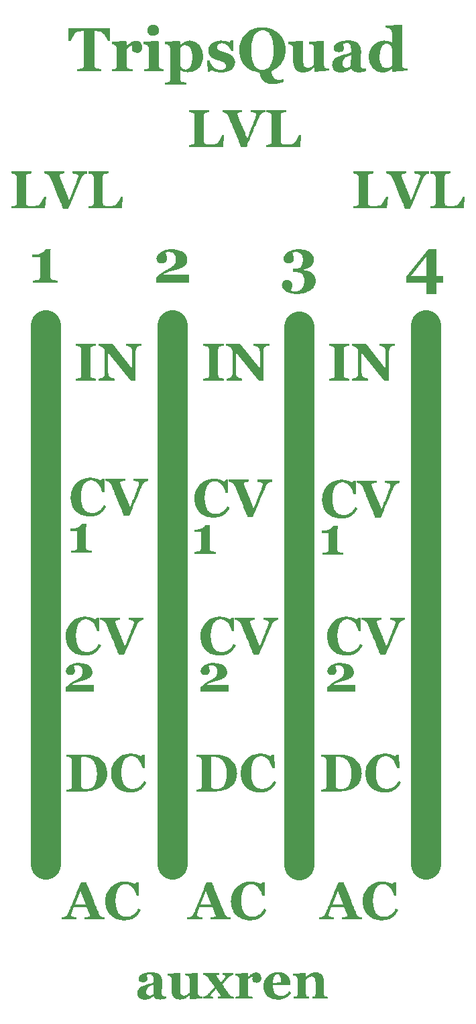
<source format=gto>
G04 Layer_Color=65535*
%FSLAX25Y25*%
%MOIN*%
G70*
G01*
G75*
%ADD10C,0.15000*%
G36*
X-169764Y-24879D02*
X-169443Y-24937D01*
X-169093Y-25025D01*
X-168714Y-25200D01*
X-168364Y-25404D01*
X-168014Y-25696D01*
X-167985Y-25725D01*
X-167868Y-25841D01*
X-167723Y-26046D01*
X-167577Y-26308D01*
X-167402Y-26629D01*
X-167285Y-27008D01*
X-167168Y-27445D01*
X-167139Y-27941D01*
Y-27999D01*
Y-28145D01*
X-167168Y-28349D01*
X-167227Y-28612D01*
X-167314Y-28932D01*
X-167460Y-29282D01*
X-167635Y-29603D01*
X-167868Y-29953D01*
X-167897Y-29982D01*
X-167985Y-30070D01*
X-168160Y-30215D01*
X-168364Y-30361D01*
X-168626Y-30536D01*
X-168947Y-30653D01*
X-169326Y-30769D01*
X-169735Y-30799D01*
X-169910D01*
X-170114Y-30769D01*
X-170376Y-30740D01*
X-170668Y-30653D01*
X-170959Y-30565D01*
X-171280Y-30419D01*
X-171572Y-30244D01*
X-171601Y-30215D01*
X-171688Y-30128D01*
X-171805Y-30011D01*
X-171951Y-29836D01*
X-172097Y-29603D01*
X-172213Y-29311D01*
X-172301Y-28991D01*
X-172330Y-28612D01*
Y-28582D01*
Y-28524D01*
Y-28437D01*
Y-28320D01*
X-172301Y-28058D01*
X-172272Y-27795D01*
X-172242Y-27737D01*
X-172213Y-27620D01*
X-172184Y-27445D01*
X-172126Y-27241D01*
X-172155D01*
X-172242Y-27270D01*
X-172388D01*
X-172563Y-27329D01*
X-172796Y-27387D01*
X-173030Y-27474D01*
X-173292Y-27591D01*
X-173584Y-27737D01*
X-173613Y-27766D01*
X-173700Y-27824D01*
X-173846Y-27912D01*
X-174021Y-28058D01*
X-174225Y-28232D01*
X-174459Y-28437D01*
X-174692Y-28670D01*
X-174896Y-28932D01*
Y-37156D01*
Y-37185D01*
Y-37243D01*
Y-37330D01*
X-174867Y-37447D01*
X-174838Y-37739D01*
X-174750Y-38030D01*
X-174721Y-38089D01*
X-174604Y-38234D01*
X-174429Y-38409D01*
X-174196Y-38584D01*
X-174167D01*
X-174138Y-38614D01*
X-174050Y-38643D01*
X-173934Y-38672D01*
X-173788Y-38701D01*
X-173613Y-38759D01*
X-173409Y-38788D01*
X-173146Y-38847D01*
X-173117D01*
X-173030Y-38876D01*
X-172884D01*
X-172709Y-38905D01*
X-172359Y-38934D01*
X-172184Y-38963D01*
X-172038D01*
Y-40071D01*
X-182098D01*
Y-38963D01*
X-182040D01*
X-181865Y-38934D01*
X-181632D01*
X-181369Y-38905D01*
X-181311D01*
X-181136Y-38876D01*
X-180903Y-38818D01*
X-180699Y-38759D01*
X-180670D01*
X-180611Y-38730D01*
X-180436Y-38614D01*
X-180232Y-38468D01*
X-180057Y-38234D01*
Y-38205D01*
X-180028Y-38176D01*
X-179999Y-38089D01*
X-179941Y-38001D01*
X-179882Y-37710D01*
X-179853Y-37330D01*
Y-28582D01*
Y-28553D01*
Y-28495D01*
Y-28378D01*
X-179882Y-28262D01*
X-179970Y-27941D01*
X-180116Y-27620D01*
Y-27591D01*
X-180174Y-27533D01*
X-180290Y-27358D01*
X-180495Y-27154D01*
X-180757Y-26920D01*
X-180815Y-26891D01*
X-180932Y-26804D01*
X-181136Y-26716D01*
X-181428Y-26629D01*
X-181457D01*
X-181486Y-26599D01*
X-181574D01*
X-181690Y-26570D01*
X-181982Y-26512D01*
X-182332Y-26454D01*
Y-25346D01*
X-175129Y-24967D01*
X-174896Y-25200D01*
Y-27416D01*
X-174838D01*
X-174779Y-27358D01*
X-174663Y-27212D01*
X-174459Y-26979D01*
X-174167Y-26716D01*
X-173846Y-26425D01*
X-173496Y-26104D01*
X-173088Y-25783D01*
X-172651Y-25521D01*
X-172592Y-25491D01*
X-172447Y-25404D01*
X-172213Y-25287D01*
X-171922Y-25171D01*
X-171543Y-25054D01*
X-171134Y-24937D01*
X-170697Y-24850D01*
X-170230Y-24821D01*
X-169997D01*
X-169764Y-24879D01*
D02*
G37*
G36*
X-76772Y-25200D02*
Y-36805D01*
Y-36835D01*
Y-36893D01*
Y-36981D01*
X-76743Y-37126D01*
X-76685Y-37418D01*
X-76568Y-37710D01*
Y-37739D01*
X-76539Y-37768D01*
X-76423Y-37914D01*
X-76218Y-38118D01*
X-75956Y-38322D01*
X-75898Y-38351D01*
X-75752Y-38409D01*
X-75519Y-38497D01*
X-75227Y-38584D01*
X-75140D01*
X-75052Y-38614D01*
X-74935D01*
X-74644Y-38643D01*
X-74294D01*
Y-39751D01*
X-81496Y-40188D01*
X-81701Y-39984D01*
Y-38001D01*
X-81817D01*
X-81846Y-38030D01*
X-81905Y-38089D01*
X-81992Y-38176D01*
X-82138Y-38293D01*
X-82430Y-38584D01*
X-82809Y-38934D01*
X-82838Y-38963D01*
X-82896Y-38993D01*
X-83013Y-39080D01*
X-83129Y-39197D01*
X-83304Y-39313D01*
X-83508Y-39459D01*
X-83975Y-39722D01*
X-84004Y-39751D01*
X-84092Y-39780D01*
X-84237Y-39838D01*
X-84442Y-39926D01*
X-84675Y-40042D01*
X-84908Y-40130D01*
X-85433Y-40305D01*
X-85462D01*
X-85550Y-40334D01*
X-85725Y-40363D01*
X-85929Y-40392D01*
X-86220Y-40451D01*
X-86541Y-40480D01*
X-86949Y-40509D01*
X-87620D01*
X-87795Y-40480D01*
X-87970D01*
X-88203Y-40451D01*
X-88699Y-40334D01*
X-89253Y-40188D01*
X-89836Y-39955D01*
X-90390Y-39605D01*
X-90653Y-39401D01*
X-90886Y-39167D01*
Y-39138D01*
X-90944Y-39109D01*
X-91003Y-39022D01*
X-91061Y-38905D01*
X-91148Y-38759D01*
X-91265Y-38614D01*
X-91382Y-38409D01*
X-91469Y-38176D01*
X-91586Y-37914D01*
X-91702Y-37622D01*
X-91907Y-36951D01*
X-92023Y-36164D01*
X-92081Y-35289D01*
Y-28524D01*
Y-28495D01*
Y-28437D01*
Y-28320D01*
X-92111Y-28174D01*
X-92169Y-27883D01*
X-92315Y-27591D01*
Y-27562D01*
X-92344Y-27533D01*
X-92490Y-27358D01*
X-92665Y-27154D01*
X-92927Y-26920D01*
X-92985Y-26891D01*
X-93131Y-26804D01*
X-93394Y-26687D01*
X-93714Y-26599D01*
X-93744D01*
X-93802Y-26570D01*
X-93889D01*
X-94006Y-26541D01*
X-94269Y-26512D01*
X-94560Y-26454D01*
Y-25346D01*
X-87299Y-24967D01*
X-87124Y-25200D01*
Y-35202D01*
Y-35231D01*
Y-35260D01*
Y-35348D01*
Y-35464D01*
X-87095Y-35727D01*
X-87037Y-36077D01*
X-86979Y-36426D01*
X-86891Y-36805D01*
X-86745Y-37156D01*
X-86541Y-37476D01*
X-86512Y-37505D01*
X-86424Y-37593D01*
X-86308Y-37710D01*
X-86104Y-37826D01*
X-85900Y-37972D01*
X-85608Y-38089D01*
X-85287Y-38176D01*
X-84908Y-38205D01*
X-84733D01*
X-84529Y-38176D01*
X-84267Y-38147D01*
X-83975Y-38059D01*
X-83654Y-37972D01*
X-83304Y-37826D01*
X-82984Y-37651D01*
X-82954Y-37622D01*
X-82838Y-37564D01*
X-82692Y-37447D01*
X-82517Y-37301D01*
X-82109Y-36922D01*
X-81905Y-36718D01*
X-81730Y-36485D01*
Y-28378D01*
Y-28349D01*
Y-28291D01*
Y-28203D01*
X-81759Y-28058D01*
X-81817Y-27766D01*
X-81934Y-27474D01*
Y-27445D01*
X-81963Y-27416D01*
X-82080Y-27241D01*
X-82255Y-27008D01*
X-82517Y-26804D01*
X-82575Y-26774D01*
X-82721Y-26716D01*
X-82954Y-26629D01*
X-83275Y-26570D01*
X-83363D01*
X-83450Y-26541D01*
X-83596D01*
X-83917Y-26483D01*
X-84296Y-26454D01*
Y-25346D01*
X-77006Y-24967D01*
X-76772Y-25200D01*
D02*
G37*
G36*
X-38019Y-17064D02*
Y-36747D01*
Y-36776D01*
Y-36835D01*
Y-36951D01*
X-37990Y-37097D01*
X-37931Y-37389D01*
X-37844Y-37710D01*
Y-37739D01*
X-37815Y-37768D01*
X-37698Y-37914D01*
X-37523Y-38118D01*
X-37232Y-38322D01*
X-37202D01*
X-37173Y-38351D01*
X-36998Y-38409D01*
X-36707Y-38497D01*
X-36328Y-38584D01*
X-36211D01*
X-36123Y-38614D01*
X-35978D01*
X-35628Y-38643D01*
X-35307D01*
Y-39751D01*
X-42743Y-40188D01*
X-42947Y-39984D01*
Y-38614D01*
X-43064Y-38584D01*
X-43093Y-38614D01*
X-43209Y-38730D01*
X-43355Y-38876D01*
X-43588Y-39051D01*
X-43880Y-39284D01*
X-44201Y-39517D01*
X-44609Y-39751D01*
X-45046Y-39984D01*
X-45105Y-40013D01*
X-45251Y-40071D01*
X-45513Y-40159D01*
X-45834Y-40276D01*
X-46213Y-40392D01*
X-46650Y-40480D01*
X-47117Y-40538D01*
X-47583Y-40567D01*
X-47729D01*
X-47875Y-40538D01*
X-48079D01*
X-48342Y-40509D01*
X-48633Y-40451D01*
X-48983Y-40392D01*
X-49333Y-40276D01*
X-49741Y-40159D01*
X-50120Y-40013D01*
X-50558Y-39838D01*
X-50966Y-39605D01*
X-51374Y-39372D01*
X-51782Y-39051D01*
X-52191Y-38730D01*
X-52570Y-38322D01*
X-52599Y-38293D01*
X-52657Y-38205D01*
X-52745Y-38089D01*
X-52861Y-37914D01*
X-53036Y-37680D01*
X-53182Y-37418D01*
X-53357Y-37097D01*
X-53532Y-36747D01*
X-53736Y-36339D01*
X-53911Y-35902D01*
X-54057Y-35435D01*
X-54203Y-34910D01*
X-54348Y-34356D01*
X-54436Y-33773D01*
X-54494Y-33131D01*
X-54523Y-32490D01*
Y-32461D01*
Y-32344D01*
X-54494Y-32169D01*
Y-31965D01*
X-54465Y-31673D01*
X-54407Y-31353D01*
X-54348Y-31003D01*
X-54261Y-30624D01*
X-54144Y-30186D01*
X-53999Y-29749D01*
X-53824Y-29311D01*
X-53590Y-28845D01*
X-53357Y-28378D01*
X-53065Y-27912D01*
X-52715Y-27474D01*
X-52336Y-27037D01*
X-52307Y-27008D01*
X-52249Y-26950D01*
X-52103Y-26833D01*
X-51957Y-26687D01*
X-51724Y-26512D01*
X-51491Y-26308D01*
X-51199Y-26104D01*
X-50849Y-25900D01*
X-50470Y-25696D01*
X-50091Y-25491D01*
X-49654Y-25287D01*
X-49187Y-25112D01*
X-48662Y-24967D01*
X-48167Y-24850D01*
X-47613Y-24792D01*
X-47029Y-24762D01*
X-46592D01*
X-46271Y-24792D01*
X-45921Y-24821D01*
X-45542Y-24879D01*
X-44726Y-25054D01*
X-44667D01*
X-44551Y-25112D01*
X-44347Y-25171D01*
X-44113Y-25229D01*
X-43822Y-25346D01*
X-43530Y-25433D01*
X-43238Y-25579D01*
X-42976Y-25696D01*
Y-20797D01*
Y-20767D01*
Y-20709D01*
Y-20593D01*
X-43005Y-20447D01*
X-43064Y-20126D01*
X-43209Y-19747D01*
Y-19718D01*
X-43238Y-19659D01*
X-43297Y-19572D01*
X-43384Y-19455D01*
X-43559Y-19222D01*
X-43822Y-18989D01*
X-43851Y-18960D01*
X-43909Y-18930D01*
X-43997Y-18872D01*
X-44142Y-18785D01*
X-44317Y-18726D01*
X-44522Y-18639D01*
X-44988Y-18522D01*
X-45017D01*
X-45105Y-18493D01*
X-45251Y-18464D01*
X-45426Y-18435D01*
X-45630Y-18406D01*
X-45863Y-18347D01*
X-46388Y-18289D01*
Y-17181D01*
X-38252Y-16802D01*
X-38019Y-17064D01*
D02*
G37*
G36*
X-143112Y-24792D02*
X-142849Y-24821D01*
X-142558Y-24879D01*
X-142208Y-24937D01*
X-141858Y-25025D01*
X-141449Y-25142D01*
X-141070Y-25317D01*
X-140662Y-25491D01*
X-140254Y-25696D01*
X-139846Y-25958D01*
X-139437Y-26250D01*
X-139058Y-26599D01*
X-138708Y-26979D01*
X-138679Y-27008D01*
X-138621Y-27066D01*
X-138533Y-27212D01*
X-138417Y-27387D01*
X-138300Y-27591D01*
X-138125Y-27853D01*
X-137979Y-28174D01*
X-137804Y-28524D01*
X-137629Y-28903D01*
X-137484Y-29341D01*
X-137309Y-29836D01*
X-137192Y-30332D01*
X-137075Y-30886D01*
X-136988Y-31469D01*
X-136930Y-32082D01*
X-136900Y-32752D01*
Y-32781D01*
Y-32898D01*
Y-33073D01*
X-136930Y-33277D01*
X-136959Y-33569D01*
X-137017Y-33890D01*
X-137075Y-34240D01*
X-137163Y-34618D01*
X-137279Y-35056D01*
X-137425Y-35493D01*
X-137600Y-35931D01*
X-137804Y-36397D01*
X-138038Y-36864D01*
X-138329Y-37330D01*
X-138650Y-37768D01*
X-139029Y-38205D01*
X-139058Y-38234D01*
X-139117Y-38293D01*
X-139233Y-38409D01*
X-139408Y-38555D01*
X-139612Y-38730D01*
X-139875Y-38905D01*
X-140166Y-39109D01*
X-140487Y-39313D01*
X-140866Y-39547D01*
X-141274Y-39751D01*
X-141712Y-39926D01*
X-142178Y-40101D01*
X-142703Y-40246D01*
X-143228Y-40363D01*
X-143811Y-40421D01*
X-144395Y-40451D01*
X-144628D01*
X-144890Y-40421D01*
X-145211D01*
X-145590Y-40392D01*
X-145969Y-40334D01*
X-146377Y-40246D01*
X-146727Y-40159D01*
X-146756D01*
X-146873Y-40101D01*
X-147048Y-40042D01*
X-147252Y-39955D01*
X-147748Y-39751D01*
X-147981Y-39605D01*
X-148214Y-39459D01*
X-148331D01*
Y-43658D01*
Y-43687D01*
Y-43746D01*
Y-43833D01*
X-148302Y-43979D01*
X-148244Y-44271D01*
X-148127Y-44562D01*
Y-44591D01*
X-148069Y-44620D01*
X-147952Y-44766D01*
X-147748Y-44970D01*
X-147456Y-45145D01*
X-147427D01*
X-147369Y-45175D01*
X-147281Y-45204D01*
X-147165Y-45233D01*
X-146990Y-45262D01*
X-146815Y-45320D01*
X-146582Y-45349D01*
X-146319Y-45408D01*
X-146290D01*
X-146203Y-45437D01*
X-146057Y-45466D01*
X-145882Y-45495D01*
X-145474Y-45554D01*
X-145065Y-45612D01*
Y-46749D01*
X-155913D01*
Y-45612D01*
X-155854D01*
X-155767Y-45583D01*
X-155680D01*
X-155388Y-45524D01*
X-155009Y-45466D01*
X-154921D01*
X-154805Y-45437D01*
X-154688D01*
X-154396Y-45379D01*
X-154134Y-45320D01*
X-154105D01*
X-154046Y-45291D01*
X-153872Y-45175D01*
X-153638Y-45000D01*
X-153551Y-44883D01*
X-153463Y-44737D01*
Y-44708D01*
X-153434Y-44679D01*
X-153405Y-44591D01*
X-153376Y-44475D01*
X-153317Y-44183D01*
X-153288Y-43833D01*
Y-28495D01*
Y-28466D01*
Y-28407D01*
X-153317Y-28320D01*
X-153347Y-28203D01*
X-153434Y-27912D01*
X-153551Y-27620D01*
Y-27591D01*
X-153580Y-27562D01*
X-153697Y-27387D01*
X-153872Y-27183D01*
X-154134Y-26950D01*
X-154192Y-26920D01*
X-154338Y-26833D01*
X-154601Y-26745D01*
X-154921Y-26658D01*
X-154950D01*
X-155009Y-26629D01*
X-155096Y-26599D01*
X-155213Y-26570D01*
X-155534Y-26512D01*
X-155884Y-26454D01*
Y-25346D01*
X-148564Y-24967D01*
X-148331Y-25171D01*
Y-26862D01*
X-148214Y-26891D01*
X-148156Y-26833D01*
X-148040Y-26716D01*
X-147835Y-26541D01*
X-147573Y-26337D01*
X-147252Y-26075D01*
X-146873Y-25812D01*
X-146465Y-25579D01*
X-146028Y-25346D01*
X-145969Y-25317D01*
X-145823Y-25258D01*
X-145590Y-25171D01*
X-145269Y-25054D01*
X-144890Y-24937D01*
X-144511Y-24850D01*
X-144074Y-24792D01*
X-143636Y-24762D01*
X-143345D01*
X-143112Y-24792D01*
D02*
G37*
G36*
X-106807Y-18172D02*
X-106545D01*
X-106282Y-18202D01*
X-105962Y-18231D01*
X-105291Y-18347D01*
X-104533Y-18464D01*
X-103745Y-18668D01*
X-102958Y-18930D01*
X-102929D01*
X-102871Y-18960D01*
X-102754Y-19018D01*
X-102608Y-19076D01*
X-102433Y-19164D01*
X-102200Y-19251D01*
X-101704Y-19485D01*
X-101150Y-19805D01*
X-100538Y-20184D01*
X-99926Y-20622D01*
X-99313Y-21117D01*
X-99284Y-21147D01*
X-99255Y-21176D01*
X-99167Y-21263D01*
X-99051Y-21380D01*
X-98759Y-21671D01*
X-98409Y-22109D01*
X-98001Y-22605D01*
X-97593Y-23217D01*
X-97184Y-23888D01*
X-96805Y-24617D01*
Y-24646D01*
X-96776Y-24704D01*
X-96718Y-24821D01*
X-96660Y-24967D01*
X-96601Y-25171D01*
X-96514Y-25404D01*
X-96426Y-25666D01*
X-96339Y-25958D01*
X-96251Y-26308D01*
X-96164Y-26658D01*
X-96018Y-27445D01*
X-95902Y-28320D01*
X-95872Y-29282D01*
Y-29311D01*
Y-29457D01*
Y-29632D01*
X-95902Y-29895D01*
X-95931Y-30215D01*
X-95960Y-30595D01*
X-96018Y-31032D01*
X-96106Y-31498D01*
X-96193Y-31994D01*
X-96339Y-32490D01*
X-96485Y-33044D01*
X-96660Y-33598D01*
X-96864Y-34152D01*
X-97126Y-34706D01*
X-97418Y-35260D01*
X-97739Y-35814D01*
X-97768Y-35843D01*
X-97826Y-35931D01*
X-97943Y-36077D01*
X-98089Y-36281D01*
X-98263Y-36514D01*
X-98497Y-36776D01*
X-98788Y-37068D01*
X-99080Y-37360D01*
X-99430Y-37710D01*
X-99838Y-38030D01*
X-100246Y-38380D01*
X-100713Y-38701D01*
X-101238Y-39022D01*
X-101763Y-39342D01*
X-102346Y-39605D01*
X-102958Y-39867D01*
Y-39897D01*
Y-39955D01*
Y-40042D01*
X-102929Y-40159D01*
X-102900Y-40480D01*
X-102812Y-40917D01*
X-102696Y-41384D01*
X-102492Y-41909D01*
X-102258Y-42433D01*
X-101908Y-42929D01*
X-101850Y-42987D01*
X-101734Y-43133D01*
X-101500Y-43337D01*
X-101209Y-43571D01*
X-100859Y-43833D01*
X-100421Y-44037D01*
X-99955Y-44183D01*
X-99721Y-44212D01*
X-99459Y-44241D01*
X-99138D01*
X-98934Y-44212D01*
X-98701D01*
X-98438Y-44183D01*
X-97943Y-44125D01*
X-97913D01*
X-97826Y-44096D01*
X-97709Y-44066D01*
X-97534Y-44037D01*
X-97155Y-43979D01*
X-96747Y-43891D01*
Y-45204D01*
X-96776Y-45233D01*
X-96922Y-45262D01*
X-97126Y-45320D01*
X-97389Y-45437D01*
X-97768Y-45524D01*
X-98205Y-45670D01*
X-98730Y-45787D01*
X-99313Y-45933D01*
X-99342D01*
X-99401Y-45962D01*
X-99488D01*
X-99605Y-45991D01*
X-99751Y-46020D01*
X-99926Y-46049D01*
X-100363Y-46108D01*
X-100917Y-46195D01*
X-101500Y-46253D01*
X-102142Y-46283D01*
X-102842Y-46312D01*
X-103075D01*
X-103250Y-46283D01*
X-103483Y-46253D01*
X-103716Y-46224D01*
X-104300Y-46108D01*
X-104941Y-45933D01*
X-105641Y-45670D01*
X-105991Y-45495D01*
X-106341Y-45291D01*
X-106661Y-45058D01*
X-106982Y-44795D01*
X-107011Y-44766D01*
X-107041Y-44737D01*
X-107128Y-44650D01*
X-107245Y-44504D01*
X-107361Y-44358D01*
X-107507Y-44183D01*
X-107653Y-43950D01*
X-107828Y-43687D01*
X-107974Y-43425D01*
X-108149Y-43104D01*
X-108294Y-42754D01*
X-108440Y-42375D01*
X-108557Y-41967D01*
X-108674Y-41559D01*
X-108732Y-41092D01*
X-108790Y-40596D01*
X-108878D01*
X-108994Y-40567D01*
X-109169Y-40538D01*
X-109344Y-40509D01*
X-109578Y-40480D01*
X-110102Y-40363D01*
X-110715Y-40246D01*
X-111385Y-40042D01*
X-112085Y-39838D01*
X-112785Y-39547D01*
X-112814D01*
X-112873Y-39517D01*
X-112960Y-39459D01*
X-113106Y-39401D01*
X-113252Y-39313D01*
X-113427Y-39197D01*
X-113864Y-38934D01*
X-114389Y-38614D01*
X-114914Y-38234D01*
X-115468Y-37768D01*
X-115993Y-37272D01*
X-116022Y-37243D01*
X-116051Y-37214D01*
X-116109Y-37126D01*
X-116226Y-37010D01*
X-116459Y-36718D01*
X-116780Y-36339D01*
X-117130Y-35843D01*
X-117480Y-35289D01*
X-117859Y-34648D01*
X-118180Y-33948D01*
Y-33919D01*
X-118209Y-33860D01*
X-118238Y-33744D01*
X-118296Y-33598D01*
X-118355Y-33423D01*
X-118442Y-33219D01*
X-118500Y-32956D01*
X-118559Y-32665D01*
X-118705Y-32052D01*
X-118850Y-31324D01*
X-118938Y-30507D01*
X-118967Y-29661D01*
Y-29632D01*
Y-29545D01*
Y-29399D01*
X-118938Y-29224D01*
Y-28991D01*
X-118909Y-28728D01*
X-118880Y-28407D01*
X-118850Y-28087D01*
X-118763Y-27358D01*
X-118588Y-26541D01*
X-118384Y-25725D01*
X-118092Y-24908D01*
Y-24879D01*
X-118063Y-24821D01*
X-118005Y-24704D01*
X-117917Y-24558D01*
X-117830Y-24354D01*
X-117713Y-24150D01*
X-117451Y-23654D01*
X-117101Y-23071D01*
X-116663Y-22459D01*
X-116197Y-21847D01*
X-115643Y-21263D01*
X-115614Y-21234D01*
X-115585Y-21205D01*
X-115497Y-21117D01*
X-115380Y-21030D01*
X-115205Y-20884D01*
X-115030Y-20738D01*
X-114593Y-20418D01*
X-114068Y-20039D01*
X-113427Y-19659D01*
X-112727Y-19280D01*
X-111969Y-18960D01*
X-111940D01*
X-111881Y-18930D01*
X-111765Y-18872D01*
X-111590Y-18843D01*
X-111415Y-18756D01*
X-111152Y-18697D01*
X-110890Y-18639D01*
X-110598Y-18551D01*
X-109927Y-18406D01*
X-109140Y-18260D01*
X-108324Y-18172D01*
X-107420Y-18143D01*
X-107011D01*
X-106807Y-18172D01*
D02*
G37*
G36*
X-105900Y-60250D02*
X-105975D01*
X-106050Y-60275D01*
X-106175D01*
X-106425Y-60325D01*
X-106725Y-60400D01*
X-106750D01*
X-106800Y-60425D01*
X-106875Y-60450D01*
X-106975Y-60475D01*
X-107225Y-60600D01*
X-107525Y-60750D01*
X-107550Y-60775D01*
X-107625Y-60800D01*
X-107725Y-60875D01*
X-107825Y-60950D01*
X-108125Y-61175D01*
X-108375Y-61450D01*
X-108400Y-61475D01*
X-108425Y-61525D01*
X-108475Y-61600D01*
X-108550Y-61725D01*
X-108650Y-61850D01*
X-108750Y-62025D01*
X-108850Y-62225D01*
X-108975Y-62450D01*
X-109000Y-62500D01*
X-109050Y-62625D01*
X-109150Y-62825D01*
X-109275Y-63125D01*
X-109425Y-63475D01*
X-109625Y-63925D01*
X-109850Y-64475D01*
X-110100Y-65075D01*
Y-65100D01*
X-110125Y-65150D01*
X-110175Y-65250D01*
X-110225Y-65375D01*
X-110300Y-65525D01*
X-110375Y-65725D01*
X-110475Y-65950D01*
X-110575Y-66200D01*
X-110700Y-66475D01*
X-110825Y-66775D01*
X-111100Y-67425D01*
X-111425Y-68150D01*
X-111750Y-68950D01*
Y-68975D01*
X-111775Y-69050D01*
X-111825Y-69150D01*
X-111900Y-69300D01*
X-111975Y-69475D01*
X-112050Y-69700D01*
X-112175Y-69950D01*
X-112275Y-70225D01*
X-112400Y-70525D01*
X-112550Y-70850D01*
X-112850Y-71575D01*
X-113200Y-72400D01*
X-113550Y-73250D01*
Y-73275D01*
X-113600Y-73350D01*
X-113650Y-73475D01*
X-113700Y-73650D01*
X-113800Y-73850D01*
X-113900Y-74100D01*
X-114000Y-74375D01*
X-114125Y-74675D01*
X-114400Y-75350D01*
X-114725Y-76100D01*
X-115050Y-76900D01*
X-115375Y-77700D01*
X-117975D01*
Y-77675D01*
X-118000Y-77650D01*
X-118050Y-77500D01*
X-118150Y-77275D01*
X-118275Y-76950D01*
X-118450Y-76550D01*
X-118650Y-76075D01*
X-118875Y-75525D01*
X-119100Y-74925D01*
X-119375Y-74275D01*
X-119650Y-73575D01*
X-119975Y-72850D01*
X-120275Y-72075D01*
X-120625Y-71275D01*
X-120950Y-70450D01*
X-121650Y-68750D01*
Y-68725D01*
X-121675Y-68700D01*
X-121725Y-68550D01*
X-121825Y-68325D01*
X-121950Y-68000D01*
X-122100Y-67625D01*
X-122275Y-67200D01*
X-122475Y-66750D01*
X-122675Y-66225D01*
X-123100Y-65175D01*
X-123525Y-64125D01*
X-123750Y-63625D01*
X-123950Y-63175D01*
X-124125Y-62750D01*
X-124275Y-62375D01*
X-124300Y-62350D01*
X-124325Y-62275D01*
X-124375Y-62150D01*
X-124450Y-62025D01*
X-124650Y-61700D01*
X-124750Y-61550D01*
X-124850Y-61425D01*
Y-61400D01*
X-124900Y-61375D01*
X-124975Y-61300D01*
X-125050Y-61200D01*
X-125175Y-61100D01*
X-125325Y-60975D01*
X-125525Y-60850D01*
X-125725Y-60725D01*
X-125750D01*
X-125800Y-60675D01*
X-125875Y-60650D01*
X-126000Y-60600D01*
X-126250Y-60475D01*
X-126500Y-60400D01*
X-126525D01*
X-126550Y-60375D01*
X-126625Y-60350D01*
X-126725Y-60325D01*
X-126850Y-60300D01*
X-127000Y-60275D01*
X-127175Y-60225D01*
X-127375Y-60200D01*
Y-59200D01*
X-117450D01*
Y-60175D01*
X-117500D01*
X-117575Y-60200D01*
X-117675D01*
X-117925Y-60250D01*
X-118225Y-60275D01*
X-118550Y-60350D01*
X-118850Y-60400D01*
X-119150Y-60475D01*
X-119375Y-60550D01*
X-119400D01*
X-119450Y-60575D01*
X-119625Y-60675D01*
X-119800Y-60825D01*
X-119850Y-60925D01*
X-119875Y-61025D01*
Y-61050D01*
Y-61100D01*
X-119850Y-61200D01*
X-119825Y-61325D01*
Y-61350D01*
X-119800Y-61425D01*
X-119750Y-61575D01*
X-119700Y-61750D01*
Y-61775D01*
X-119675Y-61800D01*
X-119650Y-61875D01*
X-119625Y-61975D01*
X-119575Y-62100D01*
X-119500Y-62250D01*
X-119425Y-62425D01*
X-119350Y-62650D01*
X-119250Y-62900D01*
X-119150Y-63175D01*
X-119025Y-63475D01*
X-118875Y-63800D01*
X-118725Y-64175D01*
X-118575Y-64575D01*
X-118400Y-65000D01*
X-118200Y-65475D01*
X-118175Y-65500D01*
X-118150Y-65600D01*
X-118075Y-65750D01*
X-118000Y-65950D01*
X-117875Y-66225D01*
X-117750Y-66575D01*
X-117575Y-66975D01*
X-117375Y-67425D01*
X-117175Y-67950D01*
X-116925Y-68525D01*
X-116675Y-69175D01*
X-116375Y-69875D01*
X-116050Y-70650D01*
X-115725Y-71475D01*
X-115350Y-72375D01*
X-114975Y-73325D01*
X-114950Y-73300D01*
X-114925Y-73175D01*
X-114850Y-73025D01*
X-114750Y-72800D01*
X-114650Y-72525D01*
X-114500Y-72200D01*
X-114375Y-71825D01*
X-114200Y-71450D01*
X-114025Y-71025D01*
X-113850Y-70600D01*
X-113500Y-69675D01*
X-113125Y-68775D01*
X-112800Y-67900D01*
Y-67875D01*
X-112750Y-67800D01*
X-112725Y-67675D01*
X-112650Y-67525D01*
X-112575Y-67325D01*
X-112500Y-67100D01*
X-112400Y-66850D01*
X-112275Y-66575D01*
X-112050Y-65950D01*
X-111775Y-65300D01*
X-111525Y-64625D01*
X-111275Y-63950D01*
X-111250Y-63900D01*
X-111225Y-63800D01*
X-111150Y-63650D01*
X-111075Y-63450D01*
X-111000Y-63225D01*
X-110925Y-62950D01*
X-110750Y-62425D01*
Y-62400D01*
X-110725Y-62300D01*
X-110675Y-62175D01*
X-110625Y-62025D01*
X-110550Y-61650D01*
X-110525Y-61475D01*
Y-61325D01*
Y-61300D01*
Y-61250D01*
X-110550Y-61175D01*
X-110600Y-61100D01*
X-110675Y-60975D01*
X-110775Y-60875D01*
X-110925Y-60750D01*
X-111125Y-60650D01*
X-111150Y-60625D01*
X-111250Y-60600D01*
X-111400Y-60550D01*
X-111600Y-60500D01*
X-111900Y-60425D01*
X-112275Y-60375D01*
X-112750Y-60300D01*
X-113300Y-60250D01*
Y-59200D01*
X-105900D01*
Y-60250D01*
D02*
G37*
G36*
X-158858Y-25200D02*
Y-37156D01*
Y-37185D01*
Y-37243D01*
Y-37330D01*
X-158829Y-37476D01*
X-158770Y-37768D01*
X-158654Y-38059D01*
X-158596Y-38118D01*
X-158479Y-38263D01*
X-158275Y-38438D01*
X-158012Y-38584D01*
X-157954Y-38614D01*
X-157808Y-38672D01*
X-157604Y-38759D01*
X-157371Y-38847D01*
X-157312D01*
X-157138Y-38905D01*
X-156904Y-38934D01*
X-156613Y-38963D01*
Y-40071D01*
X-166060D01*
Y-38963D01*
X-166002D01*
X-165827Y-38934D01*
X-165594D01*
X-165331Y-38905D01*
X-165273D01*
X-165098Y-38876D01*
X-164894Y-38818D01*
X-164690Y-38759D01*
X-164661D01*
X-164602Y-38730D01*
X-164427Y-38614D01*
X-164223Y-38468D01*
X-164019Y-38234D01*
Y-38205D01*
X-163990Y-38176D01*
X-163961Y-38089D01*
X-163903Y-38001D01*
X-163844Y-37710D01*
X-163815Y-37330D01*
Y-28582D01*
Y-28553D01*
Y-28495D01*
Y-28407D01*
X-163844Y-28262D01*
X-163932Y-27970D01*
X-164078Y-27678D01*
Y-27649D01*
X-164107Y-27620D01*
X-164223Y-27445D01*
X-164427Y-27241D01*
X-164661Y-27037D01*
X-164719Y-27008D01*
X-164865Y-26920D01*
X-165127Y-26804D01*
X-165506Y-26687D01*
X-165536D01*
X-165594Y-26658D01*
X-165681Y-26629D01*
X-165827Y-26599D01*
X-166119Y-26512D01*
X-166469Y-26454D01*
Y-25346D01*
X-159091Y-24967D01*
X-158858Y-25200D01*
D02*
G37*
G36*
X-64409Y-24733D02*
X-64000D01*
X-63534Y-24762D01*
X-62630Y-24879D01*
X-62572D01*
X-62426Y-24908D01*
X-62192Y-24967D01*
X-61901Y-25025D01*
X-61551Y-25142D01*
X-61172Y-25258D01*
X-60793Y-25404D01*
X-60414Y-25608D01*
X-60385Y-25637D01*
X-60268Y-25696D01*
X-60093Y-25841D01*
X-59889Y-25987D01*
X-59626Y-26221D01*
X-59393Y-26483D01*
X-59160Y-26804D01*
X-58927Y-27154D01*
X-58897Y-27212D01*
X-58839Y-27329D01*
X-58752Y-27562D01*
X-58635Y-27853D01*
X-58548Y-28232D01*
X-58460Y-28670D01*
X-58402Y-29166D01*
X-58373Y-29749D01*
Y-29778D01*
Y-29836D01*
Y-29924D01*
Y-30040D01*
Y-30215D01*
Y-30419D01*
Y-30624D01*
Y-30886D01*
X-58402Y-31469D01*
Y-32169D01*
X-58431Y-32927D01*
X-58460Y-33773D01*
Y-33802D01*
Y-33860D01*
Y-34006D01*
Y-34152D01*
Y-34327D01*
X-58489Y-34560D01*
Y-35027D01*
Y-35552D01*
X-58518Y-36047D01*
Y-36485D01*
Y-36689D01*
Y-36835D01*
Y-36864D01*
Y-36951D01*
Y-37068D01*
X-58489Y-37214D01*
X-58431Y-37564D01*
X-58343Y-37914D01*
Y-37943D01*
X-58314Y-37972D01*
X-58198Y-38118D01*
X-57994Y-38322D01*
X-57702Y-38497D01*
X-57644Y-38526D01*
X-57498Y-38555D01*
X-57265Y-38614D01*
X-56915Y-38643D01*
X-55894D01*
Y-39751D01*
X-55923D01*
X-56011Y-39809D01*
X-56156Y-39867D01*
X-56331Y-39926D01*
X-56565Y-40013D01*
X-56827Y-40101D01*
X-57148Y-40188D01*
X-57469Y-40276D01*
X-57498D01*
X-57614Y-40305D01*
X-57819Y-40334D01*
X-58052Y-40392D01*
X-58314Y-40421D01*
X-58635Y-40480D01*
X-59364Y-40509D01*
X-59656D01*
X-59976Y-40480D01*
X-60385Y-40451D01*
X-60822Y-40392D01*
X-61289Y-40276D01*
X-61697Y-40159D01*
X-62076Y-39984D01*
X-62105Y-39955D01*
X-62222Y-39867D01*
X-62367Y-39751D01*
X-62542Y-39576D01*
X-62747Y-39342D01*
X-62922Y-39080D01*
X-63096Y-38759D01*
X-63242Y-38409D01*
X-63330D01*
X-63359Y-38438D01*
X-63417Y-38497D01*
X-63534Y-38584D01*
X-63651Y-38701D01*
X-63971Y-38993D01*
X-64350Y-39284D01*
X-64380Y-39313D01*
X-64438Y-39342D01*
X-64525Y-39401D01*
X-64642Y-39488D01*
X-64963Y-39692D01*
X-65342Y-39897D01*
X-65371D01*
X-65458Y-39955D01*
X-65604Y-39984D01*
X-65779Y-40071D01*
X-65983Y-40130D01*
X-66217Y-40217D01*
X-66712Y-40363D01*
X-66742D01*
X-66829Y-40392D01*
X-66975Y-40421D01*
X-67179Y-40451D01*
X-67441Y-40509D01*
X-67762Y-40538D01*
X-68112Y-40567D01*
X-68724D01*
X-68841Y-40538D01*
X-69162Y-40509D01*
X-69570Y-40451D01*
X-70037Y-40305D01*
X-70532Y-40130D01*
X-71057Y-39897D01*
X-71524Y-39547D01*
X-71582Y-39488D01*
X-71728Y-39372D01*
X-71903Y-39138D01*
X-72136Y-38818D01*
X-72369Y-38438D01*
X-72544Y-37972D01*
X-72690Y-37418D01*
X-72748Y-36805D01*
Y-36776D01*
Y-36631D01*
X-72719Y-36456D01*
Y-36222D01*
X-72690Y-35989D01*
X-72632Y-35697D01*
X-72486Y-35143D01*
Y-35114D01*
X-72428Y-35027D01*
X-72369Y-34881D01*
X-72282Y-34735D01*
X-72049Y-34327D01*
X-71728Y-33919D01*
X-71699Y-33890D01*
X-71640Y-33831D01*
X-71553Y-33744D01*
X-71407Y-33656D01*
X-71086Y-33394D01*
X-70678Y-33131D01*
X-70649Y-33102D01*
X-70561Y-33073D01*
X-70445Y-33015D01*
X-70299Y-32927D01*
X-70095Y-32840D01*
X-69891Y-32752D01*
X-69366Y-32548D01*
X-69337D01*
X-69308Y-32519D01*
X-69133Y-32461D01*
X-68841Y-32373D01*
X-68462Y-32227D01*
X-67995Y-32082D01*
X-67441Y-31907D01*
X-66800Y-31732D01*
X-66129Y-31528D01*
X-66100D01*
X-66042Y-31498D01*
X-65954Y-31469D01*
X-65808Y-31440D01*
X-65488Y-31324D01*
X-65050Y-31207D01*
X-64613Y-31032D01*
X-64146Y-30886D01*
X-63709Y-30711D01*
X-63330Y-30536D01*
Y-29107D01*
Y-29078D01*
Y-29049D01*
Y-28962D01*
Y-28845D01*
X-63359Y-28524D01*
X-63417Y-28116D01*
Y-28087D01*
Y-27999D01*
X-63446Y-27883D01*
X-63476Y-27737D01*
X-63534Y-27387D01*
X-63651Y-27066D01*
Y-27037D01*
X-63680Y-26979D01*
X-63738Y-26891D01*
X-63826Y-26774D01*
X-64030Y-26512D01*
X-64350Y-26250D01*
X-64380Y-26221D01*
X-64438Y-26191D01*
X-64525Y-26133D01*
X-64671Y-26075D01*
X-64817Y-26016D01*
X-65021Y-25958D01*
X-65254Y-25900D01*
X-65750D01*
X-65896Y-25929D01*
X-66275Y-25987D01*
X-66625Y-26104D01*
X-66654D01*
X-66683Y-26133D01*
X-66887Y-26221D01*
X-67121Y-26337D01*
X-67354Y-26483D01*
Y-26541D01*
X-67325Y-26599D01*
X-67295Y-26716D01*
X-67266Y-26833D01*
X-67208Y-27008D01*
X-67150Y-27183D01*
X-67091Y-27416D01*
Y-27445D01*
X-67062Y-27533D01*
X-67004Y-27649D01*
X-66975Y-27795D01*
X-66887Y-28174D01*
X-66858Y-28582D01*
Y-28641D01*
X-66887Y-28757D01*
X-66916Y-28962D01*
X-67004Y-29224D01*
Y-29253D01*
X-67033Y-29282D01*
X-67121Y-29428D01*
X-67237Y-29632D01*
X-67412Y-29836D01*
X-67441D01*
X-67471Y-29895D01*
X-67645Y-30011D01*
X-67879Y-30157D01*
X-68199Y-30303D01*
X-68229D01*
X-68287Y-30332D01*
X-68374Y-30361D01*
X-68520D01*
X-68695Y-30390D01*
X-68928Y-30419D01*
X-69191Y-30449D01*
X-69716D01*
X-69949Y-30419D01*
X-70211Y-30361D01*
X-70532Y-30303D01*
X-70853Y-30215D01*
X-71145Y-30070D01*
X-71407Y-29866D01*
X-71436Y-29836D01*
X-71495Y-29749D01*
X-71611Y-29632D01*
X-71728Y-29428D01*
X-71845Y-29195D01*
X-71961Y-28932D01*
X-72019Y-28612D01*
X-72049Y-28262D01*
Y-28232D01*
Y-28116D01*
X-72019Y-27970D01*
X-71961Y-27766D01*
X-71903Y-27533D01*
X-71786Y-27299D01*
X-71611Y-27037D01*
X-71407Y-26774D01*
X-71378Y-26745D01*
X-71290Y-26658D01*
X-71145Y-26541D01*
X-70941Y-26395D01*
X-70707Y-26221D01*
X-70445Y-26016D01*
X-70124Y-25841D01*
X-69774Y-25666D01*
X-69716Y-25637D01*
X-69599Y-25579D01*
X-69395Y-25491D01*
X-69133Y-25404D01*
X-68812Y-25287D01*
X-68433Y-25171D01*
X-68024Y-25054D01*
X-67587Y-24967D01*
X-67529D01*
X-67383Y-24937D01*
X-67121Y-24879D01*
X-66829Y-24821D01*
X-66479Y-24792D01*
X-66071Y-24733D01*
X-65284Y-24704D01*
X-64759D01*
X-64409Y-24733D01*
D02*
G37*
G36*
X-121796Y-29895D02*
X-122845D01*
Y-29866D01*
X-122874Y-29836D01*
X-122904Y-29749D01*
X-122933Y-29632D01*
X-123079Y-29341D01*
X-123254Y-28991D01*
X-123516Y-28553D01*
X-123837Y-28116D01*
X-124216Y-27649D01*
X-124653Y-27212D01*
X-124712Y-27154D01*
X-124887Y-27037D01*
X-125149Y-26833D01*
X-125470Y-26629D01*
X-125878Y-26425D01*
X-126345Y-26221D01*
X-126869Y-26104D01*
X-127394Y-26046D01*
X-127569D01*
X-127803Y-26075D01*
X-128036Y-26104D01*
X-128327Y-26162D01*
X-128648Y-26250D01*
X-128940Y-26366D01*
X-129202Y-26541D01*
X-129231Y-26570D01*
X-129290Y-26629D01*
X-129406Y-26745D01*
X-129523Y-26891D01*
X-129640Y-27095D01*
X-129756Y-27329D01*
X-129815Y-27591D01*
X-129844Y-27883D01*
Y-27941D01*
X-129815Y-28058D01*
X-129785Y-28262D01*
X-129727Y-28524D01*
X-129610Y-28787D01*
X-129436Y-29049D01*
X-129202Y-29311D01*
X-128881Y-29545D01*
X-128823Y-29574D01*
X-128707Y-29632D01*
X-128473Y-29720D01*
X-128182Y-29836D01*
X-127803Y-29982D01*
X-127336Y-30157D01*
X-126811Y-30332D01*
X-126199Y-30507D01*
X-126170D01*
X-126082Y-30536D01*
X-125936Y-30565D01*
X-125761Y-30624D01*
X-125528Y-30711D01*
X-125295Y-30769D01*
X-124712Y-31003D01*
X-124070Y-31265D01*
X-123428Y-31586D01*
X-122816Y-31936D01*
X-122525Y-32140D01*
X-122291Y-32373D01*
X-122262D01*
X-122233Y-32432D01*
X-122087Y-32577D01*
X-121883Y-32840D01*
X-121650Y-33190D01*
X-121446Y-33627D01*
X-121241Y-34152D01*
X-121096Y-34735D01*
X-121037Y-35056D01*
Y-35406D01*
Y-35435D01*
Y-35522D01*
Y-35639D01*
X-121067Y-35814D01*
X-121096Y-36018D01*
X-121154Y-36252D01*
X-121271Y-36805D01*
X-121504Y-37418D01*
X-121679Y-37739D01*
X-121854Y-38059D01*
X-122087Y-38380D01*
X-122350Y-38672D01*
X-122641Y-38963D01*
X-122991Y-39226D01*
X-123020D01*
X-123079Y-39284D01*
X-123195Y-39342D01*
X-123341Y-39430D01*
X-123545Y-39547D01*
X-123749Y-39663D01*
X-124041Y-39780D01*
X-124332Y-39897D01*
X-124682Y-40013D01*
X-125062Y-40130D01*
X-125470Y-40246D01*
X-125907Y-40363D01*
X-126403Y-40451D01*
X-126899Y-40509D01*
X-127453Y-40538D01*
X-128007Y-40567D01*
X-128269D01*
X-128532Y-40538D01*
X-128911Y-40509D01*
X-129348Y-40480D01*
X-129815Y-40392D01*
X-130339Y-40305D01*
X-130864Y-40159D01*
X-130894D01*
X-130923Y-40130D01*
X-131098Y-40101D01*
X-131331Y-40013D01*
X-131652Y-39897D01*
X-131972Y-39751D01*
X-132352Y-39605D01*
X-132672Y-39430D01*
X-132993Y-39255D01*
X-133430Y-40276D01*
X-134597D01*
X-134801Y-34677D01*
X-133693D01*
Y-34706D01*
X-133664Y-34793D01*
X-133605Y-34939D01*
X-133518Y-35143D01*
X-133430Y-35348D01*
X-133285Y-35610D01*
X-133139Y-35902D01*
X-132964Y-36222D01*
X-132935Y-36252D01*
X-132876Y-36368D01*
X-132760Y-36514D01*
X-132614Y-36718D01*
X-132439Y-36951D01*
X-132235Y-37214D01*
X-131768Y-37739D01*
X-131739Y-37768D01*
X-131652Y-37855D01*
X-131506Y-37972D01*
X-131302Y-38118D01*
X-131068Y-38322D01*
X-130806Y-38497D01*
X-130485Y-38701D01*
X-130165Y-38876D01*
X-130135Y-38905D01*
X-130019Y-38934D01*
X-129815Y-39022D01*
X-129581Y-39080D01*
X-129290Y-39167D01*
X-128969Y-39255D01*
X-128619Y-39284D01*
X-128240Y-39313D01*
X-128007D01*
X-127773Y-39284D01*
X-127482Y-39255D01*
X-127161Y-39197D01*
X-126811Y-39080D01*
X-126520Y-38963D01*
X-126228Y-38788D01*
X-126199Y-38759D01*
X-126111Y-38701D01*
X-126024Y-38555D01*
X-125878Y-38380D01*
X-125761Y-38147D01*
X-125674Y-37885D01*
X-125586Y-37535D01*
X-125557Y-37156D01*
Y-37126D01*
Y-37039D01*
X-125586Y-36951D01*
Y-36805D01*
X-125703Y-36485D01*
X-125761Y-36310D01*
X-125878Y-36164D01*
Y-36135D01*
X-125936Y-36106D01*
X-126082Y-35931D01*
X-126345Y-35697D01*
X-126694Y-35464D01*
X-126724D01*
X-126782Y-35406D01*
X-126928Y-35348D01*
X-127074Y-35289D01*
X-127249Y-35202D01*
X-127482Y-35143D01*
X-127978Y-34969D01*
X-128007D01*
X-128094Y-34939D01*
X-128240Y-34881D01*
X-128444Y-34823D01*
X-128677Y-34735D01*
X-128969Y-34648D01*
X-129290Y-34560D01*
X-129669Y-34444D01*
X-129727D01*
X-129844Y-34385D01*
X-130019Y-34327D01*
X-130281Y-34269D01*
X-130544Y-34181D01*
X-130835Y-34064D01*
X-131418Y-33860D01*
X-131448Y-33831D01*
X-131535Y-33802D01*
X-131681Y-33715D01*
X-131856Y-33627D01*
X-132089Y-33481D01*
X-132352Y-33306D01*
X-132614Y-33102D01*
X-132905Y-32869D01*
X-132935Y-32840D01*
X-133022Y-32752D01*
X-133139Y-32636D01*
X-133285Y-32461D01*
X-133460Y-32257D01*
X-133634Y-32023D01*
X-133809Y-31761D01*
X-133984Y-31469D01*
X-134014Y-31440D01*
X-134043Y-31324D01*
X-134101Y-31148D01*
X-134159Y-30915D01*
X-134247Y-30624D01*
X-134305Y-30303D01*
X-134334Y-29924D01*
X-134363Y-29516D01*
Y-29486D01*
Y-29428D01*
Y-29311D01*
X-134334Y-29166D01*
X-134305Y-28991D01*
X-134276Y-28757D01*
X-134130Y-28291D01*
X-133926Y-27737D01*
X-133780Y-27445D01*
X-133605Y-27154D01*
X-133401Y-26891D01*
X-133168Y-26599D01*
X-132905Y-26337D01*
X-132585Y-26075D01*
X-132556Y-26046D01*
X-132497Y-26016D01*
X-132410Y-25958D01*
X-132264Y-25870D01*
X-132089Y-25783D01*
X-131856Y-25666D01*
X-131623Y-25550D01*
X-131331Y-25404D01*
X-131010Y-25287D01*
X-130660Y-25171D01*
X-130281Y-25054D01*
X-129873Y-24967D01*
X-129436Y-24879D01*
X-128969Y-24821D01*
X-128473Y-24762D01*
X-127453D01*
X-127132Y-24792D01*
X-126724Y-24821D01*
X-126315Y-24879D01*
X-125441Y-25054D01*
X-125382D01*
X-125236Y-25112D01*
X-125032Y-25171D01*
X-124770Y-25229D01*
X-124449Y-25317D01*
X-124128Y-25433D01*
X-123808Y-25550D01*
X-123487Y-25666D01*
X-123166Y-24762D01*
X-122029D01*
X-121796Y-29895D01*
D02*
G37*
G36*
X-121939Y-488556D02*
X-121964D01*
X-122039Y-488581D01*
X-122164Y-488606D01*
X-122339Y-488656D01*
X-122539Y-488731D01*
X-122739Y-488806D01*
X-123189Y-489006D01*
X-123214Y-489031D01*
X-123289Y-489056D01*
X-123414Y-489131D01*
X-123564Y-489231D01*
X-123739Y-489381D01*
X-123939Y-489556D01*
X-124164Y-489756D01*
X-124414Y-490006D01*
X-124464Y-490056D01*
X-124589Y-490181D01*
X-124764Y-490356D01*
X-124989Y-490581D01*
X-125464Y-491081D01*
X-125689Y-491331D01*
X-125889Y-491531D01*
X-125914Y-491556D01*
X-125964Y-491631D01*
X-126089Y-491731D01*
X-126239Y-491906D01*
X-126464Y-492131D01*
X-126714Y-492406D01*
X-127014Y-492731D01*
X-127389Y-493131D01*
X-127364Y-493181D01*
X-127289Y-493281D01*
X-127139Y-493481D01*
X-126964Y-493731D01*
X-126714Y-494081D01*
X-126439Y-494506D01*
X-126089Y-494981D01*
X-125689Y-495556D01*
X-125664Y-495581D01*
X-125639Y-495631D01*
X-125589Y-495706D01*
X-125489Y-495831D01*
X-125414Y-495956D01*
X-125289Y-496131D01*
X-125014Y-496481D01*
X-124714Y-496906D01*
X-124389Y-497381D01*
X-124064Y-497831D01*
X-123764Y-498256D01*
X-123739Y-498281D01*
X-123714Y-498331D01*
X-123639Y-498431D01*
X-123539Y-498531D01*
X-123289Y-498806D01*
X-122989Y-499056D01*
X-122964D01*
X-122914Y-499106D01*
X-122789Y-499156D01*
X-122639Y-499206D01*
X-122439Y-499281D01*
X-122214Y-499356D01*
X-121914Y-499406D01*
X-121589Y-499456D01*
Y-500406D01*
X-129639D01*
Y-499456D01*
X-129539D01*
X-129414Y-499431D01*
X-129264D01*
X-128939Y-499406D01*
X-128589Y-499356D01*
X-128564D01*
X-128514Y-499331D01*
X-128364Y-499281D01*
X-128239Y-499206D01*
X-128189Y-499156D01*
X-128164Y-499081D01*
Y-499056D01*
X-128189Y-498981D01*
X-128214Y-498881D01*
X-128289Y-498756D01*
X-128314Y-498706D01*
X-128364Y-498606D01*
X-128439Y-498456D01*
X-128539Y-498256D01*
Y-498231D01*
X-128589Y-498181D01*
X-128639Y-498081D01*
X-128739Y-497956D01*
X-128864Y-497781D01*
X-129014Y-497556D01*
X-129189Y-497306D01*
X-129389Y-497006D01*
X-129414Y-496956D01*
X-129489Y-496856D01*
X-129614Y-496681D01*
X-129764Y-496481D01*
X-129939Y-496231D01*
X-130114Y-495956D01*
X-130514Y-495381D01*
X-130539Y-495431D01*
X-130639Y-495531D01*
X-130789Y-495681D01*
X-130964Y-495906D01*
X-131164Y-496131D01*
X-131364Y-496381D01*
X-131789Y-496881D01*
X-131814Y-496906D01*
X-131864Y-496981D01*
X-131964Y-497106D01*
X-132114Y-497281D01*
X-132264Y-497456D01*
X-132439Y-497681D01*
X-132839Y-498206D01*
X-132864Y-498231D01*
X-132939Y-498331D01*
X-133039Y-498481D01*
X-133114Y-498631D01*
Y-498656D01*
X-133139Y-498731D01*
X-133164Y-498806D01*
X-133189Y-498856D01*
Y-498906D01*
X-133139Y-499031D01*
X-133089Y-499106D01*
X-133014Y-499181D01*
X-132914Y-499231D01*
X-132789Y-499306D01*
X-132764D01*
X-132714Y-499331D01*
X-132614Y-499356D01*
X-132489Y-499381D01*
X-132339Y-499406D01*
X-132164Y-499431D01*
X-131764Y-499456D01*
Y-500406D01*
X-136989D01*
Y-499456D01*
X-136939D01*
X-136814Y-499406D01*
X-136639Y-499356D01*
X-136389Y-499306D01*
X-136139Y-499206D01*
X-135864Y-499081D01*
X-135589Y-498956D01*
X-135339Y-498781D01*
X-135314Y-498756D01*
X-135239Y-498706D01*
X-135139Y-498606D01*
X-134989Y-498506D01*
X-134714Y-498256D01*
X-134589Y-498131D01*
X-134489Y-498031D01*
X-134439Y-497981D01*
X-134339Y-497856D01*
X-134164Y-497681D01*
X-133939Y-497456D01*
X-133689Y-497181D01*
X-133414Y-496906D01*
X-133139Y-496631D01*
X-132889Y-496356D01*
X-132864Y-496331D01*
X-132764Y-496231D01*
X-132614Y-496081D01*
X-132414Y-495856D01*
X-132164Y-495606D01*
X-131864Y-495281D01*
X-131539Y-494906D01*
X-131139Y-494481D01*
X-131164Y-494431D01*
X-131264Y-494306D01*
X-131414Y-494081D01*
X-131639Y-493806D01*
X-131889Y-493431D01*
X-132189Y-493031D01*
X-132539Y-492556D01*
X-132914Y-492031D01*
Y-492006D01*
X-132964Y-491956D01*
X-133014Y-491881D01*
X-133089Y-491781D01*
X-133264Y-491506D01*
X-133514Y-491181D01*
X-133789Y-490781D01*
X-134064Y-490381D01*
X-134364Y-489981D01*
X-134639Y-489606D01*
X-134664Y-489581D01*
X-134689Y-489531D01*
X-134789Y-489456D01*
X-134889Y-489356D01*
X-135164Y-489131D01*
X-135514Y-488906D01*
X-135539D01*
X-135614Y-488856D01*
X-135714Y-488831D01*
X-135864Y-488756D01*
X-136039Y-488706D01*
X-136264Y-488656D01*
X-136539Y-488606D01*
X-136814Y-488556D01*
Y-487606D01*
X-128939D01*
Y-488556D01*
X-129214D01*
X-129464Y-488581D01*
X-129789Y-488631D01*
X-129839D01*
X-129989Y-488681D01*
X-130114Y-488731D01*
X-130164Y-488756D01*
X-130189Y-488806D01*
Y-488831D01*
Y-488881D01*
X-130164Y-488956D01*
X-130139Y-489056D01*
X-130114Y-489081D01*
X-130089Y-489156D01*
X-130039Y-489256D01*
X-129964Y-489381D01*
X-129939Y-489406D01*
X-129914Y-489456D01*
X-129864Y-489556D01*
X-129764Y-489681D01*
X-129664Y-489856D01*
X-129539Y-490056D01*
X-129364Y-490306D01*
X-129189Y-490581D01*
X-129164Y-490606D01*
X-129089Y-490731D01*
X-128989Y-490881D01*
X-128839Y-491081D01*
X-128689Y-491331D01*
X-128489Y-491631D01*
X-128064Y-492256D01*
X-128039Y-492231D01*
X-127964Y-492131D01*
X-127864Y-492006D01*
X-127714Y-491856D01*
X-127414Y-491481D01*
X-127089Y-491106D01*
X-127064Y-491081D01*
X-127014Y-491031D01*
X-126939Y-490931D01*
X-126814Y-490781D01*
X-126664Y-490606D01*
X-126489Y-490381D01*
X-126289Y-490131D01*
X-126064Y-489831D01*
Y-489806D01*
X-126039Y-489781D01*
X-125939Y-489656D01*
X-125864Y-489506D01*
X-125789Y-489381D01*
X-125764Y-489356D01*
X-125739Y-489281D01*
X-125714Y-489231D01*
Y-489181D01*
Y-489131D01*
X-125739Y-489056D01*
X-125839Y-488906D01*
X-125914Y-488856D01*
X-126014Y-488781D01*
X-126039D01*
X-126064Y-488756D01*
X-126139Y-488731D01*
X-126239Y-488681D01*
X-126389Y-488656D01*
X-126564Y-488606D01*
X-126789Y-488581D01*
X-127064Y-488556D01*
Y-487606D01*
X-121939D01*
Y-488556D01*
D02*
G37*
G36*
X-139464Y-487656D02*
Y-497606D01*
Y-497631D01*
Y-497681D01*
Y-497756D01*
X-139439Y-497881D01*
X-139389Y-498131D01*
X-139289Y-498381D01*
Y-498406D01*
X-139264Y-498431D01*
X-139164Y-498556D01*
X-138989Y-498731D01*
X-138764Y-498906D01*
X-138714Y-498931D01*
X-138589Y-498981D01*
X-138389Y-499056D01*
X-138139Y-499131D01*
X-138064D01*
X-137989Y-499156D01*
X-137889D01*
X-137639Y-499181D01*
X-137339D01*
Y-500131D01*
X-143514Y-500506D01*
X-143689Y-500331D01*
Y-498631D01*
X-143789D01*
X-143814Y-498656D01*
X-143864Y-498706D01*
X-143939Y-498781D01*
X-144064Y-498881D01*
X-144314Y-499131D01*
X-144639Y-499431D01*
X-144664Y-499456D01*
X-144714Y-499481D01*
X-144814Y-499556D01*
X-144914Y-499656D01*
X-145064Y-499756D01*
X-145239Y-499881D01*
X-145639Y-500106D01*
X-145664Y-500131D01*
X-145739Y-500156D01*
X-145864Y-500206D01*
X-146039Y-500281D01*
X-146239Y-500381D01*
X-146439Y-500456D01*
X-146889Y-500606D01*
X-146914D01*
X-146989Y-500631D01*
X-147139Y-500656D01*
X-147314Y-500681D01*
X-147564Y-500731D01*
X-147839Y-500756D01*
X-148189Y-500781D01*
X-148764D01*
X-148914Y-500756D01*
X-149064D01*
X-149264Y-500731D01*
X-149689Y-500631D01*
X-150164Y-500506D01*
X-150664Y-500306D01*
X-151139Y-500006D01*
X-151364Y-499831D01*
X-151564Y-499631D01*
Y-499606D01*
X-151614Y-499581D01*
X-151664Y-499506D01*
X-151714Y-499406D01*
X-151789Y-499281D01*
X-151889Y-499156D01*
X-151989Y-498981D01*
X-152064Y-498781D01*
X-152164Y-498556D01*
X-152264Y-498306D01*
X-152439Y-497731D01*
X-152539Y-497056D01*
X-152589Y-496306D01*
Y-490506D01*
Y-490481D01*
Y-490431D01*
Y-490331D01*
X-152614Y-490206D01*
X-152664Y-489956D01*
X-152789Y-489706D01*
Y-489681D01*
X-152814Y-489656D01*
X-152939Y-489506D01*
X-153089Y-489331D01*
X-153314Y-489131D01*
X-153364Y-489106D01*
X-153489Y-489031D01*
X-153714Y-488931D01*
X-153989Y-488856D01*
X-154014D01*
X-154064Y-488831D01*
X-154139D01*
X-154239Y-488806D01*
X-154464Y-488781D01*
X-154714Y-488731D01*
Y-487781D01*
X-148489Y-487456D01*
X-148339Y-487656D01*
Y-496231D01*
Y-496256D01*
Y-496281D01*
Y-496356D01*
Y-496456D01*
X-148314Y-496681D01*
X-148264Y-496981D01*
X-148214Y-497281D01*
X-148139Y-497606D01*
X-148014Y-497906D01*
X-147839Y-498181D01*
X-147814Y-498206D01*
X-147739Y-498281D01*
X-147639Y-498381D01*
X-147464Y-498481D01*
X-147289Y-498606D01*
X-147039Y-498706D01*
X-146764Y-498781D01*
X-146439Y-498806D01*
X-146289D01*
X-146114Y-498781D01*
X-145889Y-498756D01*
X-145639Y-498681D01*
X-145364Y-498606D01*
X-145064Y-498481D01*
X-144789Y-498331D01*
X-144764Y-498306D01*
X-144664Y-498256D01*
X-144539Y-498156D01*
X-144389Y-498031D01*
X-144039Y-497706D01*
X-143864Y-497531D01*
X-143714Y-497331D01*
Y-490381D01*
Y-490356D01*
Y-490306D01*
Y-490231D01*
X-143739Y-490106D01*
X-143789Y-489856D01*
X-143889Y-489606D01*
Y-489581D01*
X-143914Y-489556D01*
X-144014Y-489406D01*
X-144164Y-489206D01*
X-144389Y-489031D01*
X-144439Y-489006D01*
X-144564Y-488956D01*
X-144764Y-488881D01*
X-145039Y-488831D01*
X-145114D01*
X-145189Y-488806D01*
X-145314D01*
X-145589Y-488756D01*
X-145914Y-488731D01*
Y-487781D01*
X-139664Y-487456D01*
X-139464Y-487656D01*
D02*
G37*
G36*
X-80639Y-487306D02*
X-80464D01*
X-80264Y-487331D01*
X-79814Y-487431D01*
X-79289Y-487581D01*
X-78764Y-487781D01*
X-78264Y-488081D01*
X-78039Y-488281D01*
X-77839Y-488481D01*
X-77814Y-488506D01*
X-77789Y-488531D01*
X-77739Y-488606D01*
X-77664Y-488706D01*
X-77589Y-488806D01*
X-77514Y-488956D01*
X-77314Y-489331D01*
X-77114Y-489781D01*
X-76964Y-490306D01*
X-76839Y-490931D01*
X-76789Y-491631D01*
Y-497956D01*
Y-497981D01*
Y-498031D01*
Y-498131D01*
X-76764Y-498231D01*
X-76739Y-498481D01*
X-76664Y-498706D01*
X-76639Y-498756D01*
X-76539Y-498856D01*
X-76389Y-499006D01*
X-76139Y-499156D01*
X-76089Y-499181D01*
X-75989Y-499206D01*
X-75814Y-499281D01*
X-75614Y-499356D01*
X-75564D01*
X-75414Y-499406D01*
X-75189Y-499431D01*
X-74914Y-499456D01*
Y-500406D01*
X-82664D01*
Y-499456D01*
X-82614D01*
X-82514Y-499431D01*
X-82314D01*
X-82089Y-499406D01*
X-82039D01*
X-81889Y-499381D01*
X-81714Y-499331D01*
X-81564Y-499281D01*
X-81539D01*
X-81514Y-499256D01*
X-81414Y-499181D01*
X-81289Y-499056D01*
X-81164Y-498881D01*
Y-498856D01*
X-81139Y-498831D01*
X-81114Y-498756D01*
X-81089Y-498681D01*
Y-498556D01*
X-81064Y-498406D01*
X-81039Y-498256D01*
Y-498056D01*
Y-492056D01*
Y-492031D01*
Y-492006D01*
Y-491931D01*
Y-491831D01*
X-81064Y-491606D01*
X-81089Y-491306D01*
X-81164Y-490981D01*
X-81239Y-490656D01*
X-81364Y-490356D01*
X-81539Y-490081D01*
X-81564Y-490056D01*
X-81639Y-489981D01*
X-81739Y-489856D01*
X-81889Y-489731D01*
X-82089Y-489631D01*
X-82339Y-489506D01*
X-82639Y-489431D01*
X-82964Y-489406D01*
X-83164D01*
X-83289Y-489431D01*
X-83589Y-489481D01*
X-83939Y-489581D01*
X-83964D01*
X-84014Y-489606D01*
X-84089Y-489631D01*
X-84214Y-489681D01*
X-84464Y-489831D01*
X-84789Y-490031D01*
X-84814D01*
X-84839Y-490081D01*
X-85014Y-490181D01*
X-85189Y-490356D01*
X-85389Y-490556D01*
X-85414Y-490606D01*
X-85514Y-490706D01*
X-85639Y-490881D01*
X-85764Y-491031D01*
Y-497931D01*
Y-497956D01*
Y-498006D01*
Y-498081D01*
X-85739Y-498181D01*
X-85714Y-498431D01*
X-85639Y-498681D01*
X-85614Y-498731D01*
X-85539Y-498856D01*
X-85414Y-499006D01*
X-85214Y-499131D01*
X-85189Y-499156D01*
X-85064Y-499206D01*
X-84914Y-499281D01*
X-84714Y-499356D01*
X-84664D01*
X-84514Y-499406D01*
X-84314Y-499431D01*
X-84089Y-499456D01*
Y-500406D01*
X-91939D01*
Y-499456D01*
X-91889D01*
X-91739Y-499431D01*
X-91539D01*
X-91314Y-499406D01*
X-91264D01*
X-91114Y-499381D01*
X-90914Y-499331D01*
X-90739Y-499281D01*
X-90714D01*
X-90664Y-499256D01*
X-90514Y-499156D01*
X-90339Y-499031D01*
X-90189Y-498831D01*
Y-498806D01*
X-90164Y-498781D01*
X-90139Y-498706D01*
X-90089Y-498631D01*
X-90039Y-498381D01*
X-90014Y-498056D01*
Y-490556D01*
Y-490531D01*
Y-490481D01*
Y-490406D01*
X-90039Y-490306D01*
X-90114Y-490056D01*
X-90239Y-489781D01*
Y-489756D01*
X-90264Y-489706D01*
X-90389Y-489556D01*
X-90564Y-489331D01*
X-90789Y-489131D01*
X-90839Y-489106D01*
X-90939Y-489031D01*
X-91114Y-488956D01*
X-91364Y-488881D01*
X-91389D01*
X-91414Y-488856D01*
X-91489D01*
X-91589Y-488831D01*
X-91839Y-488781D01*
X-92139Y-488731D01*
Y-487781D01*
X-85964Y-487456D01*
X-85764Y-487656D01*
Y-489556D01*
X-85714D01*
X-85689Y-489531D01*
X-85639Y-489506D01*
X-85564Y-489431D01*
X-85464Y-489331D01*
X-85214Y-489081D01*
X-84864Y-488781D01*
X-84839Y-488756D01*
X-84764Y-488706D01*
X-84664Y-488631D01*
X-84539Y-488506D01*
X-84239Y-488281D01*
X-83889Y-488031D01*
X-83864Y-488006D01*
X-83814Y-487981D01*
X-83689Y-487931D01*
X-83564Y-487856D01*
X-83364Y-487781D01*
X-83164Y-487681D01*
X-82914Y-487581D01*
X-82639Y-487506D01*
X-82614D01*
X-82514Y-487481D01*
X-82339Y-487431D01*
X-82139Y-487381D01*
X-81889Y-487356D01*
X-81614Y-487306D01*
X-81314Y-487281D01*
X-80789D01*
X-80639Y-487306D01*
D02*
G37*
G36*
X-110189Y-487381D02*
X-109914Y-487431D01*
X-109614Y-487506D01*
X-109289Y-487656D01*
X-108989Y-487831D01*
X-108689Y-488081D01*
X-108664Y-488106D01*
X-108564Y-488206D01*
X-108439Y-488381D01*
X-108314Y-488606D01*
X-108164Y-488881D01*
X-108064Y-489206D01*
X-107964Y-489581D01*
X-107939Y-490006D01*
Y-490056D01*
Y-490181D01*
X-107964Y-490356D01*
X-108014Y-490581D01*
X-108089Y-490856D01*
X-108214Y-491156D01*
X-108364Y-491431D01*
X-108564Y-491731D01*
X-108589Y-491756D01*
X-108664Y-491831D01*
X-108814Y-491956D01*
X-108989Y-492081D01*
X-109214Y-492231D01*
X-109489Y-492331D01*
X-109814Y-492431D01*
X-110164Y-492456D01*
X-110314D01*
X-110489Y-492431D01*
X-110714Y-492406D01*
X-110964Y-492331D01*
X-111214Y-492256D01*
X-111489Y-492131D01*
X-111739Y-491981D01*
X-111764Y-491956D01*
X-111839Y-491881D01*
X-111939Y-491781D01*
X-112064Y-491631D01*
X-112189Y-491431D01*
X-112289Y-491181D01*
X-112364Y-490906D01*
X-112389Y-490581D01*
Y-490556D01*
Y-490506D01*
Y-490431D01*
Y-490331D01*
X-112364Y-490106D01*
X-112339Y-489881D01*
X-112314Y-489831D01*
X-112289Y-489731D01*
X-112264Y-489581D01*
X-112214Y-489406D01*
X-112239D01*
X-112314Y-489431D01*
X-112439D01*
X-112589Y-489481D01*
X-112789Y-489531D01*
X-112989Y-489606D01*
X-113214Y-489706D01*
X-113464Y-489831D01*
X-113489Y-489856D01*
X-113564Y-489906D01*
X-113689Y-489981D01*
X-113839Y-490106D01*
X-114014Y-490256D01*
X-114214Y-490431D01*
X-114414Y-490631D01*
X-114589Y-490856D01*
Y-497906D01*
Y-497931D01*
Y-497981D01*
Y-498056D01*
X-114564Y-498156D01*
X-114539Y-498406D01*
X-114464Y-498656D01*
X-114439Y-498706D01*
X-114339Y-498831D01*
X-114189Y-498981D01*
X-113989Y-499131D01*
X-113964D01*
X-113939Y-499156D01*
X-113864Y-499181D01*
X-113764Y-499206D01*
X-113639Y-499231D01*
X-113489Y-499281D01*
X-113314Y-499306D01*
X-113089Y-499356D01*
X-113064D01*
X-112989Y-499381D01*
X-112864D01*
X-112714Y-499406D01*
X-112414Y-499431D01*
X-112264Y-499456D01*
X-112139D01*
Y-500406D01*
X-120764D01*
Y-499456D01*
X-120714D01*
X-120564Y-499431D01*
X-120364D01*
X-120139Y-499406D01*
X-120089D01*
X-119939Y-499381D01*
X-119739Y-499331D01*
X-119564Y-499281D01*
X-119539D01*
X-119489Y-499256D01*
X-119339Y-499156D01*
X-119164Y-499031D01*
X-119014Y-498831D01*
Y-498806D01*
X-118989Y-498781D01*
X-118964Y-498706D01*
X-118914Y-498631D01*
X-118864Y-498381D01*
X-118839Y-498056D01*
Y-490556D01*
Y-490531D01*
Y-490481D01*
Y-490381D01*
X-118864Y-490281D01*
X-118939Y-490006D01*
X-119064Y-489731D01*
Y-489706D01*
X-119114Y-489656D01*
X-119214Y-489506D01*
X-119389Y-489331D01*
X-119614Y-489131D01*
X-119664Y-489106D01*
X-119764Y-489031D01*
X-119939Y-488956D01*
X-120189Y-488881D01*
X-120214D01*
X-120239Y-488856D01*
X-120314D01*
X-120414Y-488831D01*
X-120664Y-488781D01*
X-120964Y-488731D01*
Y-487781D01*
X-114789Y-487456D01*
X-114589Y-487656D01*
Y-489556D01*
X-114539D01*
X-114489Y-489506D01*
X-114389Y-489381D01*
X-114214Y-489181D01*
X-113964Y-488956D01*
X-113689Y-488706D01*
X-113389Y-488431D01*
X-113039Y-488156D01*
X-112664Y-487931D01*
X-112614Y-487906D01*
X-112489Y-487831D01*
X-112289Y-487731D01*
X-112039Y-487631D01*
X-111714Y-487531D01*
X-111364Y-487431D01*
X-110989Y-487356D01*
X-110589Y-487331D01*
X-110389D01*
X-110189Y-487381D01*
D02*
G37*
G36*
X-161307Y-16831D02*
X-161016Y-16889D01*
X-160695Y-17006D01*
X-160345Y-17152D01*
X-159995Y-17356D01*
X-159645Y-17618D01*
X-159616Y-17647D01*
X-159499Y-17764D01*
X-159354Y-17939D01*
X-159208Y-18172D01*
X-159033Y-18464D01*
X-158916Y-18785D01*
X-158800Y-19164D01*
X-158770Y-19572D01*
Y-19630D01*
Y-19747D01*
X-158829Y-19980D01*
X-158887Y-20243D01*
X-159004Y-20534D01*
X-159150Y-20884D01*
X-159383Y-21205D01*
X-159674Y-21526D01*
X-159704Y-21555D01*
X-159820Y-21642D01*
X-160024Y-21788D01*
X-160258Y-21905D01*
X-160549Y-22051D01*
X-160928Y-22196D01*
X-161307Y-22284D01*
X-161745Y-22313D01*
X-161949D01*
X-162182Y-22284D01*
X-162474Y-22226D01*
X-162794Y-22109D01*
X-163144Y-21992D01*
X-163494Y-21788D01*
X-163844Y-21526D01*
X-163873Y-21497D01*
X-163990Y-21380D01*
X-164107Y-21205D01*
X-164282Y-20972D01*
X-164427Y-20680D01*
X-164573Y-20359D01*
X-164690Y-19980D01*
X-164719Y-19572D01*
Y-19514D01*
X-164690Y-19368D01*
X-164661Y-19164D01*
X-164602Y-18901D01*
X-164515Y-18580D01*
X-164340Y-18260D01*
X-164136Y-17939D01*
X-163844Y-17618D01*
X-163815Y-17589D01*
X-163698Y-17502D01*
X-163494Y-17356D01*
X-163261Y-17210D01*
X-162940Y-17064D01*
X-162590Y-16918D01*
X-162182Y-16831D01*
X-161745Y-16802D01*
X-161541D01*
X-161307Y-16831D01*
D02*
G37*
G36*
X-183148Y-24821D02*
X-184315D01*
Y-24792D01*
X-184344Y-24762D01*
X-184402Y-24588D01*
X-184519Y-24325D01*
X-184664Y-23946D01*
X-184898Y-23538D01*
X-185160Y-23042D01*
X-185452Y-22488D01*
X-185831Y-21934D01*
Y-21905D01*
X-185889Y-21876D01*
X-186006Y-21701D01*
X-186210Y-21438D01*
X-186443Y-21147D01*
X-186735Y-20855D01*
X-187056Y-20593D01*
X-187406Y-20389D01*
X-187551Y-20301D01*
X-187726Y-20272D01*
X-187814D01*
X-187901Y-20243D01*
X-188047D01*
X-188222Y-20213D01*
X-188426Y-20184D01*
X-188659D01*
X-188922Y-20155D01*
X-189039D01*
X-189155Y-20126D01*
X-189330D01*
X-189709Y-20097D01*
X-190817D01*
Y-36835D01*
Y-36864D01*
Y-36922D01*
Y-37010D01*
X-190788Y-37156D01*
X-190730Y-37447D01*
X-190642Y-37797D01*
Y-37826D01*
X-190613Y-37855D01*
X-190467Y-38030D01*
X-190380Y-38118D01*
X-190234Y-38234D01*
X-190088Y-38351D01*
X-189884Y-38438D01*
X-189855D01*
X-189826Y-38468D01*
X-189738Y-38497D01*
X-189622Y-38526D01*
X-189476Y-38584D01*
X-189272Y-38614D01*
X-189068Y-38672D01*
X-188805Y-38730D01*
X-188776D01*
X-188689Y-38759D01*
X-188543D01*
X-188368Y-38788D01*
X-187960Y-38847D01*
X-187551Y-38905D01*
Y-40071D01*
X-199419D01*
Y-38905D01*
X-199332D01*
X-199244Y-38876D01*
X-198953D01*
X-198749Y-38847D01*
X-198486Y-38818D01*
X-198224Y-38788D01*
X-198195D01*
X-198107Y-38759D01*
X-197961D01*
X-197786Y-38730D01*
X-197437Y-38672D01*
X-197262Y-38614D01*
X-197145Y-38584D01*
X-197116D01*
X-197057Y-38526D01*
X-196941Y-38497D01*
X-196824Y-38409D01*
X-196562Y-38205D01*
X-196445Y-38089D01*
X-196358Y-37943D01*
Y-37914D01*
X-196328Y-37855D01*
X-196299Y-37797D01*
X-196241Y-37680D01*
X-196183Y-37360D01*
X-196154Y-36981D01*
Y-20097D01*
X-197407D01*
X-197612Y-20126D01*
X-198107Y-20155D01*
X-198224D01*
X-198341Y-20184D01*
X-198515D01*
X-198895Y-20213D01*
X-199274Y-20272D01*
X-199303D01*
X-199419Y-20301D01*
X-199594Y-20389D01*
X-199828Y-20534D01*
X-200119Y-20738D01*
X-200440Y-21030D01*
X-200644Y-21205D01*
X-200819Y-21409D01*
X-200994Y-21671D01*
X-201198Y-21934D01*
Y-21963D01*
X-201257Y-21992D01*
X-201286Y-22080D01*
X-201373Y-22196D01*
X-201548Y-22488D01*
X-201752Y-22867D01*
X-202015Y-23304D01*
X-202248Y-23800D01*
X-202481Y-24325D01*
X-202656Y-24821D01*
X-203823D01*
Y-18726D01*
X-183148D01*
Y-24821D01*
D02*
G37*
G36*
X-162464Y-487256D02*
X-162114D01*
X-161714Y-487281D01*
X-160939Y-487381D01*
X-160889D01*
X-160764Y-487406D01*
X-160564Y-487456D01*
X-160314Y-487506D01*
X-160014Y-487606D01*
X-159689Y-487706D01*
X-159364Y-487831D01*
X-159039Y-488006D01*
X-159014Y-488031D01*
X-158914Y-488081D01*
X-158764Y-488206D01*
X-158589Y-488331D01*
X-158364Y-488531D01*
X-158164Y-488756D01*
X-157964Y-489031D01*
X-157764Y-489331D01*
X-157739Y-489381D01*
X-157689Y-489481D01*
X-157614Y-489681D01*
X-157514Y-489931D01*
X-157439Y-490256D01*
X-157364Y-490631D01*
X-157314Y-491056D01*
X-157289Y-491556D01*
Y-491581D01*
Y-491631D01*
Y-491706D01*
Y-491806D01*
Y-491956D01*
Y-492131D01*
Y-492306D01*
Y-492531D01*
X-157314Y-493031D01*
Y-493631D01*
X-157339Y-494281D01*
X-157364Y-495006D01*
Y-495031D01*
Y-495081D01*
Y-495206D01*
Y-495331D01*
Y-495481D01*
X-157389Y-495681D01*
Y-496081D01*
Y-496531D01*
X-157414Y-496956D01*
Y-497331D01*
Y-497506D01*
Y-497631D01*
Y-497656D01*
Y-497731D01*
Y-497831D01*
X-157389Y-497956D01*
X-157339Y-498256D01*
X-157264Y-498556D01*
Y-498581D01*
X-157239Y-498606D01*
X-157139Y-498731D01*
X-156964Y-498906D01*
X-156714Y-499056D01*
X-156664Y-499081D01*
X-156539Y-499106D01*
X-156339Y-499156D01*
X-156039Y-499181D01*
X-155164D01*
Y-500131D01*
X-155189D01*
X-155264Y-500181D01*
X-155389Y-500231D01*
X-155539Y-500281D01*
X-155739Y-500356D01*
X-155964Y-500431D01*
X-156239Y-500506D01*
X-156514Y-500581D01*
X-156539D01*
X-156639Y-500606D01*
X-156814Y-500631D01*
X-157014Y-500681D01*
X-157239Y-500706D01*
X-157514Y-500756D01*
X-158139Y-500781D01*
X-158389D01*
X-158664Y-500756D01*
X-159014Y-500731D01*
X-159389Y-500681D01*
X-159789Y-500581D01*
X-160139Y-500481D01*
X-160464Y-500331D01*
X-160489Y-500306D01*
X-160589Y-500231D01*
X-160714Y-500131D01*
X-160864Y-499981D01*
X-161039Y-499781D01*
X-161189Y-499556D01*
X-161339Y-499281D01*
X-161464Y-498981D01*
X-161539D01*
X-161564Y-499006D01*
X-161614Y-499056D01*
X-161714Y-499131D01*
X-161814Y-499231D01*
X-162089Y-499481D01*
X-162414Y-499731D01*
X-162439Y-499756D01*
X-162489Y-499781D01*
X-162564Y-499831D01*
X-162664Y-499906D01*
X-162939Y-500081D01*
X-163264Y-500256D01*
X-163289D01*
X-163364Y-500306D01*
X-163489Y-500331D01*
X-163639Y-500406D01*
X-163814Y-500456D01*
X-164014Y-500531D01*
X-164439Y-500656D01*
X-164464D01*
X-164539Y-500681D01*
X-164664Y-500706D01*
X-164839Y-500731D01*
X-165064Y-500781D01*
X-165339Y-500806D01*
X-165639Y-500831D01*
X-166164D01*
X-166264Y-500806D01*
X-166539Y-500781D01*
X-166889Y-500731D01*
X-167289Y-500606D01*
X-167714Y-500456D01*
X-168164Y-500256D01*
X-168564Y-499956D01*
X-168614Y-499906D01*
X-168739Y-499806D01*
X-168889Y-499606D01*
X-169089Y-499331D01*
X-169289Y-499006D01*
X-169439Y-498606D01*
X-169564Y-498131D01*
X-169614Y-497606D01*
Y-497581D01*
Y-497456D01*
X-169589Y-497306D01*
Y-497106D01*
X-169564Y-496906D01*
X-169514Y-496656D01*
X-169389Y-496181D01*
Y-496156D01*
X-169339Y-496081D01*
X-169289Y-495956D01*
X-169214Y-495831D01*
X-169014Y-495481D01*
X-168739Y-495131D01*
X-168714Y-495106D01*
X-168664Y-495056D01*
X-168589Y-494981D01*
X-168464Y-494906D01*
X-168189Y-494681D01*
X-167839Y-494456D01*
X-167814Y-494431D01*
X-167739Y-494406D01*
X-167639Y-494356D01*
X-167514Y-494281D01*
X-167339Y-494206D01*
X-167164Y-494131D01*
X-166714Y-493956D01*
X-166689D01*
X-166664Y-493931D01*
X-166514Y-493881D01*
X-166264Y-493806D01*
X-165939Y-493681D01*
X-165539Y-493556D01*
X-165064Y-493406D01*
X-164514Y-493256D01*
X-163939Y-493081D01*
X-163914D01*
X-163864Y-493056D01*
X-163789Y-493031D01*
X-163664Y-493006D01*
X-163389Y-492906D01*
X-163014Y-492806D01*
X-162639Y-492656D01*
X-162239Y-492531D01*
X-161864Y-492381D01*
X-161539Y-492231D01*
Y-491006D01*
Y-490981D01*
Y-490956D01*
Y-490881D01*
Y-490781D01*
X-161564Y-490506D01*
X-161614Y-490156D01*
Y-490131D01*
Y-490056D01*
X-161639Y-489956D01*
X-161664Y-489831D01*
X-161714Y-489531D01*
X-161814Y-489256D01*
Y-489231D01*
X-161839Y-489181D01*
X-161889Y-489106D01*
X-161964Y-489006D01*
X-162139Y-488781D01*
X-162414Y-488556D01*
X-162439Y-488531D01*
X-162489Y-488506D01*
X-162564Y-488456D01*
X-162689Y-488406D01*
X-162814Y-488356D01*
X-162989Y-488306D01*
X-163189Y-488256D01*
X-163614D01*
X-163739Y-488281D01*
X-164064Y-488331D01*
X-164364Y-488431D01*
X-164389D01*
X-164414Y-488456D01*
X-164589Y-488531D01*
X-164789Y-488631D01*
X-164989Y-488756D01*
Y-488806D01*
X-164964Y-488856D01*
X-164939Y-488956D01*
X-164914Y-489056D01*
X-164864Y-489206D01*
X-164814Y-489356D01*
X-164764Y-489556D01*
Y-489581D01*
X-164739Y-489656D01*
X-164689Y-489756D01*
X-164664Y-489881D01*
X-164589Y-490206D01*
X-164564Y-490556D01*
Y-490606D01*
X-164589Y-490706D01*
X-164614Y-490881D01*
X-164689Y-491106D01*
Y-491131D01*
X-164714Y-491156D01*
X-164789Y-491281D01*
X-164889Y-491456D01*
X-165039Y-491631D01*
X-165064D01*
X-165089Y-491681D01*
X-165239Y-491781D01*
X-165439Y-491906D01*
X-165714Y-492031D01*
X-165739D01*
X-165789Y-492056D01*
X-165864Y-492081D01*
X-165989D01*
X-166139Y-492106D01*
X-166339Y-492131D01*
X-166564Y-492156D01*
X-167014D01*
X-167214Y-492131D01*
X-167439Y-492081D01*
X-167714Y-492031D01*
X-167989Y-491956D01*
X-168239Y-491831D01*
X-168464Y-491656D01*
X-168489Y-491631D01*
X-168539Y-491556D01*
X-168639Y-491456D01*
X-168739Y-491281D01*
X-168839Y-491081D01*
X-168939Y-490856D01*
X-168989Y-490581D01*
X-169014Y-490281D01*
Y-490256D01*
Y-490156D01*
X-168989Y-490031D01*
X-168939Y-489856D01*
X-168889Y-489656D01*
X-168789Y-489456D01*
X-168639Y-489231D01*
X-168464Y-489006D01*
X-168439Y-488981D01*
X-168364Y-488906D01*
X-168239Y-488806D01*
X-168064Y-488681D01*
X-167864Y-488531D01*
X-167639Y-488356D01*
X-167364Y-488206D01*
X-167064Y-488056D01*
X-167014Y-488031D01*
X-166914Y-487981D01*
X-166739Y-487906D01*
X-166514Y-487831D01*
X-166239Y-487731D01*
X-165914Y-487631D01*
X-165564Y-487531D01*
X-165189Y-487456D01*
X-165139D01*
X-165014Y-487431D01*
X-164789Y-487381D01*
X-164539Y-487331D01*
X-164239Y-487306D01*
X-163889Y-487256D01*
X-163214Y-487231D01*
X-162764D01*
X-162464Y-487256D01*
D02*
G37*
G36*
X-99389D02*
X-99214D01*
X-98789Y-487281D01*
X-98339Y-487331D01*
X-97839Y-487431D01*
X-97339Y-487531D01*
X-96889Y-487681D01*
X-96864D01*
X-96839Y-487706D01*
X-96689Y-487756D01*
X-96489Y-487856D01*
X-96214Y-488006D01*
X-95914Y-488181D01*
X-95589Y-488381D01*
X-95264Y-488631D01*
X-94964Y-488906D01*
X-94939Y-488931D01*
X-94839Y-489031D01*
X-94714Y-489181D01*
X-94539Y-489381D01*
X-94364Y-489656D01*
X-94189Y-489931D01*
X-94039Y-490281D01*
X-93889Y-490631D01*
X-93864Y-490681D01*
X-93839Y-490806D01*
X-93789Y-491006D01*
X-93714Y-491256D01*
X-93639Y-491581D01*
X-93589Y-491931D01*
X-93564Y-492331D01*
X-93539Y-492731D01*
Y-493556D01*
X-102239D01*
Y-493581D01*
Y-493681D01*
Y-493806D01*
X-102214Y-494006D01*
Y-494206D01*
X-102189Y-494481D01*
X-102164Y-494756D01*
X-102114Y-495056D01*
X-101989Y-495731D01*
X-101814Y-496381D01*
X-101564Y-497031D01*
X-101414Y-497331D01*
X-101239Y-497606D01*
X-101214Y-497631D01*
X-101189Y-497656D01*
X-101139Y-497731D01*
X-101039Y-497831D01*
X-100939Y-497931D01*
X-100789Y-498031D01*
X-100639Y-498156D01*
X-100439Y-498281D01*
X-100239Y-498431D01*
X-99989Y-498556D01*
X-99739Y-498656D01*
X-99439Y-498756D01*
X-99114Y-498856D01*
X-98764Y-498931D01*
X-98389Y-498956D01*
X-97989Y-498981D01*
X-97789D01*
X-97564Y-498956D01*
X-97264Y-498906D01*
X-96939Y-498831D01*
X-96564Y-498706D01*
X-96214Y-498556D01*
X-95839Y-498331D01*
X-95789Y-498306D01*
X-95664Y-498206D01*
X-95489Y-498056D01*
X-95264Y-497856D01*
X-94989Y-497631D01*
X-94714Y-497331D01*
X-94439Y-497006D01*
X-94164Y-496631D01*
X-93189Y-497356D01*
X-93214Y-497381D01*
X-93264Y-497481D01*
X-93364Y-497631D01*
X-93514Y-497806D01*
X-93664Y-498006D01*
X-93864Y-498231D01*
X-94314Y-498731D01*
X-94339Y-498756D01*
X-94414Y-498831D01*
X-94564Y-498956D01*
X-94714Y-499106D01*
X-94939Y-499281D01*
X-95189Y-499481D01*
X-95439Y-499681D01*
X-95739Y-499856D01*
X-95764Y-499881D01*
X-95889Y-499931D01*
X-96064Y-500031D01*
X-96264Y-500131D01*
X-96539Y-500231D01*
X-96839Y-500356D01*
X-97489Y-500581D01*
X-97539D01*
X-97639Y-500631D01*
X-97814Y-500656D01*
X-98064Y-500706D01*
X-98364Y-500756D01*
X-98714Y-500781D01*
X-99089Y-500831D01*
X-99839D01*
X-99989Y-500806D01*
X-100189D01*
X-100639Y-500756D01*
X-101164Y-500706D01*
X-101714Y-500606D01*
X-102264Y-500481D01*
X-102814Y-500306D01*
X-102839D01*
X-102864Y-500281D01*
X-102939Y-500256D01*
X-103039Y-500206D01*
X-103289Y-500081D01*
X-103614Y-499906D01*
X-103964Y-499706D01*
X-104364Y-499456D01*
X-104739Y-499156D01*
X-105089Y-498831D01*
X-105139Y-498781D01*
X-105239Y-498681D01*
X-105389Y-498481D01*
X-105589Y-498231D01*
X-105814Y-497906D01*
X-106039Y-497531D01*
X-106239Y-497131D01*
X-106439Y-496681D01*
Y-496656D01*
X-106464Y-496631D01*
X-106489Y-496556D01*
X-106514Y-496456D01*
X-106564Y-496206D01*
X-106639Y-495881D01*
X-106739Y-495481D01*
X-106789Y-495006D01*
X-106839Y-494506D01*
X-106864Y-493981D01*
Y-493956D01*
Y-493931D01*
Y-493856D01*
Y-493756D01*
X-106839Y-493506D01*
X-106814Y-493156D01*
X-106739Y-492781D01*
X-106664Y-492356D01*
X-106539Y-491906D01*
X-106389Y-491456D01*
Y-491431D01*
X-106364Y-491406D01*
X-106289Y-491256D01*
X-106189Y-491031D01*
X-106039Y-490731D01*
X-105839Y-490381D01*
X-105614Y-490031D01*
X-105339Y-489656D01*
X-105014Y-489306D01*
X-104964Y-489256D01*
X-104864Y-489156D01*
X-104664Y-488981D01*
X-104414Y-488781D01*
X-104089Y-488531D01*
X-103714Y-488281D01*
X-103289Y-488031D01*
X-102814Y-487806D01*
X-102789D01*
X-102764Y-487781D01*
X-102689Y-487756D01*
X-102589Y-487706D01*
X-102464Y-487681D01*
X-102314Y-487631D01*
X-101939Y-487506D01*
X-101514Y-487406D01*
X-100989Y-487331D01*
X-100439Y-487256D01*
X-99839Y-487231D01*
X-99539D01*
X-99389Y-487256D01*
D02*
G37*
G36*
X-95500Y-60200D02*
X-95575D01*
X-95675Y-60225D01*
X-95775D01*
X-95925Y-60250D01*
X-96100Y-60275D01*
X-96500Y-60325D01*
X-96525D01*
X-96600Y-60350D01*
X-96700D01*
X-96825Y-60375D01*
X-97125Y-60450D01*
X-97450Y-60525D01*
X-97475D01*
X-97525Y-60550D01*
X-97625Y-60600D01*
X-97725Y-60650D01*
X-97950Y-60825D01*
X-98050Y-60925D01*
X-98125Y-61050D01*
Y-61075D01*
X-98150Y-61100D01*
X-98175Y-61175D01*
X-98200Y-61275D01*
X-98250Y-61525D01*
X-98275Y-61850D01*
Y-73875D01*
Y-73925D01*
Y-74025D01*
Y-74175D01*
X-98250Y-74375D01*
X-98225Y-74825D01*
X-98200Y-75050D01*
X-98175Y-75250D01*
Y-75275D01*
X-98150Y-75325D01*
X-98125Y-75400D01*
X-98075Y-75525D01*
X-97925Y-75750D01*
X-97725Y-75950D01*
X-97700D01*
X-97650Y-76000D01*
X-97575Y-76025D01*
X-97475Y-76075D01*
X-97350Y-76150D01*
X-97175Y-76200D01*
X-96800Y-76275D01*
X-96700D01*
X-96550Y-76300D01*
X-96125D01*
X-95850Y-76325D01*
X-94750D01*
X-94500Y-76300D01*
X-94175D01*
X-93850Y-76275D01*
X-93125Y-76225D01*
X-93075D01*
X-92975Y-76200D01*
X-92800Y-76150D01*
X-92575Y-76100D01*
X-92125Y-75950D01*
X-91900Y-75825D01*
X-91725Y-75675D01*
X-91700Y-75650D01*
X-91600Y-75550D01*
X-91475Y-75400D01*
X-91325Y-75200D01*
X-91125Y-74925D01*
X-90900Y-74625D01*
X-90650Y-74250D01*
X-90400Y-73825D01*
Y-73800D01*
X-90375Y-73775D01*
X-90275Y-73625D01*
X-90150Y-73400D01*
X-90000Y-73100D01*
X-89825Y-72750D01*
X-89625Y-72400D01*
X-89450Y-72000D01*
X-89275Y-71625D01*
X-88325D01*
X-88700Y-77500D01*
X-105525D01*
Y-76500D01*
X-105450D01*
X-105350Y-76475D01*
X-105075D01*
X-104900Y-76450D01*
X-104475Y-76400D01*
X-104450D01*
X-104375Y-76375D01*
X-104275D01*
X-104150Y-76350D01*
X-103875Y-76275D01*
X-103775Y-76250D01*
X-103675Y-76225D01*
X-103650D01*
X-103600Y-76200D01*
X-103525Y-76150D01*
X-103425Y-76100D01*
X-103225Y-75950D01*
X-103125Y-75850D01*
X-103050Y-75725D01*
Y-75700D01*
X-103025Y-75675D01*
X-102975Y-75600D01*
X-102950Y-75500D01*
X-102875Y-75250D01*
X-102850Y-74900D01*
Y-61975D01*
Y-61950D01*
Y-61900D01*
Y-61825D01*
X-102875Y-61700D01*
X-102900Y-61475D01*
X-103000Y-61225D01*
Y-61200D01*
X-103025Y-61175D01*
X-103150Y-61025D01*
X-103225Y-60950D01*
X-103350Y-60850D01*
X-103500Y-60750D01*
X-103675Y-60675D01*
X-103700D01*
X-103750Y-60650D01*
X-103825Y-60600D01*
X-103950Y-60550D01*
X-104100Y-60525D01*
X-104250Y-60475D01*
X-104650Y-60375D01*
X-104675D01*
X-104750Y-60350D01*
X-104850D01*
X-104975Y-60325D01*
X-105250Y-60250D01*
X-105525Y-60200D01*
Y-59200D01*
X-95500D01*
Y-60200D01*
D02*
G37*
G36*
X-167400Y-176175D02*
X-167475D01*
X-167550Y-176200D01*
X-167675D01*
X-167825Y-176225D01*
X-168000Y-176250D01*
X-168200Y-176300D01*
X-168450Y-176325D01*
X-168475D01*
X-168575Y-176350D01*
X-168700Y-176375D01*
X-168850Y-176425D01*
X-169250Y-176575D01*
X-169450Y-176700D01*
X-169650Y-176825D01*
X-169675Y-176850D01*
X-169725Y-176900D01*
X-169800Y-176975D01*
X-169900Y-177100D01*
X-170025Y-177275D01*
X-170125Y-177475D01*
X-170250Y-177725D01*
X-170325Y-178025D01*
Y-178075D01*
X-170350Y-178175D01*
X-170375Y-178375D01*
X-170425Y-178650D01*
X-170450Y-179000D01*
X-170500Y-179425D01*
X-170525Y-179950D01*
Y-180525D01*
Y-193600D01*
X-172850D01*
X-184175Y-179475D01*
Y-188050D01*
Y-188075D01*
Y-188125D01*
Y-188200D01*
Y-188300D01*
Y-188600D01*
X-184150Y-188950D01*
X-184125Y-189350D01*
X-184100Y-189750D01*
X-184050Y-190150D01*
X-183975Y-190500D01*
Y-190525D01*
X-183925Y-190625D01*
X-183875Y-190775D01*
X-183800Y-190950D01*
X-183575Y-191350D01*
X-183450Y-191550D01*
X-183275Y-191700D01*
X-183250Y-191725D01*
X-183200Y-191750D01*
X-183125Y-191800D01*
X-183000Y-191875D01*
X-182850Y-191950D01*
X-182650Y-192050D01*
X-182425Y-192125D01*
X-182175Y-192225D01*
X-182150D01*
X-182050Y-192250D01*
X-181900Y-192300D01*
X-181750Y-192325D01*
X-181350Y-192425D01*
X-181150Y-192475D01*
X-180950Y-192500D01*
Y-193500D01*
X-188850D01*
Y-192500D01*
X-188750D01*
X-188650Y-192475D01*
X-188525D01*
X-188350Y-192450D01*
X-188150Y-192425D01*
X-187700Y-192325D01*
X-187675D01*
X-187600Y-192300D01*
X-187475Y-192250D01*
X-187325Y-192200D01*
X-186975Y-192075D01*
X-186625Y-191875D01*
X-186600Y-191850D01*
X-186550Y-191800D01*
X-186450Y-191725D01*
X-186350Y-191600D01*
X-186225Y-191425D01*
X-186100Y-191250D01*
X-186000Y-191025D01*
X-185925Y-190750D01*
Y-190700D01*
X-185900Y-190600D01*
X-185850Y-190400D01*
X-185825Y-190150D01*
X-185775Y-189775D01*
X-185750Y-189350D01*
X-185725Y-188825D01*
Y-188200D01*
Y-179500D01*
Y-179475D01*
Y-179400D01*
Y-179275D01*
X-185750Y-179100D01*
X-185775Y-178925D01*
X-185800Y-178700D01*
X-185925Y-178275D01*
Y-178250D01*
X-185950Y-178175D01*
X-186000Y-178075D01*
X-186075Y-177925D01*
X-186275Y-177625D01*
X-186550Y-177300D01*
X-186575Y-177275D01*
X-186625Y-177225D01*
X-186725Y-177150D01*
X-186850Y-177050D01*
X-187000Y-176925D01*
X-187175Y-176825D01*
X-187600Y-176600D01*
X-187625D01*
X-187700Y-176550D01*
X-187825Y-176500D01*
X-187975Y-176450D01*
X-188175Y-176400D01*
X-188400Y-176325D01*
X-188900Y-176200D01*
Y-175200D01*
X-182025D01*
X-172075Y-187575D01*
Y-180625D01*
Y-180600D01*
Y-180550D01*
Y-180475D01*
Y-180350D01*
Y-180050D01*
X-172100Y-179700D01*
X-172125Y-179300D01*
X-172175Y-178900D01*
X-172225Y-178500D01*
X-172300Y-178175D01*
Y-178150D01*
X-172350Y-178050D01*
X-172400Y-177900D01*
X-172475Y-177725D01*
X-172700Y-177325D01*
X-172825Y-177150D01*
X-173000Y-176975D01*
X-173025Y-176950D01*
X-173075Y-176925D01*
X-173150Y-176875D01*
X-173275Y-176800D01*
X-173450Y-176725D01*
X-173625Y-176650D01*
X-173850Y-176575D01*
X-174125Y-176500D01*
X-174150D01*
X-174250Y-176450D01*
X-174375Y-176425D01*
X-174550Y-176375D01*
X-174925Y-176275D01*
X-175100Y-176225D01*
X-175275Y-176175D01*
Y-175200D01*
X-167400D01*
Y-176175D01*
D02*
G37*
G36*
X-190125Y-176200D02*
X-190200D01*
X-190275Y-176225D01*
X-190400D01*
X-190550Y-176250D01*
X-190700Y-176275D01*
X-191100Y-176325D01*
X-191125D01*
X-191200Y-176350D01*
X-191300D01*
X-191425Y-176375D01*
X-191750Y-176450D01*
X-192075Y-176525D01*
X-192100D01*
X-192150Y-176550D01*
X-192250Y-176600D01*
X-192350Y-176650D01*
X-192575Y-176825D01*
X-192675Y-176925D01*
X-192750Y-177050D01*
Y-177075D01*
X-192775Y-177100D01*
X-192800Y-177175D01*
X-192825Y-177275D01*
X-192875Y-177525D01*
X-192900Y-177850D01*
Y-190825D01*
Y-190850D01*
Y-190900D01*
Y-190975D01*
X-192875Y-191100D01*
X-192825Y-191350D01*
X-192750Y-191625D01*
Y-191650D01*
X-192725Y-191675D01*
X-192600Y-191800D01*
X-192500Y-191900D01*
X-192400Y-191975D01*
X-192250Y-192075D01*
X-192075Y-192150D01*
X-192050D01*
X-192025Y-192175D01*
X-191950Y-192200D01*
X-191850Y-192225D01*
X-191725Y-192250D01*
X-191575Y-192300D01*
X-191400Y-192325D01*
X-191175Y-192375D01*
X-191150D01*
X-191075Y-192400D01*
X-190950D01*
X-190800Y-192425D01*
X-190475Y-192475D01*
X-190125Y-192500D01*
Y-193500D01*
X-200250D01*
Y-192500D01*
X-200100D01*
X-200000Y-192475D01*
X-199850D01*
X-199700Y-192450D01*
X-199475D01*
X-199250Y-192425D01*
X-199150D01*
X-199025Y-192400D01*
X-198875Y-192375D01*
X-198575Y-192350D01*
X-198425Y-192300D01*
X-198300Y-192275D01*
X-198275D01*
X-198225Y-192250D01*
X-198150Y-192200D01*
X-198050Y-192125D01*
X-197825Y-191975D01*
X-197725Y-191875D01*
X-197650Y-191775D01*
Y-191750D01*
X-197625Y-191725D01*
X-197600Y-191650D01*
X-197550Y-191550D01*
X-197500Y-191300D01*
X-197475Y-190975D01*
Y-177975D01*
Y-177950D01*
Y-177900D01*
Y-177825D01*
X-197500Y-177725D01*
X-197550Y-177475D01*
X-197650Y-177225D01*
Y-177200D01*
X-197675Y-177175D01*
X-197800Y-177025D01*
X-197875Y-176925D01*
X-198000Y-176850D01*
X-198125Y-176750D01*
X-198300Y-176675D01*
X-198325D01*
X-198350Y-176650D01*
X-198425Y-176625D01*
X-198525Y-176575D01*
X-198675Y-176550D01*
X-198825Y-176500D01*
X-199000Y-176450D01*
X-199225Y-176400D01*
X-199250D01*
X-199325Y-176375D01*
X-199425Y-176350D01*
X-199575Y-176325D01*
X-199900Y-176250D01*
X-200250Y-176200D01*
Y-175200D01*
X-190125D01*
Y-176200D01*
D02*
G37*
G36*
X-103900Y-176175D02*
X-103975D01*
X-104050Y-176200D01*
X-104175D01*
X-104325Y-176225D01*
X-104500Y-176250D01*
X-104700Y-176300D01*
X-104950Y-176325D01*
X-104975D01*
X-105075Y-176350D01*
X-105200Y-176375D01*
X-105350Y-176425D01*
X-105750Y-176575D01*
X-105950Y-176700D01*
X-106150Y-176825D01*
X-106175Y-176850D01*
X-106225Y-176900D01*
X-106300Y-176975D01*
X-106400Y-177100D01*
X-106525Y-177275D01*
X-106625Y-177475D01*
X-106750Y-177725D01*
X-106825Y-178025D01*
Y-178075D01*
X-106850Y-178175D01*
X-106875Y-178375D01*
X-106925Y-178650D01*
X-106950Y-179000D01*
X-107000Y-179425D01*
X-107025Y-179950D01*
Y-180525D01*
Y-193600D01*
X-109350D01*
X-120675Y-179475D01*
Y-188050D01*
Y-188075D01*
Y-188125D01*
Y-188200D01*
Y-188300D01*
Y-188600D01*
X-120650Y-188950D01*
X-120625Y-189350D01*
X-120600Y-189750D01*
X-120550Y-190150D01*
X-120475Y-190500D01*
Y-190525D01*
X-120425Y-190625D01*
X-120375Y-190775D01*
X-120300Y-190950D01*
X-120075Y-191350D01*
X-119950Y-191550D01*
X-119775Y-191700D01*
X-119750Y-191725D01*
X-119700Y-191750D01*
X-119625Y-191800D01*
X-119500Y-191875D01*
X-119350Y-191950D01*
X-119150Y-192050D01*
X-118925Y-192125D01*
X-118675Y-192225D01*
X-118650D01*
X-118550Y-192250D01*
X-118400Y-192300D01*
X-118250Y-192325D01*
X-117850Y-192425D01*
X-117650Y-192475D01*
X-117450Y-192500D01*
Y-193500D01*
X-125350D01*
Y-192500D01*
X-125250D01*
X-125150Y-192475D01*
X-125025D01*
X-124850Y-192450D01*
X-124650Y-192425D01*
X-124200Y-192325D01*
X-124175D01*
X-124100Y-192300D01*
X-123975Y-192250D01*
X-123825Y-192200D01*
X-123475Y-192075D01*
X-123125Y-191875D01*
X-123100Y-191850D01*
X-123050Y-191800D01*
X-122950Y-191725D01*
X-122850Y-191600D01*
X-122725Y-191425D01*
X-122600Y-191250D01*
X-122500Y-191025D01*
X-122425Y-190750D01*
Y-190700D01*
X-122400Y-190600D01*
X-122350Y-190400D01*
X-122325Y-190150D01*
X-122275Y-189775D01*
X-122250Y-189350D01*
X-122225Y-188825D01*
Y-188200D01*
Y-179500D01*
Y-179475D01*
Y-179400D01*
Y-179275D01*
X-122250Y-179100D01*
X-122275Y-178925D01*
X-122300Y-178700D01*
X-122425Y-178275D01*
Y-178250D01*
X-122450Y-178175D01*
X-122500Y-178075D01*
X-122575Y-177925D01*
X-122775Y-177625D01*
X-123050Y-177300D01*
X-123075Y-177275D01*
X-123125Y-177225D01*
X-123225Y-177150D01*
X-123350Y-177050D01*
X-123500Y-176925D01*
X-123675Y-176825D01*
X-124100Y-176600D01*
X-124125D01*
X-124200Y-176550D01*
X-124325Y-176500D01*
X-124475Y-176450D01*
X-124675Y-176400D01*
X-124900Y-176325D01*
X-125400Y-176200D01*
Y-175200D01*
X-118525D01*
X-108575Y-187575D01*
Y-180625D01*
Y-180600D01*
Y-180550D01*
Y-180475D01*
Y-180350D01*
Y-180050D01*
X-108600Y-179700D01*
X-108625Y-179300D01*
X-108675Y-178900D01*
X-108725Y-178500D01*
X-108800Y-178175D01*
Y-178150D01*
X-108850Y-178050D01*
X-108900Y-177900D01*
X-108975Y-177725D01*
X-109200Y-177325D01*
X-109325Y-177150D01*
X-109500Y-176975D01*
X-109525Y-176950D01*
X-109575Y-176925D01*
X-109650Y-176875D01*
X-109775Y-176800D01*
X-109950Y-176725D01*
X-110125Y-176650D01*
X-110350Y-176575D01*
X-110625Y-176500D01*
X-110650D01*
X-110750Y-176450D01*
X-110875Y-176425D01*
X-111050Y-176375D01*
X-111425Y-176275D01*
X-111600Y-176225D01*
X-111775Y-176175D01*
Y-175200D01*
X-103900D01*
Y-176175D01*
D02*
G37*
G36*
X-126625Y-176200D02*
X-126700D01*
X-126775Y-176225D01*
X-126900D01*
X-127050Y-176250D01*
X-127200Y-176275D01*
X-127600Y-176325D01*
X-127625D01*
X-127700Y-176350D01*
X-127800D01*
X-127925Y-176375D01*
X-128250Y-176450D01*
X-128575Y-176525D01*
X-128600D01*
X-128650Y-176550D01*
X-128750Y-176600D01*
X-128850Y-176650D01*
X-129075Y-176825D01*
X-129175Y-176925D01*
X-129250Y-177050D01*
Y-177075D01*
X-129275Y-177100D01*
X-129300Y-177175D01*
X-129325Y-177275D01*
X-129375Y-177525D01*
X-129400Y-177850D01*
Y-190825D01*
Y-190850D01*
Y-190900D01*
Y-190975D01*
X-129375Y-191100D01*
X-129325Y-191350D01*
X-129250Y-191625D01*
Y-191650D01*
X-129225Y-191675D01*
X-129100Y-191800D01*
X-129000Y-191900D01*
X-128900Y-191975D01*
X-128750Y-192075D01*
X-128575Y-192150D01*
X-128550D01*
X-128525Y-192175D01*
X-128450Y-192200D01*
X-128350Y-192225D01*
X-128225Y-192250D01*
X-128075Y-192300D01*
X-127900Y-192325D01*
X-127675Y-192375D01*
X-127650D01*
X-127575Y-192400D01*
X-127450D01*
X-127300Y-192425D01*
X-126975Y-192475D01*
X-126625Y-192500D01*
Y-193500D01*
X-136750D01*
Y-192500D01*
X-136600D01*
X-136500Y-192475D01*
X-136350D01*
X-136200Y-192450D01*
X-135975D01*
X-135750Y-192425D01*
X-135650D01*
X-135525Y-192400D01*
X-135375Y-192375D01*
X-135075Y-192350D01*
X-134925Y-192300D01*
X-134800Y-192275D01*
X-134775D01*
X-134725Y-192250D01*
X-134650Y-192200D01*
X-134550Y-192125D01*
X-134325Y-191975D01*
X-134225Y-191875D01*
X-134150Y-191775D01*
Y-191750D01*
X-134125Y-191725D01*
X-134100Y-191650D01*
X-134050Y-191550D01*
X-134000Y-191300D01*
X-133975Y-190975D01*
Y-177975D01*
Y-177950D01*
Y-177900D01*
Y-177825D01*
X-134000Y-177725D01*
X-134050Y-177475D01*
X-134150Y-177225D01*
Y-177200D01*
X-134175Y-177175D01*
X-134300Y-177025D01*
X-134375Y-176925D01*
X-134500Y-176850D01*
X-134625Y-176750D01*
X-134800Y-176675D01*
X-134825D01*
X-134850Y-176650D01*
X-134925Y-176625D01*
X-135025Y-176575D01*
X-135175Y-176550D01*
X-135325Y-176500D01*
X-135500Y-176450D01*
X-135725Y-176400D01*
X-135750D01*
X-135825Y-176375D01*
X-135925Y-176350D01*
X-136075Y-176325D01*
X-136400Y-176250D01*
X-136750Y-176200D01*
Y-175200D01*
X-126625D01*
Y-176200D01*
D02*
G37*
G36*
X-152173Y-128350D02*
X-151852D01*
X-151502Y-128379D01*
X-151123Y-128408D01*
X-150715Y-128466D01*
X-149782Y-128612D01*
X-148819Y-128845D01*
X-147886Y-129137D01*
X-147449Y-129341D01*
X-147011Y-129545D01*
X-146982D01*
X-146924Y-129604D01*
X-146807Y-129662D01*
X-146661Y-129779D01*
X-146486Y-129924D01*
X-146311Y-130070D01*
X-146107Y-130274D01*
X-145903Y-130508D01*
X-145699Y-130741D01*
X-145495Y-131032D01*
X-145320Y-131353D01*
X-145145Y-131732D01*
X-144999Y-132111D01*
X-144883Y-132519D01*
X-144824Y-132986D01*
X-144795Y-133482D01*
Y-133511D01*
Y-133540D01*
Y-133715D01*
X-144824Y-133977D01*
X-144853Y-134298D01*
X-144941Y-134648D01*
X-145028Y-135027D01*
X-145174Y-135406D01*
X-145378Y-135756D01*
X-145408Y-135785D01*
X-145495Y-135902D01*
X-145612Y-136048D01*
X-145816Y-136252D01*
X-146049Y-136485D01*
X-146341Y-136748D01*
X-146691Y-136981D01*
X-147099Y-137243D01*
X-147157Y-137273D01*
X-147274Y-137331D01*
X-147478Y-137448D01*
X-147769Y-137593D01*
X-148090Y-137739D01*
X-148469Y-137885D01*
X-148907Y-138060D01*
X-149344Y-138206D01*
X-149402Y-138235D01*
X-149548Y-138264D01*
X-149811Y-138352D01*
X-150131Y-138439D01*
X-150511Y-138556D01*
X-150977Y-138672D01*
X-151444Y-138789D01*
X-151969Y-138935D01*
X-151998D01*
X-152027Y-138964D01*
X-152114D01*
X-152231Y-138993D01*
X-152493Y-139081D01*
X-152843Y-139168D01*
X-153252Y-139314D01*
X-153689Y-139430D01*
X-154126Y-139576D01*
X-154564Y-139751D01*
X-154622Y-139780D01*
X-154739Y-139810D01*
X-154972Y-139897D01*
X-155235Y-140014D01*
X-155526Y-140159D01*
X-155847Y-140334D01*
X-156518Y-140743D01*
Y-140888D01*
X-143950D01*
Y-145000D01*
X-160250D01*
Y-142288D01*
X-160192Y-142230D01*
X-160075Y-142113D01*
X-159842Y-141909D01*
X-159550Y-141647D01*
X-159229Y-141326D01*
X-158821Y-141005D01*
X-158384Y-140655D01*
X-157917Y-140305D01*
X-157888D01*
X-157859Y-140276D01*
X-157684Y-140159D01*
X-157451Y-139985D01*
X-157101Y-139780D01*
X-156722Y-139518D01*
X-156284Y-139255D01*
X-155818Y-138993D01*
X-155322Y-138731D01*
X-155293D01*
X-155264Y-138701D01*
X-155089Y-138614D01*
X-154826Y-138468D01*
X-154506Y-138264D01*
X-154126Y-138060D01*
X-153747Y-137856D01*
X-153368Y-137622D01*
X-152989Y-137389D01*
X-152960Y-137360D01*
X-152843Y-137302D01*
X-152668Y-137185D01*
X-152435Y-137010D01*
X-151939Y-136631D01*
X-151706Y-136427D01*
X-151473Y-136194D01*
X-151444Y-136164D01*
X-151385Y-136077D01*
X-151298Y-135960D01*
X-151181Y-135815D01*
X-151065Y-135610D01*
X-150919Y-135406D01*
X-150715Y-134911D01*
Y-134881D01*
X-150686Y-134794D01*
X-150627Y-134648D01*
X-150569Y-134444D01*
X-150540Y-134211D01*
X-150481Y-133948D01*
X-150452Y-133336D01*
Y-133307D01*
Y-133248D01*
Y-133161D01*
Y-133015D01*
X-150511Y-132694D01*
X-150569Y-132286D01*
X-150686Y-131820D01*
X-150831Y-131353D01*
X-151065Y-130945D01*
X-151385Y-130566D01*
X-151415Y-130537D01*
X-151560Y-130420D01*
X-151735Y-130274D01*
X-152027Y-130099D01*
X-152377Y-129953D01*
X-152785Y-129808D01*
X-153252Y-129691D01*
X-153777Y-129662D01*
X-154068D01*
X-154360Y-129691D01*
X-154680Y-129749D01*
X-154739D01*
X-154826Y-129779D01*
X-154943Y-129808D01*
X-155235Y-129866D01*
X-155555Y-129983D01*
Y-130012D01*
X-155526Y-130099D01*
X-155468Y-130245D01*
X-155409Y-130420D01*
X-155351Y-130624D01*
X-155264Y-130887D01*
X-155118Y-131411D01*
Y-131441D01*
X-155089Y-131528D01*
X-155030Y-131674D01*
X-155001Y-131878D01*
X-154943Y-132111D01*
X-154914Y-132403D01*
X-154885Y-133015D01*
Y-133074D01*
Y-133190D01*
X-154914Y-133394D01*
X-154972Y-133628D01*
X-155089Y-133919D01*
X-155205Y-134182D01*
X-155409Y-134473D01*
X-155672Y-134736D01*
X-155701Y-134765D01*
X-155818Y-134823D01*
X-155964Y-134940D01*
X-156197Y-135027D01*
X-156488Y-135144D01*
X-156809Y-135261D01*
X-157188Y-135319D01*
X-157626Y-135348D01*
X-157801D01*
X-158034Y-135319D01*
X-158267Y-135261D01*
X-158559Y-135173D01*
X-158879Y-135027D01*
X-159171Y-134852D01*
X-159433Y-134619D01*
X-159463Y-134590D01*
X-159521Y-134473D01*
X-159638Y-134327D01*
X-159754Y-134123D01*
X-159871Y-133861D01*
X-159988Y-133569D01*
X-160046Y-133219D01*
X-160075Y-132840D01*
Y-132811D01*
Y-132753D01*
X-160046Y-132665D01*
Y-132519D01*
X-160017Y-132374D01*
X-159958Y-132199D01*
X-159813Y-131761D01*
X-159696Y-131499D01*
X-159550Y-131266D01*
X-159375Y-131003D01*
X-159171Y-130712D01*
X-158938Y-130449D01*
X-158646Y-130187D01*
X-158325Y-129924D01*
X-157946Y-129662D01*
X-157917Y-129633D01*
X-157859Y-129604D01*
X-157742Y-129545D01*
X-157567Y-129458D01*
X-157363Y-129341D01*
X-157101Y-129224D01*
X-156809Y-129108D01*
X-156488Y-128991D01*
X-156138Y-128875D01*
X-155730Y-128758D01*
X-155322Y-128641D01*
X-154855Y-128525D01*
X-153864Y-128379D01*
X-153310Y-128321D01*
X-152406D01*
X-152173Y-128350D01*
D02*
G37*
G36*
X-212710Y-128379D02*
Y-128495D01*
X-212740Y-128700D01*
Y-128991D01*
X-212769Y-129312D01*
Y-129720D01*
X-212798Y-130158D01*
X-212827Y-130624D01*
Y-130682D01*
Y-130857D01*
Y-131091D01*
Y-131411D01*
X-212856Y-131790D01*
Y-132170D01*
Y-132986D01*
Y-141822D01*
Y-141851D01*
Y-141909D01*
Y-141997D01*
X-212827Y-142142D01*
X-212769Y-142434D01*
X-212652Y-142755D01*
Y-142784D01*
X-212594Y-142813D01*
X-212477Y-142988D01*
X-212273Y-143192D01*
X-211981Y-143367D01*
X-211952D01*
X-211894Y-143396D01*
X-211806Y-143425D01*
X-211661Y-143484D01*
X-211486Y-143513D01*
X-211252Y-143571D01*
X-210990Y-143630D01*
X-210669Y-143688D01*
X-210640D01*
X-210523Y-143717D01*
X-210348Y-143746D01*
X-210144Y-143775D01*
X-209707Y-143834D01*
X-209474D01*
X-209299Y-143863D01*
Y-145000D01*
X-221692D01*
Y-143863D01*
X-221604D01*
X-221488Y-143834D01*
X-221342D01*
X-221167Y-143804D01*
X-220904Y-143775D01*
X-220642Y-143746D01*
X-220292Y-143717D01*
X-220234D01*
X-220117Y-143688D01*
X-219971Y-143659D01*
X-219738Y-143630D01*
X-219301Y-143571D01*
X-219096Y-143513D01*
X-218921Y-143484D01*
X-218892D01*
X-218834Y-143455D01*
X-218659Y-143367D01*
X-218455Y-143221D01*
X-218222Y-142988D01*
Y-142959D01*
X-218193Y-142930D01*
X-218134Y-142842D01*
X-218076Y-142726D01*
X-218047Y-142580D01*
X-217988Y-142405D01*
X-217959Y-141967D01*
Y-132403D01*
X-221750D01*
Y-130974D01*
X-220700D01*
X-220467Y-130945D01*
X-220146D01*
X-219796Y-130916D01*
X-219417Y-130857D01*
X-219038Y-130799D01*
X-218688Y-130712D01*
X-218659D01*
X-218513Y-130653D01*
X-218338Y-130595D01*
X-218134Y-130508D01*
X-217872Y-130420D01*
X-217609Y-130303D01*
X-217347Y-130158D01*
X-217084Y-130012D01*
X-217055Y-129983D01*
X-216968Y-129924D01*
X-216851Y-129837D01*
X-216705Y-129749D01*
X-216355Y-129458D01*
X-216035Y-129137D01*
X-216005Y-129108D01*
X-215976Y-129050D01*
X-215889Y-128962D01*
X-215801Y-128845D01*
X-215568Y-128583D01*
X-215364Y-128321D01*
X-212710D01*
Y-128379D01*
D02*
G37*
G36*
X-20733Y-141676D02*
X-17496D01*
Y-144854D01*
X-20733D01*
Y-150540D01*
X-25777D01*
Y-144854D01*
X-35750D01*
Y-142084D01*
X-24961Y-128408D01*
X-20733D01*
Y-141676D01*
D02*
G37*
G36*
X-88769Y-128350D02*
X-88565D01*
X-88040Y-128379D01*
X-87427Y-128466D01*
X-86815Y-128554D01*
X-86203Y-128700D01*
X-85619Y-128875D01*
X-85590D01*
X-85561Y-128904D01*
X-85386Y-128962D01*
X-85095Y-129079D01*
X-84774Y-129224D01*
X-84395Y-129429D01*
X-84016Y-129633D01*
X-83637Y-129895D01*
X-83287Y-130158D01*
X-83258Y-130187D01*
X-83141Y-130274D01*
X-82995Y-130449D01*
X-82820Y-130653D01*
X-82616Y-130887D01*
X-82441Y-131178D01*
X-82266Y-131470D01*
X-82120Y-131790D01*
X-82091Y-131820D01*
X-82062Y-131936D01*
X-82004Y-132082D01*
X-81945Y-132286D01*
X-81887Y-132549D01*
X-81829Y-132811D01*
X-81770Y-133074D01*
Y-133336D01*
Y-133365D01*
Y-133453D01*
Y-133569D01*
X-81800Y-133773D01*
X-81829Y-133977D01*
X-81887Y-134240D01*
X-81974Y-134502D01*
X-82062Y-134823D01*
Y-134852D01*
X-82120Y-134969D01*
X-82179Y-135115D01*
X-82266Y-135319D01*
X-82529Y-135785D01*
X-82878Y-136281D01*
X-82908Y-136310D01*
X-82995Y-136398D01*
X-83141Y-136544D01*
X-83345Y-136719D01*
X-83607Y-136952D01*
X-83899Y-137156D01*
X-84249Y-137389D01*
X-84628Y-137622D01*
X-84686Y-137652D01*
X-84803Y-137710D01*
X-85036Y-137827D01*
X-85328Y-137943D01*
X-85707Y-138060D01*
X-86115Y-138206D01*
X-86582Y-138352D01*
X-87107Y-138468D01*
Y-138701D01*
X-86932D01*
X-86727Y-138731D01*
X-86465Y-138760D01*
X-86144Y-138818D01*
X-85794Y-138876D01*
X-85415Y-138964D01*
X-85007Y-139081D01*
X-84949D01*
X-84803Y-139139D01*
X-84599Y-139197D01*
X-84336Y-139285D01*
X-84016Y-139430D01*
X-83666Y-139576D01*
X-82995Y-139955D01*
X-82966Y-139985D01*
X-82849Y-140072D01*
X-82674Y-140189D01*
X-82470Y-140393D01*
X-82237Y-140626D01*
X-81974Y-140888D01*
X-81712Y-141209D01*
X-81479Y-141559D01*
X-81450Y-141617D01*
X-81391Y-141734D01*
X-81275Y-141938D01*
X-81158Y-142230D01*
X-81071Y-142580D01*
X-80954Y-143017D01*
X-80896Y-143484D01*
X-80866Y-144009D01*
Y-144038D01*
Y-144125D01*
X-80896Y-144271D01*
Y-144475D01*
X-80954Y-144708D01*
X-81012Y-145000D01*
X-81100Y-145292D01*
X-81216Y-145642D01*
X-81362Y-145991D01*
X-81537Y-146370D01*
X-81741Y-146750D01*
X-82004Y-147158D01*
X-82324Y-147537D01*
X-82674Y-147945D01*
X-83112Y-148324D01*
X-83578Y-148674D01*
X-83607Y-148703D01*
X-83695Y-148762D01*
X-83841Y-148849D01*
X-84074Y-148966D01*
X-84336Y-149112D01*
X-84657Y-149257D01*
X-85036Y-149432D01*
X-85444Y-149607D01*
X-85911Y-149782D01*
X-86436Y-149957D01*
X-87019Y-150103D01*
X-87631Y-150249D01*
X-88273Y-150365D01*
X-88973Y-150453D01*
X-89702Y-150511D01*
X-90489Y-150540D01*
X-90781D01*
X-90985Y-150511D01*
X-91247D01*
X-91568Y-150482D01*
X-91889Y-150424D01*
X-92268Y-150365D01*
X-93084Y-150220D01*
X-93959Y-149986D01*
X-94805Y-149666D01*
X-95242Y-149461D01*
X-95651Y-149228D01*
X-95680Y-149199D01*
X-95738Y-149170D01*
X-95855Y-149082D01*
X-95971Y-148995D01*
X-96321Y-148703D01*
X-96700Y-148324D01*
X-97079Y-147887D01*
X-97429Y-147333D01*
X-97546Y-147041D01*
X-97663Y-146720D01*
X-97721Y-146400D01*
X-97750Y-146050D01*
Y-145991D01*
Y-145875D01*
X-97721Y-145671D01*
X-97663Y-145437D01*
X-97575Y-145146D01*
X-97458Y-144854D01*
X-97313Y-144563D01*
X-97079Y-144271D01*
X-97050Y-144242D01*
X-96963Y-144154D01*
X-96817Y-144038D01*
X-96613Y-143892D01*
X-96350Y-143746D01*
X-96030Y-143630D01*
X-95680Y-143542D01*
X-95271Y-143513D01*
X-95067D01*
X-94863Y-143542D01*
X-94572Y-143600D01*
X-94280Y-143688D01*
X-93930Y-143804D01*
X-93609Y-143950D01*
X-93318Y-144184D01*
X-93288Y-144213D01*
X-93201Y-144300D01*
X-93084Y-144446D01*
X-92939Y-144621D01*
X-92793Y-144883D01*
X-92676Y-145146D01*
X-92589Y-145467D01*
X-92559Y-145846D01*
Y-145875D01*
Y-145991D01*
Y-146137D01*
X-92589Y-146341D01*
X-92618Y-146575D01*
X-92676Y-146866D01*
X-92822Y-147508D01*
Y-147537D01*
X-92851Y-147654D01*
X-92909Y-147828D01*
X-92968Y-148033D01*
X-93114Y-148470D01*
X-93201Y-148703D01*
X-93259Y-148878D01*
X-93230D01*
X-93201Y-148907D01*
X-93026Y-148966D01*
X-92734Y-149024D01*
X-92385Y-149112D01*
X-92297D01*
X-92180Y-149141D01*
X-92035D01*
X-91860Y-149170D01*
X-91656D01*
X-91160Y-149199D01*
X-91014D01*
X-90839Y-149170D01*
X-90606D01*
X-90343Y-149141D01*
X-90052Y-149082D01*
X-89439Y-148907D01*
X-89410Y-148878D01*
X-89294Y-148849D01*
X-89148Y-148791D01*
X-88944Y-148674D01*
X-88710Y-148557D01*
X-88477Y-148383D01*
X-88215Y-148208D01*
X-87981Y-147974D01*
X-87952Y-147945D01*
X-87865Y-147858D01*
X-87748Y-147712D01*
X-87602Y-147508D01*
X-87457Y-147274D01*
X-87282Y-146983D01*
X-87136Y-146691D01*
X-86990Y-146341D01*
X-86961Y-146312D01*
X-86932Y-146166D01*
X-86873Y-145991D01*
X-86786Y-145700D01*
X-86727Y-145379D01*
X-86669Y-144971D01*
X-86640Y-144504D01*
X-86611Y-143979D01*
Y-143950D01*
Y-143834D01*
Y-143659D01*
X-86640Y-143455D01*
Y-143192D01*
X-86669Y-142930D01*
X-86786Y-142346D01*
Y-142317D01*
X-86815Y-142201D01*
X-86844Y-142055D01*
X-86902Y-141880D01*
X-87107Y-141443D01*
X-87369Y-140976D01*
X-87398Y-140947D01*
X-87457Y-140888D01*
X-87544Y-140772D01*
X-87661Y-140655D01*
X-87836Y-140509D01*
X-88011Y-140364D01*
X-88244Y-140218D01*
X-88506Y-140101D01*
X-88535Y-140072D01*
X-88623Y-140043D01*
X-88798Y-139985D01*
X-89002Y-139926D01*
X-89294Y-139868D01*
X-89614Y-139810D01*
X-89964Y-139751D01*
X-92268D01*
Y-137943D01*
X-90752D01*
X-90635Y-137914D01*
X-90285Y-137885D01*
X-89877Y-137797D01*
X-89439Y-137681D01*
X-89002Y-137477D01*
X-88565Y-137214D01*
X-88215Y-136835D01*
X-88186Y-136777D01*
X-88069Y-136631D01*
X-87923Y-136339D01*
X-87777Y-135990D01*
X-87602Y-135494D01*
X-87486Y-134911D01*
X-87369Y-134211D01*
X-87340Y-133394D01*
Y-133365D01*
Y-133307D01*
Y-133219D01*
Y-133074D01*
X-87369Y-132753D01*
X-87427Y-132345D01*
X-87544Y-131878D01*
X-87690Y-131411D01*
X-87894Y-130974D01*
X-88156Y-130595D01*
X-88186Y-130566D01*
X-88302Y-130449D01*
X-88506Y-130303D01*
X-88769Y-130128D01*
X-89090Y-129953D01*
X-89498Y-129808D01*
X-89964Y-129691D01*
X-90518Y-129662D01*
X-90868D01*
X-91189Y-129691D01*
X-91539Y-129749D01*
X-91626D01*
X-91714Y-129779D01*
X-91801Y-129808D01*
X-92093Y-129866D01*
X-92443Y-129983D01*
Y-130012D01*
X-92414Y-130070D01*
X-92385Y-130187D01*
X-92326Y-130362D01*
X-92268Y-130566D01*
X-92210Y-130828D01*
X-92122Y-131120D01*
X-92035Y-131441D01*
Y-131470D01*
X-92005Y-131586D01*
X-91947Y-131761D01*
X-91889Y-131995D01*
X-91860Y-132228D01*
X-91801Y-132490D01*
X-91772Y-133015D01*
Y-133074D01*
Y-133190D01*
X-91801Y-133394D01*
X-91860Y-133628D01*
X-91947Y-133919D01*
X-92093Y-134182D01*
X-92268Y-134473D01*
X-92530Y-134736D01*
X-92559Y-134765D01*
X-92676Y-134823D01*
X-92822Y-134940D01*
X-93055Y-135027D01*
X-93318Y-135144D01*
X-93638Y-135261D01*
X-94017Y-135319D01*
X-94455Y-135348D01*
X-94630D01*
X-94863Y-135319D01*
X-95096Y-135261D01*
X-95388Y-135173D01*
X-95709Y-135027D01*
X-96000Y-134852D01*
X-96263Y-134619D01*
X-96292Y-134590D01*
X-96350Y-134473D01*
X-96467Y-134327D01*
X-96584Y-134123D01*
X-96700Y-133861D01*
X-96817Y-133569D01*
X-96875Y-133219D01*
X-96904Y-132840D01*
Y-132811D01*
Y-132753D01*
X-96875Y-132665D01*
Y-132519D01*
X-96846Y-132374D01*
X-96788Y-132170D01*
X-96642Y-131732D01*
X-96525Y-131499D01*
X-96380Y-131237D01*
X-96205Y-130974D01*
X-96000Y-130712D01*
X-95767Y-130449D01*
X-95476Y-130187D01*
X-95155Y-129924D01*
X-94776Y-129662D01*
X-94747Y-129633D01*
X-94688Y-129604D01*
X-94542Y-129545D01*
X-94397Y-129458D01*
X-94163Y-129341D01*
X-93930Y-129224D01*
X-93609Y-129108D01*
X-93288Y-128991D01*
X-92909Y-128875D01*
X-92501Y-128758D01*
X-92064Y-128641D01*
X-91568Y-128525D01*
X-91072Y-128437D01*
X-90518Y-128379D01*
X-89964Y-128321D01*
X-88973D01*
X-88769Y-128350D01*
D02*
G37*
G36*
X-64125Y-176200D02*
X-64200D01*
X-64275Y-176225D01*
X-64400D01*
X-64550Y-176250D01*
X-64700Y-176275D01*
X-65100Y-176325D01*
X-65125D01*
X-65200Y-176350D01*
X-65300D01*
X-65425Y-176375D01*
X-65750Y-176450D01*
X-66075Y-176525D01*
X-66100D01*
X-66150Y-176550D01*
X-66250Y-176600D01*
X-66350Y-176650D01*
X-66575Y-176825D01*
X-66675Y-176925D01*
X-66750Y-177050D01*
Y-177075D01*
X-66775Y-177100D01*
X-66800Y-177175D01*
X-66825Y-177275D01*
X-66875Y-177525D01*
X-66900Y-177850D01*
Y-190825D01*
Y-190850D01*
Y-190900D01*
Y-190975D01*
X-66875Y-191100D01*
X-66825Y-191350D01*
X-66750Y-191625D01*
Y-191650D01*
X-66725Y-191675D01*
X-66600Y-191800D01*
X-66500Y-191900D01*
X-66400Y-191975D01*
X-66250Y-192075D01*
X-66075Y-192150D01*
X-66050D01*
X-66025Y-192175D01*
X-65950Y-192200D01*
X-65850Y-192225D01*
X-65725Y-192250D01*
X-65575Y-192300D01*
X-65400Y-192325D01*
X-65175Y-192375D01*
X-65150D01*
X-65075Y-192400D01*
X-64950D01*
X-64800Y-192425D01*
X-64475Y-192475D01*
X-64125Y-192500D01*
Y-193500D01*
X-74250D01*
Y-192500D01*
X-74100D01*
X-74000Y-192475D01*
X-73850D01*
X-73700Y-192450D01*
X-73475D01*
X-73250Y-192425D01*
X-73150D01*
X-73025Y-192400D01*
X-72875Y-192375D01*
X-72575Y-192350D01*
X-72425Y-192300D01*
X-72300Y-192275D01*
X-72275D01*
X-72225Y-192250D01*
X-72150Y-192200D01*
X-72050Y-192125D01*
X-71825Y-191975D01*
X-71725Y-191875D01*
X-71650Y-191775D01*
Y-191750D01*
X-71625Y-191725D01*
X-71600Y-191650D01*
X-71550Y-191550D01*
X-71500Y-191300D01*
X-71475Y-190975D01*
Y-177975D01*
Y-177950D01*
Y-177900D01*
Y-177825D01*
X-71500Y-177725D01*
X-71550Y-177475D01*
X-71650Y-177225D01*
Y-177200D01*
X-71675Y-177175D01*
X-71800Y-177025D01*
X-71875Y-176925D01*
X-72000Y-176850D01*
X-72125Y-176750D01*
X-72300Y-176675D01*
X-72325D01*
X-72350Y-176650D01*
X-72425Y-176625D01*
X-72525Y-176575D01*
X-72675Y-176550D01*
X-72825Y-176500D01*
X-73000Y-176450D01*
X-73225Y-176400D01*
X-73250D01*
X-73325Y-176375D01*
X-73425Y-176350D01*
X-73575Y-176325D01*
X-73900Y-176250D01*
X-74250Y-176200D01*
Y-175200D01*
X-64125D01*
Y-176200D01*
D02*
G37*
G36*
X-14000Y-90700D02*
X-14075D01*
X-14175Y-90725D01*
X-14275D01*
X-14425Y-90750D01*
X-14600Y-90775D01*
X-15000Y-90825D01*
X-15025D01*
X-15100Y-90850D01*
X-15200D01*
X-15325Y-90875D01*
X-15625Y-90950D01*
X-15950Y-91025D01*
X-15975D01*
X-16025Y-91050D01*
X-16125Y-91100D01*
X-16225Y-91150D01*
X-16450Y-91325D01*
X-16550Y-91425D01*
X-16625Y-91550D01*
Y-91575D01*
X-16650Y-91600D01*
X-16675Y-91675D01*
X-16700Y-91775D01*
X-16750Y-92025D01*
X-16775Y-92350D01*
Y-104375D01*
Y-104425D01*
Y-104525D01*
Y-104675D01*
X-16750Y-104875D01*
X-16725Y-105325D01*
X-16700Y-105550D01*
X-16675Y-105750D01*
Y-105775D01*
X-16650Y-105825D01*
X-16625Y-105900D01*
X-16575Y-106025D01*
X-16425Y-106250D01*
X-16225Y-106450D01*
X-16200D01*
X-16150Y-106500D01*
X-16075Y-106525D01*
X-15975Y-106575D01*
X-15850Y-106650D01*
X-15675Y-106700D01*
X-15300Y-106775D01*
X-15200D01*
X-15050Y-106800D01*
X-14625D01*
X-14350Y-106825D01*
X-13250D01*
X-13000Y-106800D01*
X-12675D01*
X-12350Y-106775D01*
X-11625Y-106725D01*
X-11575D01*
X-11475Y-106700D01*
X-11300Y-106650D01*
X-11075Y-106600D01*
X-10625Y-106450D01*
X-10400Y-106325D01*
X-10225Y-106175D01*
X-10200Y-106150D01*
X-10100Y-106050D01*
X-9975Y-105900D01*
X-9825Y-105700D01*
X-9625Y-105425D01*
X-9400Y-105125D01*
X-9150Y-104750D01*
X-8900Y-104325D01*
Y-104300D01*
X-8875Y-104275D01*
X-8775Y-104125D01*
X-8650Y-103900D01*
X-8500Y-103600D01*
X-8325Y-103250D01*
X-8125Y-102900D01*
X-7950Y-102500D01*
X-7775Y-102125D01*
X-6825D01*
X-7200Y-108000D01*
X-24025D01*
Y-107000D01*
X-23950D01*
X-23850Y-106975D01*
X-23575D01*
X-23400Y-106950D01*
X-22975Y-106900D01*
X-22950D01*
X-22875Y-106875D01*
X-22775D01*
X-22650Y-106850D01*
X-22375Y-106775D01*
X-22275Y-106750D01*
X-22175Y-106725D01*
X-22150D01*
X-22100Y-106700D01*
X-22025Y-106650D01*
X-21925Y-106600D01*
X-21725Y-106450D01*
X-21625Y-106350D01*
X-21550Y-106225D01*
Y-106200D01*
X-21525Y-106175D01*
X-21475Y-106100D01*
X-21450Y-106000D01*
X-21375Y-105750D01*
X-21350Y-105400D01*
Y-92475D01*
Y-92450D01*
Y-92400D01*
Y-92325D01*
X-21375Y-92200D01*
X-21400Y-91975D01*
X-21500Y-91725D01*
Y-91700D01*
X-21525Y-91675D01*
X-21650Y-91525D01*
X-21725Y-91450D01*
X-21850Y-91350D01*
X-22000Y-91250D01*
X-22175Y-91175D01*
X-22200D01*
X-22250Y-91150D01*
X-22325Y-91100D01*
X-22450Y-91050D01*
X-22600Y-91025D01*
X-22750Y-90975D01*
X-23150Y-90875D01*
X-23175D01*
X-23250Y-90850D01*
X-23350D01*
X-23475Y-90825D01*
X-23750Y-90750D01*
X-24025Y-90700D01*
Y-89700D01*
X-14000D01*
Y-90700D01*
D02*
G37*
G36*
X-52225D02*
X-52300D01*
X-52400Y-90725D01*
X-52500D01*
X-52650Y-90750D01*
X-52825Y-90775D01*
X-53225Y-90825D01*
X-53250D01*
X-53325Y-90850D01*
X-53425D01*
X-53550Y-90875D01*
X-53850Y-90950D01*
X-54175Y-91025D01*
X-54200D01*
X-54250Y-91050D01*
X-54350Y-91100D01*
X-54450Y-91150D01*
X-54675Y-91325D01*
X-54775Y-91425D01*
X-54850Y-91550D01*
Y-91575D01*
X-54875Y-91600D01*
X-54900Y-91675D01*
X-54925Y-91775D01*
X-54975Y-92025D01*
X-55000Y-92350D01*
Y-104375D01*
Y-104425D01*
Y-104525D01*
Y-104675D01*
X-54975Y-104875D01*
X-54950Y-105325D01*
X-54925Y-105550D01*
X-54900Y-105750D01*
Y-105775D01*
X-54875Y-105825D01*
X-54850Y-105900D01*
X-54800Y-106025D01*
X-54650Y-106250D01*
X-54450Y-106450D01*
X-54425D01*
X-54375Y-106500D01*
X-54300Y-106525D01*
X-54200Y-106575D01*
X-54075Y-106650D01*
X-53900Y-106700D01*
X-53525Y-106775D01*
X-53425D01*
X-53275Y-106800D01*
X-52850D01*
X-52575Y-106825D01*
X-51475D01*
X-51225Y-106800D01*
X-50900D01*
X-50575Y-106775D01*
X-49850Y-106725D01*
X-49800D01*
X-49700Y-106700D01*
X-49525Y-106650D01*
X-49300Y-106600D01*
X-48850Y-106450D01*
X-48625Y-106325D01*
X-48450Y-106175D01*
X-48425Y-106150D01*
X-48325Y-106050D01*
X-48200Y-105900D01*
X-48050Y-105700D01*
X-47850Y-105425D01*
X-47625Y-105125D01*
X-47375Y-104750D01*
X-47125Y-104325D01*
Y-104300D01*
X-47100Y-104275D01*
X-47000Y-104125D01*
X-46875Y-103900D01*
X-46725Y-103600D01*
X-46550Y-103250D01*
X-46350Y-102900D01*
X-46175Y-102500D01*
X-46000Y-102125D01*
X-45050D01*
X-45425Y-108000D01*
X-62250D01*
Y-107000D01*
X-62175D01*
X-62075Y-106975D01*
X-61800D01*
X-61625Y-106950D01*
X-61200Y-106900D01*
X-61175D01*
X-61100Y-106875D01*
X-61000D01*
X-60875Y-106850D01*
X-60600Y-106775D01*
X-60500Y-106750D01*
X-60400Y-106725D01*
X-60375D01*
X-60325Y-106700D01*
X-60250Y-106650D01*
X-60150Y-106600D01*
X-59950Y-106450D01*
X-59850Y-106350D01*
X-59775Y-106225D01*
Y-106200D01*
X-59750Y-106175D01*
X-59700Y-106100D01*
X-59675Y-106000D01*
X-59600Y-105750D01*
X-59575Y-105400D01*
Y-92475D01*
Y-92450D01*
Y-92400D01*
Y-92325D01*
X-59600Y-92200D01*
X-59625Y-91975D01*
X-59725Y-91725D01*
Y-91700D01*
X-59750Y-91675D01*
X-59875Y-91525D01*
X-59950Y-91450D01*
X-60075Y-91350D01*
X-60225Y-91250D01*
X-60400Y-91175D01*
X-60425D01*
X-60475Y-91150D01*
X-60550Y-91100D01*
X-60675Y-91050D01*
X-60825Y-91025D01*
X-60975Y-90975D01*
X-61375Y-90875D01*
X-61400D01*
X-61475Y-90850D01*
X-61575D01*
X-61700Y-90825D01*
X-61975Y-90750D01*
X-62250Y-90700D01*
Y-89700D01*
X-52225D01*
Y-90700D01*
D02*
G37*
G36*
X-133725Y-60200D02*
X-133800D01*
X-133900Y-60225D01*
X-134000D01*
X-134150Y-60250D01*
X-134325Y-60275D01*
X-134725Y-60325D01*
X-134750D01*
X-134825Y-60350D01*
X-134925D01*
X-135050Y-60375D01*
X-135350Y-60450D01*
X-135675Y-60525D01*
X-135700D01*
X-135750Y-60550D01*
X-135850Y-60600D01*
X-135950Y-60650D01*
X-136175Y-60825D01*
X-136275Y-60925D01*
X-136350Y-61050D01*
Y-61075D01*
X-136375Y-61100D01*
X-136400Y-61175D01*
X-136425Y-61275D01*
X-136475Y-61525D01*
X-136500Y-61850D01*
Y-73875D01*
Y-73925D01*
Y-74025D01*
Y-74175D01*
X-136475Y-74375D01*
X-136450Y-74825D01*
X-136425Y-75050D01*
X-136400Y-75250D01*
Y-75275D01*
X-136375Y-75325D01*
X-136350Y-75400D01*
X-136300Y-75525D01*
X-136150Y-75750D01*
X-135950Y-75950D01*
X-135925D01*
X-135875Y-76000D01*
X-135800Y-76025D01*
X-135700Y-76075D01*
X-135575Y-76150D01*
X-135400Y-76200D01*
X-135025Y-76275D01*
X-134925D01*
X-134775Y-76300D01*
X-134350D01*
X-134075Y-76325D01*
X-132975D01*
X-132725Y-76300D01*
X-132400D01*
X-132075Y-76275D01*
X-131350Y-76225D01*
X-131300D01*
X-131200Y-76200D01*
X-131025Y-76150D01*
X-130800Y-76100D01*
X-130350Y-75950D01*
X-130125Y-75825D01*
X-129950Y-75675D01*
X-129925Y-75650D01*
X-129825Y-75550D01*
X-129700Y-75400D01*
X-129550Y-75200D01*
X-129350Y-74925D01*
X-129125Y-74625D01*
X-128875Y-74250D01*
X-128625Y-73825D01*
Y-73800D01*
X-128600Y-73775D01*
X-128500Y-73625D01*
X-128375Y-73400D01*
X-128225Y-73100D01*
X-128050Y-72750D01*
X-127850Y-72400D01*
X-127675Y-72000D01*
X-127500Y-71625D01*
X-126550D01*
X-126925Y-77500D01*
X-143750D01*
Y-76500D01*
X-143675D01*
X-143575Y-76475D01*
X-143300D01*
X-143125Y-76450D01*
X-142700Y-76400D01*
X-142675D01*
X-142600Y-76375D01*
X-142500D01*
X-142375Y-76350D01*
X-142100Y-76275D01*
X-142000Y-76250D01*
X-141900Y-76225D01*
X-141875D01*
X-141825Y-76200D01*
X-141750Y-76150D01*
X-141650Y-76100D01*
X-141450Y-75950D01*
X-141350Y-75850D01*
X-141275Y-75725D01*
Y-75700D01*
X-141250Y-75675D01*
X-141200Y-75600D01*
X-141175Y-75500D01*
X-141100Y-75250D01*
X-141075Y-74900D01*
Y-61975D01*
Y-61950D01*
Y-61900D01*
Y-61825D01*
X-141100Y-61700D01*
X-141125Y-61475D01*
X-141225Y-61225D01*
Y-61200D01*
X-141250Y-61175D01*
X-141375Y-61025D01*
X-141450Y-60950D01*
X-141575Y-60850D01*
X-141725Y-60750D01*
X-141900Y-60675D01*
X-141925D01*
X-141975Y-60650D01*
X-142050Y-60600D01*
X-142175Y-60550D01*
X-142325Y-60525D01*
X-142475Y-60475D01*
X-142875Y-60375D01*
X-142900D01*
X-142975Y-60350D01*
X-143075D01*
X-143200Y-60325D01*
X-143475Y-60250D01*
X-143750Y-60200D01*
Y-59200D01*
X-133725D01*
Y-60200D01*
D02*
G37*
G36*
X-24400Y-90750D02*
X-24475D01*
X-24550Y-90775D01*
X-24675D01*
X-24925Y-90825D01*
X-25225Y-90900D01*
X-25250D01*
X-25300Y-90925D01*
X-25375Y-90950D01*
X-25475Y-90975D01*
X-25725Y-91100D01*
X-26025Y-91250D01*
X-26050Y-91275D01*
X-26125Y-91300D01*
X-26225Y-91375D01*
X-26325Y-91450D01*
X-26625Y-91675D01*
X-26875Y-91950D01*
X-26900Y-91975D01*
X-26925Y-92025D01*
X-26975Y-92100D01*
X-27050Y-92225D01*
X-27150Y-92350D01*
X-27250Y-92525D01*
X-27350Y-92725D01*
X-27475Y-92950D01*
X-27500Y-93000D01*
X-27550Y-93125D01*
X-27650Y-93325D01*
X-27775Y-93625D01*
X-27925Y-93975D01*
X-28125Y-94425D01*
X-28350Y-94975D01*
X-28600Y-95575D01*
Y-95600D01*
X-28625Y-95650D01*
X-28675Y-95750D01*
X-28725Y-95875D01*
X-28800Y-96025D01*
X-28875Y-96225D01*
X-28975Y-96450D01*
X-29075Y-96700D01*
X-29200Y-96975D01*
X-29325Y-97275D01*
X-29600Y-97925D01*
X-29925Y-98650D01*
X-30250Y-99450D01*
Y-99475D01*
X-30275Y-99550D01*
X-30325Y-99650D01*
X-30400Y-99800D01*
X-30475Y-99975D01*
X-30550Y-100200D01*
X-30675Y-100450D01*
X-30775Y-100725D01*
X-30900Y-101025D01*
X-31050Y-101350D01*
X-31350Y-102075D01*
X-31700Y-102900D01*
X-32050Y-103750D01*
Y-103775D01*
X-32100Y-103850D01*
X-32150Y-103975D01*
X-32200Y-104150D01*
X-32300Y-104350D01*
X-32400Y-104600D01*
X-32500Y-104875D01*
X-32625Y-105175D01*
X-32900Y-105850D01*
X-33225Y-106600D01*
X-33550Y-107400D01*
X-33875Y-108200D01*
X-36475D01*
Y-108175D01*
X-36500Y-108150D01*
X-36550Y-108000D01*
X-36650Y-107775D01*
X-36775Y-107450D01*
X-36950Y-107050D01*
X-37150Y-106575D01*
X-37375Y-106025D01*
X-37600Y-105425D01*
X-37875Y-104775D01*
X-38150Y-104075D01*
X-38475Y-103350D01*
X-38775Y-102575D01*
X-39125Y-101775D01*
X-39450Y-100950D01*
X-40150Y-99250D01*
Y-99225D01*
X-40175Y-99200D01*
X-40225Y-99050D01*
X-40325Y-98825D01*
X-40450Y-98500D01*
X-40600Y-98125D01*
X-40775Y-97700D01*
X-40975Y-97250D01*
X-41175Y-96725D01*
X-41600Y-95675D01*
X-42025Y-94625D01*
X-42250Y-94125D01*
X-42450Y-93675D01*
X-42625Y-93250D01*
X-42775Y-92875D01*
X-42800Y-92850D01*
X-42825Y-92775D01*
X-42875Y-92650D01*
X-42950Y-92525D01*
X-43150Y-92200D01*
X-43250Y-92050D01*
X-43350Y-91925D01*
Y-91900D01*
X-43400Y-91875D01*
X-43475Y-91800D01*
X-43550Y-91700D01*
X-43675Y-91600D01*
X-43825Y-91475D01*
X-44025Y-91350D01*
X-44225Y-91225D01*
X-44250D01*
X-44300Y-91175D01*
X-44375Y-91150D01*
X-44500Y-91100D01*
X-44750Y-90975D01*
X-45000Y-90900D01*
X-45025D01*
X-45050Y-90875D01*
X-45125Y-90850D01*
X-45225Y-90825D01*
X-45350Y-90800D01*
X-45500Y-90775D01*
X-45675Y-90725D01*
X-45875Y-90700D01*
Y-89700D01*
X-35950D01*
Y-90675D01*
X-36000D01*
X-36075Y-90700D01*
X-36175D01*
X-36425Y-90750D01*
X-36725Y-90775D01*
X-37050Y-90850D01*
X-37350Y-90900D01*
X-37650Y-90975D01*
X-37875Y-91050D01*
X-37900D01*
X-37950Y-91075D01*
X-38125Y-91175D01*
X-38300Y-91325D01*
X-38350Y-91425D01*
X-38375Y-91525D01*
Y-91550D01*
Y-91600D01*
X-38350Y-91700D01*
X-38325Y-91825D01*
Y-91850D01*
X-38300Y-91925D01*
X-38250Y-92075D01*
X-38200Y-92250D01*
Y-92275D01*
X-38175Y-92300D01*
X-38150Y-92375D01*
X-38125Y-92475D01*
X-38075Y-92600D01*
X-38000Y-92750D01*
X-37925Y-92925D01*
X-37850Y-93150D01*
X-37750Y-93400D01*
X-37650Y-93675D01*
X-37525Y-93975D01*
X-37375Y-94300D01*
X-37225Y-94675D01*
X-37075Y-95075D01*
X-36900Y-95500D01*
X-36700Y-95975D01*
X-36675Y-96000D01*
X-36650Y-96100D01*
X-36575Y-96250D01*
X-36500Y-96450D01*
X-36375Y-96725D01*
X-36250Y-97075D01*
X-36075Y-97475D01*
X-35875Y-97925D01*
X-35675Y-98450D01*
X-35425Y-99025D01*
X-35175Y-99675D01*
X-34875Y-100375D01*
X-34550Y-101150D01*
X-34225Y-101975D01*
X-33850Y-102875D01*
X-33475Y-103825D01*
X-33450Y-103800D01*
X-33425Y-103675D01*
X-33350Y-103525D01*
X-33250Y-103300D01*
X-33150Y-103025D01*
X-33000Y-102700D01*
X-32875Y-102325D01*
X-32700Y-101950D01*
X-32525Y-101525D01*
X-32350Y-101100D01*
X-32000Y-100175D01*
X-31625Y-99275D01*
X-31300Y-98400D01*
Y-98375D01*
X-31250Y-98300D01*
X-31225Y-98175D01*
X-31150Y-98025D01*
X-31075Y-97825D01*
X-31000Y-97600D01*
X-30900Y-97350D01*
X-30775Y-97075D01*
X-30550Y-96450D01*
X-30275Y-95800D01*
X-30025Y-95125D01*
X-29775Y-94450D01*
X-29750Y-94400D01*
X-29725Y-94300D01*
X-29650Y-94150D01*
X-29575Y-93950D01*
X-29500Y-93725D01*
X-29425Y-93450D01*
X-29250Y-92925D01*
Y-92900D01*
X-29225Y-92800D01*
X-29175Y-92675D01*
X-29125Y-92525D01*
X-29050Y-92150D01*
X-29025Y-91975D01*
Y-91825D01*
Y-91800D01*
Y-91750D01*
X-29050Y-91675D01*
X-29100Y-91600D01*
X-29175Y-91475D01*
X-29275Y-91375D01*
X-29425Y-91250D01*
X-29625Y-91150D01*
X-29650Y-91125D01*
X-29750Y-91100D01*
X-29900Y-91050D01*
X-30100Y-91000D01*
X-30400Y-90925D01*
X-30775Y-90875D01*
X-31250Y-90800D01*
X-31800Y-90750D01*
Y-89700D01*
X-24400D01*
Y-90750D01*
D02*
G37*
G36*
X-222225Y-90700D02*
X-222300D01*
X-222400Y-90725D01*
X-222500D01*
X-222650Y-90750D01*
X-222825Y-90775D01*
X-223225Y-90825D01*
X-223250D01*
X-223325Y-90850D01*
X-223425D01*
X-223550Y-90875D01*
X-223850Y-90950D01*
X-224175Y-91025D01*
X-224200D01*
X-224250Y-91050D01*
X-224350Y-91100D01*
X-224450Y-91150D01*
X-224675Y-91325D01*
X-224775Y-91425D01*
X-224850Y-91550D01*
Y-91575D01*
X-224875Y-91600D01*
X-224900Y-91675D01*
X-224925Y-91775D01*
X-224975Y-92025D01*
X-225000Y-92350D01*
Y-104375D01*
Y-104425D01*
Y-104525D01*
Y-104675D01*
X-224975Y-104875D01*
X-224950Y-105325D01*
X-224925Y-105550D01*
X-224900Y-105750D01*
Y-105775D01*
X-224875Y-105825D01*
X-224850Y-105900D01*
X-224800Y-106025D01*
X-224650Y-106250D01*
X-224450Y-106450D01*
X-224425D01*
X-224375Y-106500D01*
X-224300Y-106525D01*
X-224200Y-106575D01*
X-224075Y-106650D01*
X-223900Y-106700D01*
X-223525Y-106775D01*
X-223425D01*
X-223275Y-106800D01*
X-222850D01*
X-222575Y-106825D01*
X-221475D01*
X-221225Y-106800D01*
X-220900D01*
X-220575Y-106775D01*
X-219850Y-106725D01*
X-219800D01*
X-219700Y-106700D01*
X-219525Y-106650D01*
X-219300Y-106600D01*
X-218850Y-106450D01*
X-218625Y-106325D01*
X-218450Y-106175D01*
X-218425Y-106150D01*
X-218325Y-106050D01*
X-218200Y-105900D01*
X-218050Y-105700D01*
X-217850Y-105425D01*
X-217625Y-105125D01*
X-217375Y-104750D01*
X-217125Y-104325D01*
Y-104300D01*
X-217100Y-104275D01*
X-217000Y-104125D01*
X-216875Y-103900D01*
X-216725Y-103600D01*
X-216550Y-103250D01*
X-216350Y-102900D01*
X-216175Y-102500D01*
X-216000Y-102125D01*
X-215050D01*
X-215425Y-108000D01*
X-232250D01*
Y-107000D01*
X-232175D01*
X-232075Y-106975D01*
X-231800D01*
X-231625Y-106950D01*
X-231200Y-106900D01*
X-231175D01*
X-231100Y-106875D01*
X-231000D01*
X-230875Y-106850D01*
X-230600Y-106775D01*
X-230500Y-106750D01*
X-230400Y-106725D01*
X-230375D01*
X-230325Y-106700D01*
X-230250Y-106650D01*
X-230150Y-106600D01*
X-229950Y-106450D01*
X-229850Y-106350D01*
X-229775Y-106225D01*
Y-106200D01*
X-229750Y-106175D01*
X-229700Y-106100D01*
X-229675Y-106000D01*
X-229600Y-105750D01*
X-229575Y-105400D01*
Y-92475D01*
Y-92450D01*
Y-92400D01*
Y-92325D01*
X-229600Y-92200D01*
X-229625Y-91975D01*
X-229725Y-91725D01*
Y-91700D01*
X-229750Y-91675D01*
X-229875Y-91525D01*
X-229950Y-91450D01*
X-230075Y-91350D01*
X-230225Y-91250D01*
X-230400Y-91175D01*
X-230425D01*
X-230475Y-91150D01*
X-230550Y-91100D01*
X-230675Y-91050D01*
X-230825Y-91025D01*
X-230975Y-90975D01*
X-231375Y-90875D01*
X-231400D01*
X-231475Y-90850D01*
X-231575D01*
X-231700Y-90825D01*
X-231975Y-90750D01*
X-232250Y-90700D01*
Y-89700D01*
X-222225D01*
Y-90700D01*
D02*
G37*
G36*
X-41400Y-176175D02*
X-41475D01*
X-41550Y-176200D01*
X-41675D01*
X-41825Y-176225D01*
X-42000Y-176250D01*
X-42200Y-176300D01*
X-42450Y-176325D01*
X-42475D01*
X-42575Y-176350D01*
X-42700Y-176375D01*
X-42850Y-176425D01*
X-43250Y-176575D01*
X-43450Y-176700D01*
X-43650Y-176825D01*
X-43675Y-176850D01*
X-43725Y-176900D01*
X-43800Y-176975D01*
X-43900Y-177100D01*
X-44025Y-177275D01*
X-44125Y-177475D01*
X-44250Y-177725D01*
X-44325Y-178025D01*
Y-178075D01*
X-44350Y-178175D01*
X-44375Y-178375D01*
X-44425Y-178650D01*
X-44450Y-179000D01*
X-44500Y-179425D01*
X-44525Y-179950D01*
Y-180525D01*
Y-193600D01*
X-46850D01*
X-58175Y-179475D01*
Y-188050D01*
Y-188075D01*
Y-188125D01*
Y-188200D01*
Y-188300D01*
Y-188600D01*
X-58150Y-188950D01*
X-58125Y-189350D01*
X-58100Y-189750D01*
X-58050Y-190150D01*
X-57975Y-190500D01*
Y-190525D01*
X-57925Y-190625D01*
X-57875Y-190775D01*
X-57800Y-190950D01*
X-57575Y-191350D01*
X-57450Y-191550D01*
X-57275Y-191700D01*
X-57250Y-191725D01*
X-57200Y-191750D01*
X-57125Y-191800D01*
X-57000Y-191875D01*
X-56850Y-191950D01*
X-56650Y-192050D01*
X-56425Y-192125D01*
X-56175Y-192225D01*
X-56150D01*
X-56050Y-192250D01*
X-55900Y-192300D01*
X-55750Y-192325D01*
X-55350Y-192425D01*
X-55150Y-192475D01*
X-54950Y-192500D01*
Y-193500D01*
X-62850D01*
Y-192500D01*
X-62750D01*
X-62650Y-192475D01*
X-62525D01*
X-62350Y-192450D01*
X-62150Y-192425D01*
X-61700Y-192325D01*
X-61675D01*
X-61600Y-192300D01*
X-61475Y-192250D01*
X-61325Y-192200D01*
X-60975Y-192075D01*
X-60625Y-191875D01*
X-60600Y-191850D01*
X-60550Y-191800D01*
X-60450Y-191725D01*
X-60350Y-191600D01*
X-60225Y-191425D01*
X-60100Y-191250D01*
X-60000Y-191025D01*
X-59925Y-190750D01*
Y-190700D01*
X-59900Y-190600D01*
X-59850Y-190400D01*
X-59825Y-190150D01*
X-59775Y-189775D01*
X-59750Y-189350D01*
X-59725Y-188825D01*
Y-188200D01*
Y-179500D01*
Y-179475D01*
Y-179400D01*
Y-179275D01*
X-59750Y-179100D01*
X-59775Y-178925D01*
X-59800Y-178700D01*
X-59925Y-178275D01*
Y-178250D01*
X-59950Y-178175D01*
X-60000Y-178075D01*
X-60075Y-177925D01*
X-60275Y-177625D01*
X-60550Y-177300D01*
X-60575Y-177275D01*
X-60625Y-177225D01*
X-60725Y-177150D01*
X-60850Y-177050D01*
X-61000Y-176925D01*
X-61175Y-176825D01*
X-61600Y-176600D01*
X-61625D01*
X-61700Y-176550D01*
X-61825Y-176500D01*
X-61975Y-176450D01*
X-62175Y-176400D01*
X-62400Y-176325D01*
X-62900Y-176200D01*
Y-175200D01*
X-56025D01*
X-46075Y-187575D01*
Y-180625D01*
Y-180600D01*
Y-180550D01*
Y-180475D01*
Y-180350D01*
Y-180050D01*
X-46100Y-179700D01*
X-46125Y-179300D01*
X-46175Y-178900D01*
X-46225Y-178500D01*
X-46300Y-178175D01*
Y-178150D01*
X-46350Y-178050D01*
X-46400Y-177900D01*
X-46475Y-177725D01*
X-46700Y-177325D01*
X-46825Y-177150D01*
X-47000Y-176975D01*
X-47025Y-176950D01*
X-47075Y-176925D01*
X-47150Y-176875D01*
X-47275Y-176800D01*
X-47450Y-176725D01*
X-47625Y-176650D01*
X-47850Y-176575D01*
X-48125Y-176500D01*
X-48150D01*
X-48250Y-176450D01*
X-48375Y-176425D01*
X-48550Y-176375D01*
X-48925Y-176275D01*
X-49100Y-176225D01*
X-49275Y-176175D01*
Y-175200D01*
X-41400D01*
Y-176175D01*
D02*
G37*
G36*
X-194400Y-90750D02*
X-194475D01*
X-194550Y-90775D01*
X-194675D01*
X-194925Y-90825D01*
X-195225Y-90900D01*
X-195250D01*
X-195300Y-90925D01*
X-195375Y-90950D01*
X-195475Y-90975D01*
X-195725Y-91100D01*
X-196025Y-91250D01*
X-196050Y-91275D01*
X-196125Y-91300D01*
X-196225Y-91375D01*
X-196325Y-91450D01*
X-196625Y-91675D01*
X-196875Y-91950D01*
X-196900Y-91975D01*
X-196925Y-92025D01*
X-196975Y-92100D01*
X-197050Y-92225D01*
X-197150Y-92350D01*
X-197250Y-92525D01*
X-197350Y-92725D01*
X-197475Y-92950D01*
X-197500Y-93000D01*
X-197550Y-93125D01*
X-197650Y-93325D01*
X-197775Y-93625D01*
X-197925Y-93975D01*
X-198125Y-94425D01*
X-198350Y-94975D01*
X-198600Y-95575D01*
Y-95600D01*
X-198625Y-95650D01*
X-198675Y-95750D01*
X-198725Y-95875D01*
X-198800Y-96025D01*
X-198875Y-96225D01*
X-198975Y-96450D01*
X-199075Y-96700D01*
X-199200Y-96975D01*
X-199325Y-97275D01*
X-199600Y-97925D01*
X-199925Y-98650D01*
X-200250Y-99450D01*
Y-99475D01*
X-200275Y-99550D01*
X-200325Y-99650D01*
X-200400Y-99800D01*
X-200475Y-99975D01*
X-200550Y-100200D01*
X-200675Y-100450D01*
X-200775Y-100725D01*
X-200900Y-101025D01*
X-201050Y-101350D01*
X-201350Y-102075D01*
X-201700Y-102900D01*
X-202050Y-103750D01*
Y-103775D01*
X-202100Y-103850D01*
X-202150Y-103975D01*
X-202200Y-104150D01*
X-202300Y-104350D01*
X-202400Y-104600D01*
X-202500Y-104875D01*
X-202625Y-105175D01*
X-202900Y-105850D01*
X-203225Y-106600D01*
X-203550Y-107400D01*
X-203875Y-108200D01*
X-206475D01*
Y-108175D01*
X-206500Y-108150D01*
X-206550Y-108000D01*
X-206650Y-107775D01*
X-206775Y-107450D01*
X-206950Y-107050D01*
X-207150Y-106575D01*
X-207375Y-106025D01*
X-207600Y-105425D01*
X-207875Y-104775D01*
X-208150Y-104075D01*
X-208475Y-103350D01*
X-208775Y-102575D01*
X-209125Y-101775D01*
X-209450Y-100950D01*
X-210150Y-99250D01*
Y-99225D01*
X-210175Y-99200D01*
X-210225Y-99050D01*
X-210325Y-98825D01*
X-210450Y-98500D01*
X-210600Y-98125D01*
X-210775Y-97700D01*
X-210975Y-97250D01*
X-211175Y-96725D01*
X-211600Y-95675D01*
X-212025Y-94625D01*
X-212250Y-94125D01*
X-212450Y-93675D01*
X-212625Y-93250D01*
X-212775Y-92875D01*
X-212800Y-92850D01*
X-212825Y-92775D01*
X-212875Y-92650D01*
X-212950Y-92525D01*
X-213150Y-92200D01*
X-213250Y-92050D01*
X-213350Y-91925D01*
Y-91900D01*
X-213400Y-91875D01*
X-213475Y-91800D01*
X-213550Y-91700D01*
X-213675Y-91600D01*
X-213825Y-91475D01*
X-214025Y-91350D01*
X-214225Y-91225D01*
X-214250D01*
X-214300Y-91175D01*
X-214375Y-91150D01*
X-214500Y-91100D01*
X-214750Y-90975D01*
X-215000Y-90900D01*
X-215025D01*
X-215050Y-90875D01*
X-215125Y-90850D01*
X-215225Y-90825D01*
X-215350Y-90800D01*
X-215500Y-90775D01*
X-215675Y-90725D01*
X-215875Y-90700D01*
Y-89700D01*
X-205950D01*
Y-90675D01*
X-206000D01*
X-206075Y-90700D01*
X-206175D01*
X-206425Y-90750D01*
X-206725Y-90775D01*
X-207050Y-90850D01*
X-207350Y-90900D01*
X-207650Y-90975D01*
X-207875Y-91050D01*
X-207900D01*
X-207950Y-91075D01*
X-208125Y-91175D01*
X-208300Y-91325D01*
X-208350Y-91425D01*
X-208375Y-91525D01*
Y-91550D01*
Y-91600D01*
X-208350Y-91700D01*
X-208325Y-91825D01*
Y-91850D01*
X-208300Y-91925D01*
X-208250Y-92075D01*
X-208200Y-92250D01*
Y-92275D01*
X-208175Y-92300D01*
X-208150Y-92375D01*
X-208125Y-92475D01*
X-208075Y-92600D01*
X-208000Y-92750D01*
X-207925Y-92925D01*
X-207850Y-93150D01*
X-207750Y-93400D01*
X-207650Y-93675D01*
X-207525Y-93975D01*
X-207375Y-94300D01*
X-207225Y-94675D01*
X-207075Y-95075D01*
X-206900Y-95500D01*
X-206700Y-95975D01*
X-206675Y-96000D01*
X-206650Y-96100D01*
X-206575Y-96250D01*
X-206500Y-96450D01*
X-206375Y-96725D01*
X-206250Y-97075D01*
X-206075Y-97475D01*
X-205875Y-97925D01*
X-205675Y-98450D01*
X-205425Y-99025D01*
X-205175Y-99675D01*
X-204875Y-100375D01*
X-204550Y-101150D01*
X-204225Y-101975D01*
X-203850Y-102875D01*
X-203475Y-103825D01*
X-203450Y-103800D01*
X-203425Y-103675D01*
X-203350Y-103525D01*
X-203250Y-103300D01*
X-203150Y-103025D01*
X-203000Y-102700D01*
X-202875Y-102325D01*
X-202700Y-101950D01*
X-202525Y-101525D01*
X-202350Y-101100D01*
X-202000Y-100175D01*
X-201625Y-99275D01*
X-201300Y-98400D01*
Y-98375D01*
X-201250Y-98300D01*
X-201225Y-98175D01*
X-201150Y-98025D01*
X-201075Y-97825D01*
X-201000Y-97600D01*
X-200900Y-97350D01*
X-200775Y-97075D01*
X-200550Y-96450D01*
X-200275Y-95800D01*
X-200025Y-95125D01*
X-199775Y-94450D01*
X-199750Y-94400D01*
X-199725Y-94300D01*
X-199650Y-94150D01*
X-199575Y-93950D01*
X-199500Y-93725D01*
X-199425Y-93450D01*
X-199250Y-92925D01*
Y-92900D01*
X-199225Y-92800D01*
X-199175Y-92675D01*
X-199125Y-92525D01*
X-199050Y-92150D01*
X-199025Y-91975D01*
Y-91825D01*
Y-91800D01*
Y-91750D01*
X-199050Y-91675D01*
X-199100Y-91600D01*
X-199175Y-91475D01*
X-199275Y-91375D01*
X-199425Y-91250D01*
X-199625Y-91150D01*
X-199650Y-91125D01*
X-199750Y-91100D01*
X-199900Y-91050D01*
X-200100Y-91000D01*
X-200400Y-90925D01*
X-200775Y-90875D01*
X-201250Y-90800D01*
X-201800Y-90750D01*
Y-89700D01*
X-194400D01*
Y-90750D01*
D02*
G37*
G36*
X-184000Y-90700D02*
X-184075D01*
X-184175Y-90725D01*
X-184275D01*
X-184425Y-90750D01*
X-184600Y-90775D01*
X-185000Y-90825D01*
X-185025D01*
X-185100Y-90850D01*
X-185200D01*
X-185325Y-90875D01*
X-185625Y-90950D01*
X-185950Y-91025D01*
X-185975D01*
X-186025Y-91050D01*
X-186125Y-91100D01*
X-186225Y-91150D01*
X-186450Y-91325D01*
X-186550Y-91425D01*
X-186625Y-91550D01*
Y-91575D01*
X-186650Y-91600D01*
X-186675Y-91675D01*
X-186700Y-91775D01*
X-186750Y-92025D01*
X-186775Y-92350D01*
Y-104375D01*
Y-104425D01*
Y-104525D01*
Y-104675D01*
X-186750Y-104875D01*
X-186725Y-105325D01*
X-186700Y-105550D01*
X-186675Y-105750D01*
Y-105775D01*
X-186650Y-105825D01*
X-186625Y-105900D01*
X-186575Y-106025D01*
X-186425Y-106250D01*
X-186225Y-106450D01*
X-186200D01*
X-186150Y-106500D01*
X-186075Y-106525D01*
X-185975Y-106575D01*
X-185850Y-106650D01*
X-185675Y-106700D01*
X-185300Y-106775D01*
X-185200D01*
X-185050Y-106800D01*
X-184625D01*
X-184350Y-106825D01*
X-183250D01*
X-183000Y-106800D01*
X-182675D01*
X-182350Y-106775D01*
X-181625Y-106725D01*
X-181575D01*
X-181475Y-106700D01*
X-181300Y-106650D01*
X-181075Y-106600D01*
X-180625Y-106450D01*
X-180400Y-106325D01*
X-180225Y-106175D01*
X-180200Y-106150D01*
X-180100Y-106050D01*
X-179975Y-105900D01*
X-179825Y-105700D01*
X-179625Y-105425D01*
X-179400Y-105125D01*
X-179150Y-104750D01*
X-178900Y-104325D01*
Y-104300D01*
X-178875Y-104275D01*
X-178775Y-104125D01*
X-178650Y-103900D01*
X-178500Y-103600D01*
X-178325Y-103250D01*
X-178125Y-102900D01*
X-177950Y-102500D01*
X-177775Y-102125D01*
X-176825D01*
X-177200Y-108000D01*
X-194025D01*
Y-107000D01*
X-193950D01*
X-193850Y-106975D01*
X-193575D01*
X-193400Y-106950D01*
X-192975Y-106900D01*
X-192950D01*
X-192875Y-106875D01*
X-192775D01*
X-192650Y-106850D01*
X-192375Y-106775D01*
X-192275Y-106750D01*
X-192175Y-106725D01*
X-192150D01*
X-192100Y-106700D01*
X-192025Y-106650D01*
X-191925Y-106600D01*
X-191725Y-106450D01*
X-191625Y-106350D01*
X-191550Y-106225D01*
Y-106200D01*
X-191525Y-106175D01*
X-191475Y-106100D01*
X-191450Y-106000D01*
X-191375Y-105750D01*
X-191350Y-105400D01*
Y-92475D01*
Y-92450D01*
Y-92400D01*
Y-92325D01*
X-191375Y-92200D01*
X-191400Y-91975D01*
X-191500Y-91725D01*
Y-91700D01*
X-191525Y-91675D01*
X-191650Y-91525D01*
X-191725Y-91450D01*
X-191850Y-91350D01*
X-192000Y-91250D01*
X-192175Y-91175D01*
X-192200D01*
X-192250Y-91150D01*
X-192325Y-91100D01*
X-192450Y-91050D01*
X-192600Y-91025D01*
X-192750Y-90975D01*
X-193150Y-90875D01*
X-193175D01*
X-193250Y-90850D01*
X-193350D01*
X-193475Y-90825D01*
X-193750Y-90750D01*
X-194025Y-90700D01*
Y-89700D01*
X-184000D01*
Y-90700D01*
D02*
G37*
G36*
X-195000Y-264750D02*
Y-264850D01*
X-195025Y-265025D01*
Y-265275D01*
X-195050Y-265550D01*
Y-265900D01*
X-195075Y-266275D01*
X-195100Y-266675D01*
Y-266725D01*
Y-266875D01*
Y-267075D01*
Y-267350D01*
X-195125Y-267675D01*
Y-268000D01*
Y-268700D01*
Y-276275D01*
Y-276300D01*
Y-276350D01*
Y-276425D01*
X-195100Y-276550D01*
X-195050Y-276800D01*
X-194950Y-277075D01*
Y-277100D01*
X-194900Y-277125D01*
X-194800Y-277275D01*
X-194625Y-277450D01*
X-194375Y-277600D01*
X-194350D01*
X-194300Y-277625D01*
X-194225Y-277650D01*
X-194100Y-277700D01*
X-193950Y-277725D01*
X-193750Y-277775D01*
X-193525Y-277825D01*
X-193250Y-277875D01*
X-193225D01*
X-193125Y-277900D01*
X-192975Y-277925D01*
X-192800Y-277950D01*
X-192425Y-278000D01*
X-192225D01*
X-192075Y-278025D01*
Y-279000D01*
X-202700D01*
Y-278025D01*
X-202625D01*
X-202525Y-278000D01*
X-202400D01*
X-202250Y-277975D01*
X-202025Y-277950D01*
X-201800Y-277925D01*
X-201500Y-277900D01*
X-201450D01*
X-201350Y-277875D01*
X-201225Y-277850D01*
X-201025Y-277825D01*
X-200650Y-277775D01*
X-200475Y-277725D01*
X-200325Y-277700D01*
X-200300D01*
X-200250Y-277675D01*
X-200100Y-277600D01*
X-199925Y-277475D01*
X-199725Y-277275D01*
Y-277250D01*
X-199700Y-277225D01*
X-199650Y-277150D01*
X-199600Y-277050D01*
X-199575Y-276925D01*
X-199525Y-276775D01*
X-199500Y-276400D01*
Y-268200D01*
X-202750D01*
Y-266975D01*
X-201850D01*
X-201650Y-266950D01*
X-201375D01*
X-201075Y-266925D01*
X-200750Y-266875D01*
X-200425Y-266825D01*
X-200125Y-266750D01*
X-200100D01*
X-199975Y-266700D01*
X-199825Y-266650D01*
X-199650Y-266575D01*
X-199425Y-266500D01*
X-199200Y-266400D01*
X-198975Y-266275D01*
X-198750Y-266150D01*
X-198725Y-266125D01*
X-198650Y-266075D01*
X-198550Y-266000D01*
X-198425Y-265925D01*
X-198125Y-265675D01*
X-197850Y-265400D01*
X-197825Y-265375D01*
X-197800Y-265325D01*
X-197725Y-265250D01*
X-197650Y-265150D01*
X-197450Y-264925D01*
X-197275Y-264700D01*
X-195000D01*
Y-264750D01*
D02*
G37*
G36*
X-172250Y-378725D02*
X-171900Y-378750D01*
X-171475Y-378800D01*
X-171000Y-378850D01*
X-170525Y-378950D01*
X-170050Y-379075D01*
X-170025D01*
X-170000Y-379100D01*
X-169850Y-379150D01*
X-169600Y-379225D01*
X-169325Y-379325D01*
X-168975Y-379450D01*
X-168625Y-379600D01*
X-168275Y-379750D01*
X-167925Y-379925D01*
X-167125Y-379200D01*
X-166000D01*
X-165875Y-385875D01*
X-167000D01*
Y-385850D01*
X-167050Y-385750D01*
X-167100Y-385575D01*
X-167175Y-385375D01*
X-167275Y-385125D01*
X-167375Y-384825D01*
X-167500Y-384525D01*
X-167650Y-384175D01*
X-168000Y-383450D01*
X-168400Y-382700D01*
X-168825Y-382000D01*
X-169075Y-381675D01*
X-169325Y-381400D01*
X-169350Y-381375D01*
X-169375Y-381325D01*
X-169450Y-381275D01*
X-169575Y-381175D01*
X-169700Y-381075D01*
X-169850Y-380950D01*
X-170025Y-380800D01*
X-170250Y-380675D01*
X-170725Y-380400D01*
X-171275Y-380175D01*
X-171600Y-380075D01*
X-171925Y-380000D01*
X-172275Y-379975D01*
X-172625Y-379950D01*
X-172725D01*
X-172850Y-379975D01*
X-173025D01*
X-173225Y-380025D01*
X-173450Y-380075D01*
X-173725Y-380125D01*
X-174000Y-380225D01*
X-174275Y-380325D01*
X-174575Y-380475D01*
X-174900Y-380650D01*
X-175200Y-380850D01*
X-175500Y-381100D01*
X-175775Y-381400D01*
X-176050Y-381725D01*
X-176300Y-382100D01*
X-176325Y-382125D01*
X-176350Y-382200D01*
X-176425Y-382325D01*
X-176500Y-382500D01*
X-176600Y-382725D01*
X-176700Y-382975D01*
X-176800Y-383300D01*
X-176925Y-383650D01*
X-177050Y-384050D01*
X-177150Y-384500D01*
X-177250Y-385000D01*
X-177350Y-385525D01*
X-177425Y-386125D01*
X-177500Y-386725D01*
X-177525Y-387400D01*
X-177550Y-388100D01*
Y-388125D01*
Y-388200D01*
Y-388300D01*
Y-388475D01*
X-177525Y-388650D01*
Y-388875D01*
Y-389125D01*
X-177500Y-389375D01*
X-177450Y-389975D01*
X-177375Y-390600D01*
X-177275Y-391225D01*
X-177125Y-391825D01*
Y-391850D01*
X-177100Y-391900D01*
X-177075Y-391975D01*
X-177050Y-392075D01*
X-176950Y-392375D01*
X-176825Y-392725D01*
X-176675Y-393125D01*
X-176475Y-393525D01*
X-176250Y-393950D01*
X-176000Y-394325D01*
X-175975Y-394375D01*
X-175875Y-394475D01*
X-175700Y-394650D01*
X-175500Y-394875D01*
X-175250Y-395100D01*
X-174950Y-395325D01*
X-174600Y-395550D01*
X-174250Y-395750D01*
X-174200Y-395775D01*
X-174075Y-395825D01*
X-173850Y-395900D01*
X-173575Y-395975D01*
X-173250Y-396050D01*
X-172875Y-396125D01*
X-172450Y-396175D01*
X-172000Y-396200D01*
X-171825D01*
X-171700Y-396175D01*
X-171550D01*
X-171350Y-396150D01*
X-170925Y-396075D01*
X-170425Y-395950D01*
X-169900Y-395800D01*
X-169350Y-395550D01*
X-168800Y-395225D01*
X-168775D01*
X-168725Y-395175D01*
X-168650Y-395125D01*
X-168550Y-395050D01*
X-168275Y-394800D01*
X-167950Y-394475D01*
X-167550Y-394075D01*
X-167100Y-393550D01*
X-166650Y-392950D01*
X-166200Y-392250D01*
X-165100Y-392925D01*
X-165125Y-392975D01*
X-165200Y-393125D01*
X-165325Y-393325D01*
X-165475Y-393600D01*
X-165675Y-393925D01*
X-165875Y-394275D01*
X-166375Y-394975D01*
X-166400Y-395025D01*
X-166500Y-395125D01*
X-166650Y-395275D01*
X-166850Y-395500D01*
X-167075Y-395725D01*
X-167350Y-395975D01*
X-167675Y-396250D01*
X-168000Y-396500D01*
X-168050Y-396525D01*
X-168175Y-396625D01*
X-168400Y-396750D01*
X-168675Y-396900D01*
X-169000Y-397075D01*
X-169375Y-397275D01*
X-169800Y-397450D01*
X-170250Y-397600D01*
X-170275D01*
X-170300Y-397625D01*
X-170375D01*
X-170475Y-397650D01*
X-170725Y-397725D01*
X-171075Y-397800D01*
X-171500Y-397875D01*
X-172000Y-397925D01*
X-172550Y-397975D01*
X-173150Y-398000D01*
X-173500D01*
X-173675Y-397975D01*
X-173875D01*
X-174125Y-397950D01*
X-174375Y-397925D01*
X-174950Y-397850D01*
X-175600Y-397725D01*
X-176250Y-397575D01*
X-176925Y-397350D01*
X-176950D01*
X-177000Y-397325D01*
X-177100Y-397275D01*
X-177225Y-397225D01*
X-177375Y-397150D01*
X-177550Y-397075D01*
X-177950Y-396875D01*
X-178450Y-396600D01*
X-178950Y-396275D01*
X-179475Y-395900D01*
X-179975Y-395475D01*
X-180000Y-395450D01*
X-180025Y-395425D01*
X-180100Y-395350D01*
X-180175Y-395250D01*
X-180425Y-395000D01*
X-180700Y-394650D01*
X-181025Y-394200D01*
X-181350Y-393700D01*
X-181675Y-393125D01*
X-181975Y-392475D01*
Y-392450D01*
X-182000Y-392400D01*
X-182050Y-392300D01*
X-182075Y-392150D01*
X-182150Y-392000D01*
X-182200Y-391800D01*
X-182275Y-391550D01*
X-182325Y-391300D01*
X-182400Y-391025D01*
X-182475Y-390725D01*
X-182575Y-390050D01*
X-182675Y-389300D01*
X-182700Y-388525D01*
Y-388500D01*
Y-388425D01*
Y-388325D01*
Y-388175D01*
X-182675Y-387975D01*
X-182650Y-387750D01*
Y-387500D01*
X-182600Y-387225D01*
X-182525Y-386625D01*
X-182400Y-385975D01*
X-182225Y-385275D01*
X-181975Y-384600D01*
Y-384575D01*
X-181950Y-384525D01*
X-181900Y-384425D01*
X-181825Y-384300D01*
X-181750Y-384125D01*
X-181675Y-383950D01*
X-181425Y-383525D01*
X-181150Y-383025D01*
X-180775Y-382500D01*
X-180375Y-381975D01*
X-179900Y-381450D01*
X-179875Y-381425D01*
X-179850Y-381400D01*
X-179775Y-381325D01*
X-179675Y-381225D01*
X-179525Y-381125D01*
X-179375Y-381000D01*
X-179000Y-380700D01*
X-178550Y-380375D01*
X-178000Y-380050D01*
X-177400Y-379725D01*
X-176750Y-379425D01*
X-176725D01*
X-176675Y-379400D01*
X-176575Y-379350D01*
X-176425Y-379300D01*
X-176250Y-379250D01*
X-176050Y-379200D01*
X-175825Y-379125D01*
X-175550Y-379050D01*
X-174975Y-378925D01*
X-174300Y-378800D01*
X-173575Y-378725D01*
X-172800Y-378700D01*
X-172550D01*
X-172250Y-378725D01*
D02*
G37*
G36*
X-194475Y-379225D02*
X-194050Y-379250D01*
X-193550Y-379300D01*
X-193000Y-379375D01*
X-192375Y-379475D01*
X-191725Y-379600D01*
X-191700D01*
X-191650Y-379625D01*
X-191550Y-379650D01*
X-191425Y-379675D01*
X-191250Y-379725D01*
X-191075Y-379775D01*
X-190625Y-379925D01*
X-190100Y-380150D01*
X-189525Y-380400D01*
X-188925Y-380725D01*
X-188300Y-381100D01*
X-188275D01*
X-188225Y-381150D01*
X-188150Y-381225D01*
X-188025Y-381300D01*
X-187875Y-381400D01*
X-187725Y-381550D01*
X-187325Y-381875D01*
X-186900Y-382300D01*
X-186450Y-382800D01*
X-186000Y-383375D01*
X-185600Y-384025D01*
X-185575Y-384050D01*
X-185550Y-384100D01*
X-185500Y-384200D01*
X-185425Y-384350D01*
X-185350Y-384525D01*
X-185275Y-384750D01*
X-185175Y-384975D01*
X-185075Y-385275D01*
X-184975Y-385575D01*
X-184875Y-385925D01*
X-184800Y-386275D01*
X-184725Y-386675D01*
X-184600Y-387525D01*
X-184550Y-388475D01*
Y-388500D01*
Y-388575D01*
Y-388700D01*
X-184575Y-388875D01*
Y-389075D01*
X-184600Y-389300D01*
X-184625Y-389575D01*
X-184675Y-389850D01*
X-184775Y-390475D01*
X-184950Y-391175D01*
X-185175Y-391850D01*
X-185475Y-392525D01*
Y-392550D01*
X-185525Y-392600D01*
X-185575Y-392700D01*
X-185650Y-392800D01*
X-185725Y-392950D01*
X-185850Y-393125D01*
X-186125Y-393525D01*
X-186475Y-393975D01*
X-186900Y-394450D01*
X-187375Y-394900D01*
X-187925Y-395350D01*
X-187950D01*
X-188000Y-395400D01*
X-188075Y-395450D01*
X-188200Y-395525D01*
X-188350Y-395625D01*
X-188525Y-395725D01*
X-188725Y-395850D01*
X-188950Y-395975D01*
X-189475Y-396225D01*
X-190075Y-396500D01*
X-190725Y-396750D01*
X-191450Y-396975D01*
X-191475D01*
X-191525Y-397000D01*
X-191650Y-397025D01*
X-191775Y-397050D01*
X-191975Y-397100D01*
X-192175Y-397150D01*
X-192425Y-397200D01*
X-192700Y-397225D01*
X-193000Y-397275D01*
X-193300Y-397325D01*
X-194000Y-397425D01*
X-194750Y-397475D01*
X-195550Y-397500D01*
X-204750D01*
Y-396500D01*
X-204475D01*
X-204325Y-396475D01*
X-204150D01*
X-203750Y-396450D01*
X-203725D01*
X-203650Y-396425D01*
X-203550D01*
X-203400Y-396400D01*
X-203125Y-396350D01*
X-203000Y-396300D01*
X-202900Y-396275D01*
X-202875D01*
X-202825Y-396250D01*
X-202750Y-396200D01*
X-202650Y-396125D01*
X-202450Y-395975D01*
X-202350Y-395875D01*
X-202275Y-395750D01*
Y-395725D01*
X-202250Y-395700D01*
X-202200Y-395625D01*
X-202175Y-395525D01*
X-202100Y-395275D01*
X-202075Y-394975D01*
Y-381975D01*
Y-381950D01*
Y-381900D01*
Y-381825D01*
X-202100Y-381725D01*
X-202150Y-381475D01*
X-202250Y-381200D01*
Y-381175D01*
X-202275Y-381125D01*
X-202400Y-380975D01*
X-202475Y-380900D01*
X-202600Y-380800D01*
X-202725Y-380700D01*
X-202900Y-380600D01*
X-202925D01*
X-202975Y-380575D01*
X-203075Y-380525D01*
X-203200Y-380500D01*
X-203350Y-380450D01*
X-203525Y-380400D01*
X-203925Y-380325D01*
X-203950D01*
X-204025Y-380300D01*
X-204125D01*
X-204225Y-380275D01*
X-204500Y-380250D01*
X-204625Y-380225D01*
X-204750Y-380200D01*
Y-379200D01*
X-194625D01*
X-194475Y-379225D01*
D02*
G37*
G36*
X-107750Y-378725D02*
X-107400Y-378750D01*
X-106975Y-378800D01*
X-106500Y-378850D01*
X-106025Y-378950D01*
X-105550Y-379075D01*
X-105525D01*
X-105500Y-379100D01*
X-105350Y-379150D01*
X-105100Y-379225D01*
X-104825Y-379325D01*
X-104475Y-379450D01*
X-104125Y-379600D01*
X-103775Y-379750D01*
X-103425Y-379925D01*
X-102625Y-379200D01*
X-101500D01*
X-101375Y-385875D01*
X-102500D01*
Y-385850D01*
X-102550Y-385750D01*
X-102600Y-385575D01*
X-102675Y-385375D01*
X-102775Y-385125D01*
X-102875Y-384825D01*
X-103000Y-384525D01*
X-103150Y-384175D01*
X-103500Y-383450D01*
X-103900Y-382700D01*
X-104325Y-382000D01*
X-104575Y-381675D01*
X-104825Y-381400D01*
X-104850Y-381375D01*
X-104875Y-381325D01*
X-104950Y-381275D01*
X-105075Y-381175D01*
X-105200Y-381075D01*
X-105350Y-380950D01*
X-105525Y-380800D01*
X-105750Y-380675D01*
X-106225Y-380400D01*
X-106775Y-380175D01*
X-107100Y-380075D01*
X-107425Y-380000D01*
X-107775Y-379975D01*
X-108125Y-379950D01*
X-108225D01*
X-108350Y-379975D01*
X-108525D01*
X-108725Y-380025D01*
X-108950Y-380075D01*
X-109225Y-380125D01*
X-109500Y-380225D01*
X-109775Y-380325D01*
X-110075Y-380475D01*
X-110400Y-380650D01*
X-110700Y-380850D01*
X-111000Y-381100D01*
X-111275Y-381400D01*
X-111550Y-381725D01*
X-111800Y-382100D01*
X-111825Y-382125D01*
X-111850Y-382200D01*
X-111925Y-382325D01*
X-112000Y-382500D01*
X-112100Y-382725D01*
X-112200Y-382975D01*
X-112300Y-383300D01*
X-112425Y-383650D01*
X-112550Y-384050D01*
X-112650Y-384500D01*
X-112750Y-385000D01*
X-112850Y-385525D01*
X-112925Y-386125D01*
X-113000Y-386725D01*
X-113025Y-387400D01*
X-113050Y-388100D01*
Y-388125D01*
Y-388200D01*
Y-388300D01*
Y-388475D01*
X-113025Y-388650D01*
Y-388875D01*
Y-389125D01*
X-113000Y-389375D01*
X-112950Y-389975D01*
X-112875Y-390600D01*
X-112775Y-391225D01*
X-112625Y-391825D01*
Y-391850D01*
X-112600Y-391900D01*
X-112575Y-391975D01*
X-112550Y-392075D01*
X-112450Y-392375D01*
X-112325Y-392725D01*
X-112175Y-393125D01*
X-111975Y-393525D01*
X-111750Y-393950D01*
X-111500Y-394325D01*
X-111475Y-394375D01*
X-111375Y-394475D01*
X-111200Y-394650D01*
X-111000Y-394875D01*
X-110750Y-395100D01*
X-110450Y-395325D01*
X-110100Y-395550D01*
X-109750Y-395750D01*
X-109700Y-395775D01*
X-109575Y-395825D01*
X-109350Y-395900D01*
X-109075Y-395975D01*
X-108750Y-396050D01*
X-108375Y-396125D01*
X-107950Y-396175D01*
X-107500Y-396200D01*
X-107325D01*
X-107200Y-396175D01*
X-107050D01*
X-106850Y-396150D01*
X-106425Y-396075D01*
X-105925Y-395950D01*
X-105400Y-395800D01*
X-104850Y-395550D01*
X-104300Y-395225D01*
X-104275D01*
X-104225Y-395175D01*
X-104150Y-395125D01*
X-104050Y-395050D01*
X-103775Y-394800D01*
X-103450Y-394475D01*
X-103050Y-394075D01*
X-102600Y-393550D01*
X-102150Y-392950D01*
X-101700Y-392250D01*
X-100600Y-392925D01*
X-100625Y-392975D01*
X-100700Y-393125D01*
X-100825Y-393325D01*
X-100975Y-393600D01*
X-101175Y-393925D01*
X-101375Y-394275D01*
X-101875Y-394975D01*
X-101900Y-395025D01*
X-102000Y-395125D01*
X-102150Y-395275D01*
X-102350Y-395500D01*
X-102575Y-395725D01*
X-102850Y-395975D01*
X-103175Y-396250D01*
X-103500Y-396500D01*
X-103550Y-396525D01*
X-103675Y-396625D01*
X-103900Y-396750D01*
X-104175Y-396900D01*
X-104500Y-397075D01*
X-104875Y-397275D01*
X-105300Y-397450D01*
X-105750Y-397600D01*
X-105775D01*
X-105800Y-397625D01*
X-105875D01*
X-105975Y-397650D01*
X-106225Y-397725D01*
X-106575Y-397800D01*
X-107000Y-397875D01*
X-107500Y-397925D01*
X-108050Y-397975D01*
X-108650Y-398000D01*
X-109000D01*
X-109175Y-397975D01*
X-109375D01*
X-109625Y-397950D01*
X-109875Y-397925D01*
X-110450Y-397850D01*
X-111100Y-397725D01*
X-111750Y-397575D01*
X-112425Y-397350D01*
X-112450D01*
X-112500Y-397325D01*
X-112600Y-397275D01*
X-112725Y-397225D01*
X-112875Y-397150D01*
X-113050Y-397075D01*
X-113450Y-396875D01*
X-113950Y-396600D01*
X-114450Y-396275D01*
X-114975Y-395900D01*
X-115475Y-395475D01*
X-115500Y-395450D01*
X-115525Y-395425D01*
X-115600Y-395350D01*
X-115675Y-395250D01*
X-115925Y-395000D01*
X-116200Y-394650D01*
X-116525Y-394200D01*
X-116850Y-393700D01*
X-117175Y-393125D01*
X-117475Y-392475D01*
Y-392450D01*
X-117500Y-392400D01*
X-117550Y-392300D01*
X-117575Y-392150D01*
X-117650Y-392000D01*
X-117700Y-391800D01*
X-117775Y-391550D01*
X-117825Y-391300D01*
X-117900Y-391025D01*
X-117975Y-390725D01*
X-118075Y-390050D01*
X-118175Y-389300D01*
X-118200Y-388525D01*
Y-388500D01*
Y-388425D01*
Y-388325D01*
Y-388175D01*
X-118175Y-387975D01*
X-118150Y-387750D01*
Y-387500D01*
X-118100Y-387225D01*
X-118025Y-386625D01*
X-117900Y-385975D01*
X-117725Y-385275D01*
X-117475Y-384600D01*
Y-384575D01*
X-117450Y-384525D01*
X-117400Y-384425D01*
X-117325Y-384300D01*
X-117250Y-384125D01*
X-117175Y-383950D01*
X-116925Y-383525D01*
X-116650Y-383025D01*
X-116275Y-382500D01*
X-115875Y-381975D01*
X-115400Y-381450D01*
X-115375Y-381425D01*
X-115350Y-381400D01*
X-115275Y-381325D01*
X-115175Y-381225D01*
X-115025Y-381125D01*
X-114875Y-381000D01*
X-114500Y-380700D01*
X-114050Y-380375D01*
X-113500Y-380050D01*
X-112900Y-379725D01*
X-112250Y-379425D01*
X-112225D01*
X-112175Y-379400D01*
X-112075Y-379350D01*
X-111925Y-379300D01*
X-111750Y-379250D01*
X-111550Y-379200D01*
X-111325Y-379125D01*
X-111050Y-379050D01*
X-110475Y-378925D01*
X-109800Y-378800D01*
X-109075Y-378725D01*
X-108300Y-378700D01*
X-108050D01*
X-107750Y-378725D01*
D02*
G37*
G36*
X-129975Y-379225D02*
X-129550Y-379250D01*
X-129050Y-379300D01*
X-128500Y-379375D01*
X-127875Y-379475D01*
X-127225Y-379600D01*
X-127200D01*
X-127150Y-379625D01*
X-127050Y-379650D01*
X-126925Y-379675D01*
X-126750Y-379725D01*
X-126575Y-379775D01*
X-126125Y-379925D01*
X-125600Y-380150D01*
X-125025Y-380400D01*
X-124425Y-380725D01*
X-123800Y-381100D01*
X-123775D01*
X-123725Y-381150D01*
X-123650Y-381225D01*
X-123525Y-381300D01*
X-123375Y-381400D01*
X-123225Y-381550D01*
X-122825Y-381875D01*
X-122400Y-382300D01*
X-121950Y-382800D01*
X-121500Y-383375D01*
X-121100Y-384025D01*
X-121075Y-384050D01*
X-121050Y-384100D01*
X-121000Y-384200D01*
X-120925Y-384350D01*
X-120850Y-384525D01*
X-120775Y-384750D01*
X-120675Y-384975D01*
X-120575Y-385275D01*
X-120475Y-385575D01*
X-120375Y-385925D01*
X-120300Y-386275D01*
X-120225Y-386675D01*
X-120100Y-387525D01*
X-120050Y-388475D01*
Y-388500D01*
Y-388575D01*
Y-388700D01*
X-120075Y-388875D01*
Y-389075D01*
X-120100Y-389300D01*
X-120125Y-389575D01*
X-120175Y-389850D01*
X-120275Y-390475D01*
X-120450Y-391175D01*
X-120675Y-391850D01*
X-120975Y-392525D01*
Y-392550D01*
X-121025Y-392600D01*
X-121075Y-392700D01*
X-121150Y-392800D01*
X-121225Y-392950D01*
X-121350Y-393125D01*
X-121625Y-393525D01*
X-121975Y-393975D01*
X-122400Y-394450D01*
X-122875Y-394900D01*
X-123425Y-395350D01*
X-123450D01*
X-123500Y-395400D01*
X-123575Y-395450D01*
X-123700Y-395525D01*
X-123850Y-395625D01*
X-124025Y-395725D01*
X-124225Y-395850D01*
X-124450Y-395975D01*
X-124975Y-396225D01*
X-125575Y-396500D01*
X-126225Y-396750D01*
X-126950Y-396975D01*
X-126975D01*
X-127025Y-397000D01*
X-127150Y-397025D01*
X-127275Y-397050D01*
X-127475Y-397100D01*
X-127675Y-397150D01*
X-127925Y-397200D01*
X-128200Y-397225D01*
X-128500Y-397275D01*
X-128800Y-397325D01*
X-129500Y-397425D01*
X-130250Y-397475D01*
X-131050Y-397500D01*
X-140250D01*
Y-396500D01*
X-139975D01*
X-139825Y-396475D01*
X-139650D01*
X-139250Y-396450D01*
X-139225D01*
X-139150Y-396425D01*
X-139050D01*
X-138900Y-396400D01*
X-138625Y-396350D01*
X-138500Y-396300D01*
X-138400Y-396275D01*
X-138375D01*
X-138325Y-396250D01*
X-138250Y-396200D01*
X-138150Y-396125D01*
X-137950Y-395975D01*
X-137850Y-395875D01*
X-137775Y-395750D01*
Y-395725D01*
X-137750Y-395700D01*
X-137700Y-395625D01*
X-137675Y-395525D01*
X-137600Y-395275D01*
X-137575Y-394975D01*
Y-381975D01*
Y-381950D01*
Y-381900D01*
Y-381825D01*
X-137600Y-381725D01*
X-137650Y-381475D01*
X-137750Y-381200D01*
Y-381175D01*
X-137775Y-381125D01*
X-137900Y-380975D01*
X-137975Y-380900D01*
X-138100Y-380800D01*
X-138225Y-380700D01*
X-138400Y-380600D01*
X-138425D01*
X-138475Y-380575D01*
X-138575Y-380525D01*
X-138700Y-380500D01*
X-138850Y-380450D01*
X-139025Y-380400D01*
X-139425Y-380325D01*
X-139450D01*
X-139525Y-380300D01*
X-139625D01*
X-139725Y-380275D01*
X-140000Y-380250D01*
X-140125Y-380225D01*
X-140250Y-380200D01*
Y-379200D01*
X-130125D01*
X-129975Y-379225D01*
D02*
G37*
G36*
X-68325Y-333725D02*
X-68050D01*
X-67750Y-333750D01*
X-67425Y-333775D01*
X-67075Y-333825D01*
X-66275Y-333950D01*
X-65450Y-334150D01*
X-64650Y-334400D01*
X-64275Y-334575D01*
X-63900Y-334750D01*
X-63875D01*
X-63825Y-334800D01*
X-63725Y-334850D01*
X-63600Y-334950D01*
X-63450Y-335075D01*
X-63300Y-335200D01*
X-63125Y-335375D01*
X-62950Y-335575D01*
X-62775Y-335775D01*
X-62600Y-336025D01*
X-62450Y-336300D01*
X-62300Y-336625D01*
X-62175Y-336950D01*
X-62075Y-337300D01*
X-62025Y-337700D01*
X-62000Y-338125D01*
Y-338150D01*
Y-338175D01*
Y-338325D01*
X-62025Y-338550D01*
X-62050Y-338825D01*
X-62125Y-339125D01*
X-62200Y-339450D01*
X-62325Y-339775D01*
X-62500Y-340075D01*
X-62525Y-340100D01*
X-62600Y-340200D01*
X-62700Y-340325D01*
X-62875Y-340500D01*
X-63075Y-340700D01*
X-63325Y-340925D01*
X-63625Y-341125D01*
X-63975Y-341350D01*
X-64025Y-341375D01*
X-64125Y-341425D01*
X-64300Y-341525D01*
X-64550Y-341650D01*
X-64825Y-341775D01*
X-65150Y-341900D01*
X-65525Y-342050D01*
X-65900Y-342175D01*
X-65950Y-342200D01*
X-66075Y-342225D01*
X-66300Y-342300D01*
X-66575Y-342375D01*
X-66900Y-342475D01*
X-67300Y-342575D01*
X-67700Y-342675D01*
X-68150Y-342800D01*
X-68175D01*
X-68200Y-342825D01*
X-68275D01*
X-68375Y-342850D01*
X-68600Y-342925D01*
X-68900Y-343000D01*
X-69250Y-343125D01*
X-69625Y-343225D01*
X-70000Y-343350D01*
X-70375Y-343500D01*
X-70425Y-343525D01*
X-70525Y-343550D01*
X-70725Y-343625D01*
X-70950Y-343725D01*
X-71200Y-343850D01*
X-71475Y-344000D01*
X-72050Y-344350D01*
Y-344475D01*
X-61275D01*
Y-348000D01*
X-75250D01*
Y-345675D01*
X-75200Y-345625D01*
X-75100Y-345525D01*
X-74900Y-345350D01*
X-74650Y-345125D01*
X-74375Y-344850D01*
X-74025Y-344575D01*
X-73650Y-344275D01*
X-73250Y-343975D01*
X-73225D01*
X-73200Y-343950D01*
X-73050Y-343850D01*
X-72850Y-343700D01*
X-72550Y-343525D01*
X-72225Y-343300D01*
X-71850Y-343075D01*
X-71450Y-342850D01*
X-71025Y-342625D01*
X-71000D01*
X-70975Y-342600D01*
X-70825Y-342525D01*
X-70600Y-342400D01*
X-70325Y-342225D01*
X-70000Y-342050D01*
X-69675Y-341875D01*
X-69350Y-341675D01*
X-69025Y-341475D01*
X-69000Y-341450D01*
X-68900Y-341400D01*
X-68750Y-341300D01*
X-68550Y-341150D01*
X-68125Y-340825D01*
X-67925Y-340650D01*
X-67725Y-340450D01*
X-67700Y-340425D01*
X-67650Y-340350D01*
X-67575Y-340250D01*
X-67475Y-340125D01*
X-67375Y-339950D01*
X-67250Y-339775D01*
X-67075Y-339350D01*
Y-339325D01*
X-67050Y-339250D01*
X-67000Y-339125D01*
X-66950Y-338950D01*
X-66925Y-338750D01*
X-66875Y-338525D01*
X-66850Y-338000D01*
Y-337975D01*
Y-337925D01*
Y-337850D01*
Y-337725D01*
X-66900Y-337450D01*
X-66950Y-337100D01*
X-67050Y-336700D01*
X-67175Y-336300D01*
X-67375Y-335950D01*
X-67650Y-335625D01*
X-67675Y-335600D01*
X-67800Y-335500D01*
X-67950Y-335375D01*
X-68200Y-335225D01*
X-68500Y-335100D01*
X-68850Y-334975D01*
X-69250Y-334875D01*
X-69700Y-334850D01*
X-69950D01*
X-70200Y-334875D01*
X-70475Y-334925D01*
X-70525D01*
X-70600Y-334950D01*
X-70700Y-334975D01*
X-70950Y-335025D01*
X-71225Y-335125D01*
Y-335150D01*
X-71200Y-335225D01*
X-71150Y-335350D01*
X-71100Y-335500D01*
X-71050Y-335675D01*
X-70975Y-335900D01*
X-70850Y-336350D01*
Y-336375D01*
X-70825Y-336450D01*
X-70775Y-336575D01*
X-70750Y-336750D01*
X-70700Y-336950D01*
X-70675Y-337200D01*
X-70650Y-337725D01*
Y-337775D01*
Y-337875D01*
X-70675Y-338050D01*
X-70725Y-338250D01*
X-70825Y-338500D01*
X-70925Y-338725D01*
X-71100Y-338975D01*
X-71325Y-339200D01*
X-71350Y-339225D01*
X-71450Y-339275D01*
X-71575Y-339375D01*
X-71775Y-339450D01*
X-72025Y-339550D01*
X-72300Y-339650D01*
X-72625Y-339700D01*
X-73000Y-339725D01*
X-73150D01*
X-73350Y-339700D01*
X-73550Y-339650D01*
X-73800Y-339575D01*
X-74075Y-339450D01*
X-74325Y-339300D01*
X-74550Y-339100D01*
X-74575Y-339075D01*
X-74625Y-338975D01*
X-74725Y-338850D01*
X-74825Y-338675D01*
X-74925Y-338450D01*
X-75025Y-338200D01*
X-75075Y-337900D01*
X-75100Y-337575D01*
Y-337550D01*
Y-337500D01*
X-75075Y-337425D01*
Y-337300D01*
X-75050Y-337175D01*
X-75000Y-337025D01*
X-74875Y-336650D01*
X-74775Y-336425D01*
X-74650Y-336225D01*
X-74500Y-336000D01*
X-74325Y-335750D01*
X-74125Y-335525D01*
X-73875Y-335300D01*
X-73600Y-335075D01*
X-73275Y-334850D01*
X-73250Y-334825D01*
X-73200Y-334800D01*
X-73100Y-334750D01*
X-72950Y-334675D01*
X-72775Y-334575D01*
X-72550Y-334475D01*
X-72300Y-334375D01*
X-72025Y-334275D01*
X-71725Y-334175D01*
X-71375Y-334075D01*
X-71025Y-333975D01*
X-70625Y-333875D01*
X-69775Y-333750D01*
X-69300Y-333700D01*
X-68525D01*
X-68325Y-333725D01*
D02*
G37*
G36*
X-127800Y-310765D02*
X-127450Y-310790D01*
X-127025Y-310840D01*
X-126550Y-310890D01*
X-126075Y-310990D01*
X-125600Y-311115D01*
X-125575D01*
X-125550Y-311140D01*
X-125400Y-311190D01*
X-125150Y-311265D01*
X-124875Y-311365D01*
X-124525Y-311490D01*
X-124175Y-311640D01*
X-123825Y-311790D01*
X-123475Y-311965D01*
X-122675Y-311240D01*
X-121550D01*
X-121425Y-317915D01*
X-122550D01*
Y-317890D01*
X-122600Y-317790D01*
X-122650Y-317615D01*
X-122725Y-317415D01*
X-122825Y-317165D01*
X-122925Y-316865D01*
X-123050Y-316565D01*
X-123200Y-316215D01*
X-123550Y-315490D01*
X-123950Y-314740D01*
X-124375Y-314040D01*
X-124625Y-313715D01*
X-124875Y-313440D01*
X-124900Y-313415D01*
X-124925Y-313365D01*
X-125000Y-313315D01*
X-125125Y-313215D01*
X-125250Y-313115D01*
X-125400Y-312990D01*
X-125575Y-312840D01*
X-125800Y-312715D01*
X-126275Y-312440D01*
X-126825Y-312215D01*
X-127150Y-312115D01*
X-127475Y-312040D01*
X-127825Y-312015D01*
X-128175Y-311990D01*
X-128275D01*
X-128400Y-312015D01*
X-128575D01*
X-128775Y-312065D01*
X-129000Y-312115D01*
X-129275Y-312165D01*
X-129550Y-312265D01*
X-129825Y-312365D01*
X-130125Y-312515D01*
X-130450Y-312690D01*
X-130750Y-312890D01*
X-131050Y-313140D01*
X-131325Y-313440D01*
X-131600Y-313765D01*
X-131850Y-314140D01*
X-131875Y-314165D01*
X-131900Y-314240D01*
X-131975Y-314365D01*
X-132050Y-314540D01*
X-132150Y-314765D01*
X-132250Y-315015D01*
X-132350Y-315340D01*
X-132475Y-315690D01*
X-132600Y-316090D01*
X-132700Y-316540D01*
X-132800Y-317040D01*
X-132900Y-317565D01*
X-132975Y-318165D01*
X-133050Y-318765D01*
X-133075Y-319440D01*
X-133100Y-320140D01*
Y-320165D01*
Y-320240D01*
Y-320340D01*
Y-320515D01*
X-133075Y-320690D01*
Y-320915D01*
Y-321165D01*
X-133050Y-321415D01*
X-133000Y-322015D01*
X-132925Y-322640D01*
X-132825Y-323265D01*
X-132675Y-323865D01*
Y-323890D01*
X-132650Y-323940D01*
X-132625Y-324015D01*
X-132600Y-324115D01*
X-132500Y-324415D01*
X-132375Y-324765D01*
X-132225Y-325165D01*
X-132025Y-325565D01*
X-131800Y-325990D01*
X-131550Y-326365D01*
X-131525Y-326415D01*
X-131425Y-326515D01*
X-131250Y-326690D01*
X-131050Y-326915D01*
X-130800Y-327140D01*
X-130500Y-327365D01*
X-130150Y-327590D01*
X-129800Y-327790D01*
X-129750Y-327815D01*
X-129625Y-327865D01*
X-129400Y-327940D01*
X-129125Y-328015D01*
X-128800Y-328090D01*
X-128425Y-328165D01*
X-128000Y-328215D01*
X-127550Y-328240D01*
X-127375D01*
X-127250Y-328215D01*
X-127100D01*
X-126900Y-328190D01*
X-126475Y-328115D01*
X-125975Y-327990D01*
X-125450Y-327840D01*
X-124900Y-327590D01*
X-124350Y-327265D01*
X-124325D01*
X-124275Y-327215D01*
X-124200Y-327165D01*
X-124100Y-327090D01*
X-123825Y-326840D01*
X-123500Y-326515D01*
X-123100Y-326115D01*
X-122650Y-325590D01*
X-122200Y-324990D01*
X-121750Y-324290D01*
X-120650Y-324965D01*
X-120675Y-325015D01*
X-120750Y-325165D01*
X-120875Y-325365D01*
X-121025Y-325640D01*
X-121225Y-325965D01*
X-121425Y-326315D01*
X-121925Y-327015D01*
X-121950Y-327065D01*
X-122050Y-327165D01*
X-122200Y-327315D01*
X-122400Y-327540D01*
X-122625Y-327765D01*
X-122900Y-328015D01*
X-123225Y-328290D01*
X-123550Y-328540D01*
X-123600Y-328565D01*
X-123725Y-328665D01*
X-123950Y-328790D01*
X-124225Y-328940D01*
X-124550Y-329115D01*
X-124925Y-329315D01*
X-125350Y-329490D01*
X-125800Y-329640D01*
X-125825D01*
X-125850Y-329665D01*
X-125925D01*
X-126025Y-329690D01*
X-126275Y-329765D01*
X-126625Y-329840D01*
X-127050Y-329915D01*
X-127550Y-329965D01*
X-128100Y-330015D01*
X-128700Y-330040D01*
X-129050D01*
X-129225Y-330015D01*
X-129425D01*
X-129675Y-329990D01*
X-129925Y-329965D01*
X-130500Y-329890D01*
X-131150Y-329765D01*
X-131800Y-329615D01*
X-132475Y-329390D01*
X-132500D01*
X-132550Y-329365D01*
X-132650Y-329315D01*
X-132775Y-329265D01*
X-132925Y-329190D01*
X-133100Y-329115D01*
X-133500Y-328915D01*
X-134000Y-328640D01*
X-134500Y-328315D01*
X-135025Y-327940D01*
X-135525Y-327515D01*
X-135550Y-327490D01*
X-135575Y-327465D01*
X-135650Y-327390D01*
X-135725Y-327290D01*
X-135975Y-327040D01*
X-136250Y-326690D01*
X-136575Y-326240D01*
X-136900Y-325740D01*
X-137225Y-325165D01*
X-137525Y-324515D01*
Y-324490D01*
X-137550Y-324440D01*
X-137600Y-324340D01*
X-137625Y-324190D01*
X-137700Y-324040D01*
X-137750Y-323840D01*
X-137825Y-323590D01*
X-137875Y-323340D01*
X-137950Y-323065D01*
X-138025Y-322765D01*
X-138125Y-322090D01*
X-138225Y-321340D01*
X-138250Y-320565D01*
Y-320540D01*
Y-320465D01*
Y-320365D01*
Y-320215D01*
X-138225Y-320015D01*
X-138200Y-319790D01*
Y-319540D01*
X-138150Y-319265D01*
X-138075Y-318665D01*
X-137950Y-318015D01*
X-137775Y-317315D01*
X-137525Y-316640D01*
Y-316615D01*
X-137500Y-316565D01*
X-137450Y-316465D01*
X-137375Y-316340D01*
X-137300Y-316165D01*
X-137225Y-315990D01*
X-136975Y-315565D01*
X-136700Y-315065D01*
X-136325Y-314540D01*
X-135925Y-314015D01*
X-135450Y-313490D01*
X-135425Y-313465D01*
X-135400Y-313440D01*
X-135325Y-313365D01*
X-135225Y-313265D01*
X-135075Y-313165D01*
X-134925Y-313040D01*
X-134550Y-312740D01*
X-134100Y-312415D01*
X-133550Y-312090D01*
X-132950Y-311765D01*
X-132300Y-311465D01*
X-132275D01*
X-132225Y-311440D01*
X-132125Y-311390D01*
X-131975Y-311340D01*
X-131800Y-311290D01*
X-131600Y-311240D01*
X-131375Y-311165D01*
X-131100Y-311090D01*
X-130525Y-310965D01*
X-129850Y-310840D01*
X-129125Y-310765D01*
X-128350Y-310740D01*
X-128100D01*
X-127800Y-310765D01*
D02*
G37*
G36*
X-64800D02*
X-64450Y-310790D01*
X-64025Y-310840D01*
X-63550Y-310890D01*
X-63075Y-310990D01*
X-62600Y-311115D01*
X-62575D01*
X-62550Y-311140D01*
X-62400Y-311190D01*
X-62150Y-311265D01*
X-61875Y-311365D01*
X-61525Y-311490D01*
X-61175Y-311640D01*
X-60825Y-311790D01*
X-60475Y-311965D01*
X-59675Y-311240D01*
X-58550D01*
X-58425Y-317915D01*
X-59550D01*
Y-317890D01*
X-59600Y-317790D01*
X-59650Y-317615D01*
X-59725Y-317415D01*
X-59825Y-317165D01*
X-59925Y-316865D01*
X-60050Y-316565D01*
X-60200Y-316215D01*
X-60550Y-315490D01*
X-60950Y-314740D01*
X-61375Y-314040D01*
X-61625Y-313715D01*
X-61875Y-313440D01*
X-61900Y-313415D01*
X-61925Y-313365D01*
X-62000Y-313315D01*
X-62125Y-313215D01*
X-62250Y-313115D01*
X-62400Y-312990D01*
X-62575Y-312840D01*
X-62800Y-312715D01*
X-63275Y-312440D01*
X-63825Y-312215D01*
X-64150Y-312115D01*
X-64475Y-312040D01*
X-64825Y-312015D01*
X-65175Y-311990D01*
X-65275D01*
X-65400Y-312015D01*
X-65575D01*
X-65775Y-312065D01*
X-66000Y-312115D01*
X-66275Y-312165D01*
X-66550Y-312265D01*
X-66825Y-312365D01*
X-67125Y-312515D01*
X-67450Y-312690D01*
X-67750Y-312890D01*
X-68050Y-313140D01*
X-68325Y-313440D01*
X-68600Y-313765D01*
X-68850Y-314140D01*
X-68875Y-314165D01*
X-68900Y-314240D01*
X-68975Y-314365D01*
X-69050Y-314540D01*
X-69150Y-314765D01*
X-69250Y-315015D01*
X-69350Y-315340D01*
X-69475Y-315690D01*
X-69600Y-316090D01*
X-69700Y-316540D01*
X-69800Y-317040D01*
X-69900Y-317565D01*
X-69975Y-318165D01*
X-70050Y-318765D01*
X-70075Y-319440D01*
X-70100Y-320140D01*
Y-320165D01*
Y-320240D01*
Y-320340D01*
Y-320515D01*
X-70075Y-320690D01*
Y-320915D01*
Y-321165D01*
X-70050Y-321415D01*
X-70000Y-322015D01*
X-69925Y-322640D01*
X-69825Y-323265D01*
X-69675Y-323865D01*
Y-323890D01*
X-69650Y-323940D01*
X-69625Y-324015D01*
X-69600Y-324115D01*
X-69500Y-324415D01*
X-69375Y-324765D01*
X-69225Y-325165D01*
X-69025Y-325565D01*
X-68800Y-325990D01*
X-68550Y-326365D01*
X-68525Y-326415D01*
X-68425Y-326515D01*
X-68250Y-326690D01*
X-68050Y-326915D01*
X-67800Y-327140D01*
X-67500Y-327365D01*
X-67150Y-327590D01*
X-66800Y-327790D01*
X-66750Y-327815D01*
X-66625Y-327865D01*
X-66400Y-327940D01*
X-66125Y-328015D01*
X-65800Y-328090D01*
X-65425Y-328165D01*
X-65000Y-328215D01*
X-64550Y-328240D01*
X-64375D01*
X-64250Y-328215D01*
X-64100D01*
X-63900Y-328190D01*
X-63475Y-328115D01*
X-62975Y-327990D01*
X-62450Y-327840D01*
X-61900Y-327590D01*
X-61350Y-327265D01*
X-61325D01*
X-61275Y-327215D01*
X-61200Y-327165D01*
X-61100Y-327090D01*
X-60825Y-326840D01*
X-60500Y-326515D01*
X-60100Y-326115D01*
X-59650Y-325590D01*
X-59200Y-324990D01*
X-58750Y-324290D01*
X-57650Y-324965D01*
X-57675Y-325015D01*
X-57750Y-325165D01*
X-57875Y-325365D01*
X-58025Y-325640D01*
X-58225Y-325965D01*
X-58425Y-326315D01*
X-58925Y-327015D01*
X-58950Y-327065D01*
X-59050Y-327165D01*
X-59200Y-327315D01*
X-59400Y-327540D01*
X-59625Y-327765D01*
X-59900Y-328015D01*
X-60225Y-328290D01*
X-60550Y-328540D01*
X-60600Y-328565D01*
X-60725Y-328665D01*
X-60950Y-328790D01*
X-61225Y-328940D01*
X-61550Y-329115D01*
X-61925Y-329315D01*
X-62350Y-329490D01*
X-62800Y-329640D01*
X-62825D01*
X-62850Y-329665D01*
X-62925D01*
X-63025Y-329690D01*
X-63275Y-329765D01*
X-63625Y-329840D01*
X-64050Y-329915D01*
X-64550Y-329965D01*
X-65100Y-330015D01*
X-65700Y-330040D01*
X-66050D01*
X-66225Y-330015D01*
X-66425D01*
X-66675Y-329990D01*
X-66925Y-329965D01*
X-67500Y-329890D01*
X-68150Y-329765D01*
X-68800Y-329615D01*
X-69475Y-329390D01*
X-69500D01*
X-69550Y-329365D01*
X-69650Y-329315D01*
X-69775Y-329265D01*
X-69925Y-329190D01*
X-70100Y-329115D01*
X-70500Y-328915D01*
X-71000Y-328640D01*
X-71500Y-328315D01*
X-72025Y-327940D01*
X-72525Y-327515D01*
X-72550Y-327490D01*
X-72575Y-327465D01*
X-72650Y-327390D01*
X-72725Y-327290D01*
X-72975Y-327040D01*
X-73250Y-326690D01*
X-73575Y-326240D01*
X-73900Y-325740D01*
X-74225Y-325165D01*
X-74525Y-324515D01*
Y-324490D01*
X-74550Y-324440D01*
X-74600Y-324340D01*
X-74625Y-324190D01*
X-74700Y-324040D01*
X-74750Y-323840D01*
X-74825Y-323590D01*
X-74875Y-323340D01*
X-74950Y-323065D01*
X-75025Y-322765D01*
X-75125Y-322090D01*
X-75225Y-321340D01*
X-75250Y-320565D01*
Y-320540D01*
Y-320465D01*
Y-320365D01*
Y-320215D01*
X-75225Y-320015D01*
X-75200Y-319790D01*
Y-319540D01*
X-75150Y-319265D01*
X-75075Y-318665D01*
X-74950Y-318015D01*
X-74775Y-317315D01*
X-74525Y-316640D01*
Y-316615D01*
X-74500Y-316565D01*
X-74450Y-316465D01*
X-74375Y-316340D01*
X-74300Y-316165D01*
X-74225Y-315990D01*
X-73975Y-315565D01*
X-73700Y-315065D01*
X-73325Y-314540D01*
X-72925Y-314015D01*
X-72450Y-313490D01*
X-72425Y-313465D01*
X-72400Y-313440D01*
X-72325Y-313365D01*
X-72225Y-313265D01*
X-72075Y-313165D01*
X-71925Y-313040D01*
X-71550Y-312740D01*
X-71100Y-312415D01*
X-70550Y-312090D01*
X-69950Y-311765D01*
X-69300Y-311465D01*
X-69275D01*
X-69225Y-311440D01*
X-69125Y-311390D01*
X-68975Y-311340D01*
X-68800Y-311290D01*
X-68600Y-311240D01*
X-68375Y-311165D01*
X-68100Y-311090D01*
X-67525Y-310965D01*
X-66850Y-310840D01*
X-66125Y-310765D01*
X-65350Y-310740D01*
X-65100D01*
X-64800Y-310765D01*
D02*
G37*
G36*
X-36650Y-312290D02*
X-36725D01*
X-36800Y-312315D01*
X-36925D01*
X-37175Y-312365D01*
X-37475Y-312440D01*
X-37500D01*
X-37550Y-312465D01*
X-37625Y-312490D01*
X-37725Y-312515D01*
X-37975Y-312640D01*
X-38275Y-312790D01*
X-38300Y-312815D01*
X-38375Y-312840D01*
X-38475Y-312915D01*
X-38575Y-312990D01*
X-38875Y-313215D01*
X-39125Y-313490D01*
X-39150Y-313515D01*
X-39175Y-313565D01*
X-39225Y-313640D01*
X-39300Y-313765D01*
X-39400Y-313890D01*
X-39500Y-314065D01*
X-39600Y-314265D01*
X-39725Y-314490D01*
X-39750Y-314540D01*
X-39800Y-314665D01*
X-39900Y-314865D01*
X-40025Y-315165D01*
X-40175Y-315515D01*
X-40375Y-315965D01*
X-40600Y-316515D01*
X-40850Y-317115D01*
Y-317140D01*
X-40875Y-317190D01*
X-40925Y-317290D01*
X-40975Y-317415D01*
X-41050Y-317565D01*
X-41125Y-317765D01*
X-41225Y-317990D01*
X-41325Y-318240D01*
X-41450Y-318515D01*
X-41575Y-318815D01*
X-41850Y-319465D01*
X-42175Y-320190D01*
X-42500Y-320990D01*
Y-321015D01*
X-42525Y-321090D01*
X-42575Y-321190D01*
X-42650Y-321340D01*
X-42725Y-321515D01*
X-42800Y-321740D01*
X-42925Y-321990D01*
X-43025Y-322265D01*
X-43150Y-322565D01*
X-43300Y-322890D01*
X-43600Y-323615D01*
X-43950Y-324440D01*
X-44300Y-325290D01*
Y-325315D01*
X-44350Y-325390D01*
X-44400Y-325515D01*
X-44450Y-325690D01*
X-44550Y-325890D01*
X-44650Y-326140D01*
X-44750Y-326415D01*
X-44875Y-326715D01*
X-45150Y-327390D01*
X-45475Y-328140D01*
X-45800Y-328940D01*
X-46125Y-329740D01*
X-48725D01*
Y-329715D01*
X-48750Y-329690D01*
X-48800Y-329540D01*
X-48900Y-329315D01*
X-49025Y-328990D01*
X-49200Y-328590D01*
X-49400Y-328115D01*
X-49625Y-327565D01*
X-49850Y-326965D01*
X-50125Y-326315D01*
X-50400Y-325615D01*
X-50725Y-324890D01*
X-51025Y-324115D01*
X-51375Y-323315D01*
X-51700Y-322490D01*
X-52400Y-320790D01*
Y-320765D01*
X-52425Y-320740D01*
X-52475Y-320590D01*
X-52575Y-320365D01*
X-52700Y-320040D01*
X-52850Y-319665D01*
X-53025Y-319240D01*
X-53225Y-318790D01*
X-53425Y-318265D01*
X-53850Y-317215D01*
X-54275Y-316165D01*
X-54500Y-315665D01*
X-54700Y-315215D01*
X-54875Y-314790D01*
X-55025Y-314415D01*
X-55050Y-314390D01*
X-55075Y-314315D01*
X-55125Y-314190D01*
X-55200Y-314065D01*
X-55400Y-313740D01*
X-55500Y-313590D01*
X-55600Y-313465D01*
Y-313440D01*
X-55650Y-313415D01*
X-55725Y-313340D01*
X-55800Y-313240D01*
X-55925Y-313140D01*
X-56075Y-313015D01*
X-56275Y-312890D01*
X-56475Y-312765D01*
X-56500D01*
X-56550Y-312715D01*
X-56625Y-312690D01*
X-56750Y-312640D01*
X-57000Y-312515D01*
X-57250Y-312440D01*
X-57275D01*
X-57300Y-312415D01*
X-57375Y-312390D01*
X-57475Y-312365D01*
X-57600Y-312340D01*
X-57750Y-312315D01*
X-57925Y-312265D01*
X-58125Y-312240D01*
Y-311240D01*
X-48200D01*
Y-312215D01*
X-48250D01*
X-48325Y-312240D01*
X-48425D01*
X-48675Y-312290D01*
X-48975Y-312315D01*
X-49300Y-312390D01*
X-49600Y-312440D01*
X-49900Y-312515D01*
X-50125Y-312590D01*
X-50150D01*
X-50200Y-312615D01*
X-50375Y-312715D01*
X-50550Y-312865D01*
X-50600Y-312965D01*
X-50625Y-313065D01*
Y-313090D01*
Y-313140D01*
X-50600Y-313240D01*
X-50575Y-313365D01*
Y-313390D01*
X-50550Y-313465D01*
X-50500Y-313615D01*
X-50450Y-313790D01*
Y-313815D01*
X-50425Y-313840D01*
X-50400Y-313915D01*
X-50375Y-314015D01*
X-50325Y-314140D01*
X-50250Y-314290D01*
X-50175Y-314465D01*
X-50100Y-314690D01*
X-50000Y-314940D01*
X-49900Y-315215D01*
X-49775Y-315515D01*
X-49625Y-315840D01*
X-49475Y-316215D01*
X-49325Y-316615D01*
X-49150Y-317040D01*
X-48950Y-317515D01*
X-48925Y-317540D01*
X-48900Y-317640D01*
X-48825Y-317790D01*
X-48750Y-317990D01*
X-48625Y-318265D01*
X-48500Y-318615D01*
X-48325Y-319015D01*
X-48125Y-319465D01*
X-47925Y-319990D01*
X-47675Y-320565D01*
X-47425Y-321215D01*
X-47125Y-321915D01*
X-46800Y-322690D01*
X-46475Y-323515D01*
X-46100Y-324415D01*
X-45725Y-325365D01*
X-45700Y-325340D01*
X-45675Y-325215D01*
X-45600Y-325065D01*
X-45500Y-324840D01*
X-45400Y-324565D01*
X-45250Y-324240D01*
X-45125Y-323865D01*
X-44950Y-323490D01*
X-44775Y-323065D01*
X-44600Y-322640D01*
X-44250Y-321715D01*
X-43875Y-320815D01*
X-43550Y-319940D01*
Y-319915D01*
X-43500Y-319840D01*
X-43475Y-319715D01*
X-43400Y-319565D01*
X-43325Y-319365D01*
X-43250Y-319140D01*
X-43150Y-318890D01*
X-43025Y-318615D01*
X-42800Y-317990D01*
X-42525Y-317340D01*
X-42275Y-316665D01*
X-42025Y-315990D01*
X-42000Y-315940D01*
X-41975Y-315840D01*
X-41900Y-315690D01*
X-41825Y-315490D01*
X-41750Y-315265D01*
X-41675Y-314990D01*
X-41500Y-314465D01*
Y-314440D01*
X-41475Y-314340D01*
X-41425Y-314215D01*
X-41375Y-314065D01*
X-41300Y-313690D01*
X-41275Y-313515D01*
Y-313365D01*
Y-313340D01*
Y-313290D01*
X-41300Y-313215D01*
X-41350Y-313140D01*
X-41425Y-313015D01*
X-41525Y-312915D01*
X-41675Y-312790D01*
X-41875Y-312690D01*
X-41900Y-312665D01*
X-42000Y-312640D01*
X-42150Y-312590D01*
X-42350Y-312540D01*
X-42650Y-312465D01*
X-43025Y-312415D01*
X-43500Y-312340D01*
X-44050Y-312290D01*
Y-311240D01*
X-36650D01*
Y-312290D01*
D02*
G37*
G36*
X-112625Y-442225D02*
X-112275Y-442250D01*
X-111850Y-442300D01*
X-111375Y-442350D01*
X-110900Y-442450D01*
X-110425Y-442575D01*
X-110400D01*
X-110375Y-442600D01*
X-110225Y-442650D01*
X-109975Y-442725D01*
X-109700Y-442825D01*
X-109350Y-442950D01*
X-109000Y-443100D01*
X-108650Y-443250D01*
X-108300Y-443425D01*
X-107500Y-442700D01*
X-106375D01*
X-106250Y-449375D01*
X-107375D01*
Y-449350D01*
X-107425Y-449250D01*
X-107475Y-449075D01*
X-107550Y-448875D01*
X-107650Y-448625D01*
X-107750Y-448325D01*
X-107875Y-448025D01*
X-108025Y-447675D01*
X-108375Y-446950D01*
X-108775Y-446200D01*
X-109200Y-445500D01*
X-109450Y-445175D01*
X-109700Y-444900D01*
X-109725Y-444875D01*
X-109750Y-444825D01*
X-109825Y-444775D01*
X-109950Y-444675D01*
X-110075Y-444575D01*
X-110225Y-444450D01*
X-110400Y-444300D01*
X-110625Y-444175D01*
X-111100Y-443900D01*
X-111650Y-443675D01*
X-111975Y-443575D01*
X-112300Y-443500D01*
X-112650Y-443475D01*
X-113000Y-443450D01*
X-113100D01*
X-113225Y-443475D01*
X-113400D01*
X-113600Y-443525D01*
X-113825Y-443575D01*
X-114100Y-443625D01*
X-114375Y-443725D01*
X-114650Y-443825D01*
X-114950Y-443975D01*
X-115275Y-444150D01*
X-115575Y-444350D01*
X-115875Y-444600D01*
X-116150Y-444900D01*
X-116425Y-445225D01*
X-116675Y-445600D01*
X-116700Y-445625D01*
X-116725Y-445700D01*
X-116800Y-445825D01*
X-116875Y-446000D01*
X-116975Y-446225D01*
X-117075Y-446475D01*
X-117175Y-446800D01*
X-117300Y-447150D01*
X-117425Y-447550D01*
X-117525Y-448000D01*
X-117625Y-448500D01*
X-117725Y-449025D01*
X-117800Y-449625D01*
X-117875Y-450225D01*
X-117900Y-450900D01*
X-117925Y-451600D01*
Y-451625D01*
Y-451700D01*
Y-451800D01*
Y-451975D01*
X-117900Y-452150D01*
Y-452375D01*
Y-452625D01*
X-117875Y-452875D01*
X-117825Y-453475D01*
X-117750Y-454100D01*
X-117650Y-454725D01*
X-117500Y-455325D01*
Y-455350D01*
X-117475Y-455400D01*
X-117450Y-455475D01*
X-117425Y-455575D01*
X-117325Y-455875D01*
X-117200Y-456225D01*
X-117050Y-456625D01*
X-116850Y-457025D01*
X-116625Y-457450D01*
X-116375Y-457825D01*
X-116350Y-457875D01*
X-116250Y-457975D01*
X-116075Y-458150D01*
X-115875Y-458375D01*
X-115625Y-458600D01*
X-115325Y-458825D01*
X-114975Y-459050D01*
X-114625Y-459250D01*
X-114575Y-459275D01*
X-114450Y-459325D01*
X-114225Y-459400D01*
X-113950Y-459475D01*
X-113625Y-459550D01*
X-113250Y-459625D01*
X-112825Y-459675D01*
X-112375Y-459700D01*
X-112200D01*
X-112075Y-459675D01*
X-111925D01*
X-111725Y-459650D01*
X-111300Y-459575D01*
X-110800Y-459450D01*
X-110275Y-459300D01*
X-109725Y-459050D01*
X-109175Y-458725D01*
X-109150D01*
X-109100Y-458675D01*
X-109025Y-458625D01*
X-108925Y-458550D01*
X-108650Y-458300D01*
X-108325Y-457975D01*
X-107925Y-457575D01*
X-107475Y-457050D01*
X-107025Y-456450D01*
X-106575Y-455750D01*
X-105475Y-456425D01*
X-105500Y-456475D01*
X-105575Y-456625D01*
X-105700Y-456825D01*
X-105850Y-457100D01*
X-106050Y-457425D01*
X-106250Y-457775D01*
X-106750Y-458475D01*
X-106775Y-458525D01*
X-106875Y-458625D01*
X-107025Y-458775D01*
X-107225Y-459000D01*
X-107450Y-459225D01*
X-107725Y-459475D01*
X-108050Y-459750D01*
X-108375Y-460000D01*
X-108425Y-460025D01*
X-108550Y-460125D01*
X-108775Y-460250D01*
X-109050Y-460400D01*
X-109375Y-460575D01*
X-109750Y-460775D01*
X-110175Y-460950D01*
X-110625Y-461100D01*
X-110650D01*
X-110675Y-461125D01*
X-110750D01*
X-110850Y-461150D01*
X-111100Y-461225D01*
X-111450Y-461300D01*
X-111875Y-461375D01*
X-112375Y-461425D01*
X-112925Y-461475D01*
X-113525Y-461500D01*
X-113875D01*
X-114050Y-461475D01*
X-114250D01*
X-114500Y-461450D01*
X-114750Y-461425D01*
X-115325Y-461350D01*
X-115975Y-461225D01*
X-116625Y-461075D01*
X-117300Y-460850D01*
X-117325D01*
X-117375Y-460825D01*
X-117475Y-460775D01*
X-117600Y-460725D01*
X-117750Y-460650D01*
X-117925Y-460575D01*
X-118325Y-460375D01*
X-118825Y-460100D01*
X-119325Y-459775D01*
X-119850Y-459400D01*
X-120350Y-458975D01*
X-120375Y-458950D01*
X-120400Y-458925D01*
X-120475Y-458850D01*
X-120550Y-458750D01*
X-120800Y-458500D01*
X-121075Y-458150D01*
X-121400Y-457700D01*
X-121725Y-457200D01*
X-122050Y-456625D01*
X-122350Y-455975D01*
Y-455950D01*
X-122375Y-455900D01*
X-122425Y-455800D01*
X-122450Y-455650D01*
X-122525Y-455500D01*
X-122575Y-455300D01*
X-122650Y-455050D01*
X-122700Y-454800D01*
X-122775Y-454525D01*
X-122850Y-454225D01*
X-122950Y-453550D01*
X-123050Y-452800D01*
X-123075Y-452025D01*
Y-452000D01*
Y-451925D01*
Y-451825D01*
Y-451675D01*
X-123050Y-451475D01*
X-123025Y-451250D01*
Y-451000D01*
X-122975Y-450725D01*
X-122900Y-450125D01*
X-122775Y-449475D01*
X-122600Y-448775D01*
X-122350Y-448100D01*
Y-448075D01*
X-122325Y-448025D01*
X-122275Y-447925D01*
X-122200Y-447800D01*
X-122125Y-447625D01*
X-122050Y-447450D01*
X-121800Y-447025D01*
X-121525Y-446525D01*
X-121150Y-446000D01*
X-120750Y-445475D01*
X-120275Y-444950D01*
X-120250Y-444925D01*
X-120225Y-444900D01*
X-120150Y-444825D01*
X-120050Y-444725D01*
X-119900Y-444625D01*
X-119750Y-444500D01*
X-119375Y-444200D01*
X-118925Y-443875D01*
X-118375Y-443550D01*
X-117775Y-443225D01*
X-117125Y-442925D01*
X-117100D01*
X-117050Y-442900D01*
X-116950Y-442850D01*
X-116800Y-442800D01*
X-116625Y-442750D01*
X-116425Y-442700D01*
X-116200Y-442625D01*
X-115925Y-442550D01*
X-115350Y-442425D01*
X-114675Y-442300D01*
X-113950Y-442225D01*
X-113175Y-442200D01*
X-112925D01*
X-112625Y-442225D01*
D02*
G37*
G36*
X-132550Y-442475D02*
X-132525Y-442525D01*
X-132475Y-442600D01*
X-132450Y-442725D01*
X-132375Y-442875D01*
X-132300Y-443050D01*
X-132225Y-443250D01*
X-132125Y-443475D01*
X-131925Y-444000D01*
X-131675Y-444600D01*
X-131400Y-445275D01*
X-131100Y-446025D01*
X-130800Y-446775D01*
X-130475Y-447600D01*
X-129825Y-449225D01*
X-129500Y-450050D01*
X-129175Y-450825D01*
X-128875Y-451600D01*
X-128600Y-452300D01*
X-128575Y-452350D01*
X-128525Y-452450D01*
X-128450Y-452650D01*
X-128350Y-452900D01*
X-128225Y-453200D01*
X-128100Y-453575D01*
X-127925Y-453950D01*
X-127750Y-454400D01*
X-127550Y-454850D01*
X-127375Y-455350D01*
X-126950Y-456350D01*
X-126550Y-457325D01*
X-126350Y-457825D01*
X-126150Y-458275D01*
Y-458300D01*
X-126125Y-458350D01*
X-126075Y-458400D01*
X-126025Y-458500D01*
X-125900Y-458725D01*
X-125725Y-458975D01*
Y-459000D01*
X-125675Y-459025D01*
X-125550Y-459175D01*
X-125325Y-459375D01*
X-125000Y-459575D01*
X-124975D01*
X-124925Y-459600D01*
X-124850Y-459650D01*
X-124750Y-459675D01*
X-124475Y-459775D01*
X-124150Y-459875D01*
X-124125D01*
X-124075Y-459900D01*
X-123975D01*
X-123850Y-459925D01*
X-123575Y-459975D01*
X-123275Y-460000D01*
Y-461000D01*
X-133250D01*
Y-460000D01*
X-133125D01*
X-132975Y-459975D01*
X-132775Y-459950D01*
X-132550Y-459925D01*
X-132250Y-459875D01*
X-131950Y-459825D01*
X-131600Y-459750D01*
X-131550D01*
X-131450Y-459725D01*
X-131300Y-459675D01*
X-131125Y-459600D01*
X-130950Y-459550D01*
X-130800Y-459450D01*
X-130700Y-459350D01*
X-130650Y-459250D01*
Y-459225D01*
Y-459175D01*
X-130675Y-459025D01*
Y-459000D01*
X-130700Y-458925D01*
X-130725Y-458825D01*
X-130800Y-458675D01*
X-132350Y-454850D01*
X-138675D01*
Y-454875D01*
X-138725Y-454950D01*
X-138750Y-455050D01*
X-138825Y-455225D01*
X-138900Y-455400D01*
X-138975Y-455625D01*
X-139075Y-455850D01*
X-139175Y-456125D01*
Y-456150D01*
X-139225Y-456250D01*
X-139275Y-456375D01*
X-139325Y-456550D01*
X-139400Y-456725D01*
X-139475Y-456950D01*
X-139625Y-457375D01*
Y-457400D01*
X-139675Y-457500D01*
X-139700Y-457625D01*
X-139750Y-457775D01*
X-139850Y-458125D01*
X-139900Y-458275D01*
X-139925Y-458425D01*
Y-458450D01*
Y-458475D01*
Y-458600D01*
X-139950Y-458750D01*
Y-458875D01*
Y-458900D01*
Y-458950D01*
X-139925Y-459025D01*
X-139875Y-459125D01*
X-139800Y-459250D01*
X-139675Y-459350D01*
X-139525Y-459475D01*
X-139325Y-459600D01*
X-139300D01*
X-139200Y-459650D01*
X-139050Y-459700D01*
X-138825Y-459750D01*
X-138550Y-459825D01*
X-138175Y-459875D01*
X-137750Y-459950D01*
X-137250Y-460000D01*
Y-461000D01*
X-144750D01*
Y-460000D01*
X-144675D01*
X-144575Y-459975D01*
X-144450D01*
X-144150Y-459925D01*
X-143800Y-459875D01*
X-143775D01*
X-143700Y-459850D01*
X-143625Y-459825D01*
X-143500Y-459800D01*
X-143225Y-459700D01*
X-142950Y-459575D01*
X-142925Y-459550D01*
X-142850Y-459525D01*
X-142775Y-459450D01*
X-142650Y-459375D01*
X-142350Y-459125D01*
X-142075Y-458825D01*
X-142050Y-458800D01*
X-142000Y-458750D01*
X-141950Y-458650D01*
X-141850Y-458500D01*
X-141750Y-458350D01*
X-141650Y-458175D01*
X-141450Y-457750D01*
X-141425Y-457700D01*
X-141375Y-457575D01*
X-141300Y-457400D01*
X-141200Y-457125D01*
X-141050Y-456800D01*
X-140900Y-456400D01*
X-140725Y-455975D01*
X-140500Y-455475D01*
X-140300Y-454950D01*
X-140050Y-454375D01*
X-139800Y-453775D01*
X-139550Y-453150D01*
X-139000Y-451850D01*
X-138450Y-450500D01*
X-138425Y-450450D01*
X-138375Y-450325D01*
X-138300Y-450125D01*
X-138175Y-449850D01*
X-138050Y-449525D01*
X-137875Y-449100D01*
X-137675Y-448650D01*
X-137475Y-448125D01*
X-137225Y-447550D01*
X-136975Y-446925D01*
X-136700Y-446275D01*
X-136425Y-445575D01*
X-136100Y-444825D01*
X-135800Y-444050D01*
X-135450Y-443275D01*
X-135125Y-442450D01*
X-132550D01*
Y-442475D01*
D02*
G37*
G36*
X-47125Y-442225D02*
X-46775Y-442250D01*
X-46350Y-442300D01*
X-45875Y-442350D01*
X-45400Y-442450D01*
X-44925Y-442575D01*
X-44900D01*
X-44875Y-442600D01*
X-44725Y-442650D01*
X-44475Y-442725D01*
X-44200Y-442825D01*
X-43850Y-442950D01*
X-43500Y-443100D01*
X-43150Y-443250D01*
X-42800Y-443425D01*
X-42000Y-442700D01*
X-40875D01*
X-40750Y-449375D01*
X-41875D01*
Y-449350D01*
X-41925Y-449250D01*
X-41975Y-449075D01*
X-42050Y-448875D01*
X-42150Y-448625D01*
X-42250Y-448325D01*
X-42375Y-448025D01*
X-42525Y-447675D01*
X-42875Y-446950D01*
X-43275Y-446200D01*
X-43700Y-445500D01*
X-43950Y-445175D01*
X-44200Y-444900D01*
X-44225Y-444875D01*
X-44250Y-444825D01*
X-44325Y-444775D01*
X-44450Y-444675D01*
X-44575Y-444575D01*
X-44725Y-444450D01*
X-44900Y-444300D01*
X-45125Y-444175D01*
X-45600Y-443900D01*
X-46150Y-443675D01*
X-46475Y-443575D01*
X-46800Y-443500D01*
X-47150Y-443475D01*
X-47500Y-443450D01*
X-47600D01*
X-47725Y-443475D01*
X-47900D01*
X-48100Y-443525D01*
X-48325Y-443575D01*
X-48600Y-443625D01*
X-48875Y-443725D01*
X-49150Y-443825D01*
X-49450Y-443975D01*
X-49775Y-444150D01*
X-50075Y-444350D01*
X-50375Y-444600D01*
X-50650Y-444900D01*
X-50925Y-445225D01*
X-51175Y-445600D01*
X-51200Y-445625D01*
X-51225Y-445700D01*
X-51300Y-445825D01*
X-51375Y-446000D01*
X-51475Y-446225D01*
X-51575Y-446475D01*
X-51675Y-446800D01*
X-51800Y-447150D01*
X-51925Y-447550D01*
X-52025Y-448000D01*
X-52125Y-448500D01*
X-52225Y-449025D01*
X-52300Y-449625D01*
X-52375Y-450225D01*
X-52400Y-450900D01*
X-52425Y-451600D01*
Y-451625D01*
Y-451700D01*
Y-451800D01*
Y-451975D01*
X-52400Y-452150D01*
Y-452375D01*
Y-452625D01*
X-52375Y-452875D01*
X-52325Y-453475D01*
X-52250Y-454100D01*
X-52150Y-454725D01*
X-52000Y-455325D01*
Y-455350D01*
X-51975Y-455400D01*
X-51950Y-455475D01*
X-51925Y-455575D01*
X-51825Y-455875D01*
X-51700Y-456225D01*
X-51550Y-456625D01*
X-51350Y-457025D01*
X-51125Y-457450D01*
X-50875Y-457825D01*
X-50850Y-457875D01*
X-50750Y-457975D01*
X-50575Y-458150D01*
X-50375Y-458375D01*
X-50125Y-458600D01*
X-49825Y-458825D01*
X-49475Y-459050D01*
X-49125Y-459250D01*
X-49075Y-459275D01*
X-48950Y-459325D01*
X-48725Y-459400D01*
X-48450Y-459475D01*
X-48125Y-459550D01*
X-47750Y-459625D01*
X-47325Y-459675D01*
X-46875Y-459700D01*
X-46700D01*
X-46575Y-459675D01*
X-46425D01*
X-46225Y-459650D01*
X-45800Y-459575D01*
X-45300Y-459450D01*
X-44775Y-459300D01*
X-44225Y-459050D01*
X-43675Y-458725D01*
X-43650D01*
X-43600Y-458675D01*
X-43525Y-458625D01*
X-43425Y-458550D01*
X-43150Y-458300D01*
X-42825Y-457975D01*
X-42425Y-457575D01*
X-41975Y-457050D01*
X-41525Y-456450D01*
X-41075Y-455750D01*
X-39975Y-456425D01*
X-40000Y-456475D01*
X-40075Y-456625D01*
X-40200Y-456825D01*
X-40350Y-457100D01*
X-40550Y-457425D01*
X-40750Y-457775D01*
X-41250Y-458475D01*
X-41275Y-458525D01*
X-41375Y-458625D01*
X-41525Y-458775D01*
X-41725Y-459000D01*
X-41950Y-459225D01*
X-42225Y-459475D01*
X-42550Y-459750D01*
X-42875Y-460000D01*
X-42925Y-460025D01*
X-43050Y-460125D01*
X-43275Y-460250D01*
X-43550Y-460400D01*
X-43875Y-460575D01*
X-44250Y-460775D01*
X-44675Y-460950D01*
X-45125Y-461100D01*
X-45150D01*
X-45175Y-461125D01*
X-45250D01*
X-45350Y-461150D01*
X-45600Y-461225D01*
X-45950Y-461300D01*
X-46375Y-461375D01*
X-46875Y-461425D01*
X-47425Y-461475D01*
X-48025Y-461500D01*
X-48375D01*
X-48550Y-461475D01*
X-48750D01*
X-49000Y-461450D01*
X-49250Y-461425D01*
X-49825Y-461350D01*
X-50475Y-461225D01*
X-51125Y-461075D01*
X-51800Y-460850D01*
X-51825D01*
X-51875Y-460825D01*
X-51975Y-460775D01*
X-52100Y-460725D01*
X-52250Y-460650D01*
X-52425Y-460575D01*
X-52825Y-460375D01*
X-53325Y-460100D01*
X-53825Y-459775D01*
X-54350Y-459400D01*
X-54850Y-458975D01*
X-54875Y-458950D01*
X-54900Y-458925D01*
X-54975Y-458850D01*
X-55050Y-458750D01*
X-55300Y-458500D01*
X-55575Y-458150D01*
X-55900Y-457700D01*
X-56225Y-457200D01*
X-56550Y-456625D01*
X-56850Y-455975D01*
Y-455950D01*
X-56875Y-455900D01*
X-56925Y-455800D01*
X-56950Y-455650D01*
X-57025Y-455500D01*
X-57075Y-455300D01*
X-57150Y-455050D01*
X-57200Y-454800D01*
X-57275Y-454525D01*
X-57350Y-454225D01*
X-57450Y-453550D01*
X-57550Y-452800D01*
X-57575Y-452025D01*
Y-452000D01*
Y-451925D01*
Y-451825D01*
Y-451675D01*
X-57550Y-451475D01*
X-57525Y-451250D01*
Y-451000D01*
X-57475Y-450725D01*
X-57400Y-450125D01*
X-57275Y-449475D01*
X-57100Y-448775D01*
X-56850Y-448100D01*
Y-448075D01*
X-56825Y-448025D01*
X-56775Y-447925D01*
X-56700Y-447800D01*
X-56625Y-447625D01*
X-56550Y-447450D01*
X-56300Y-447025D01*
X-56025Y-446525D01*
X-55650Y-446000D01*
X-55250Y-445475D01*
X-54775Y-444950D01*
X-54750Y-444925D01*
X-54725Y-444900D01*
X-54650Y-444825D01*
X-54550Y-444725D01*
X-54400Y-444625D01*
X-54250Y-444500D01*
X-53875Y-444200D01*
X-53425Y-443875D01*
X-52875Y-443550D01*
X-52275Y-443225D01*
X-51625Y-442925D01*
X-51600D01*
X-51550Y-442900D01*
X-51450Y-442850D01*
X-51300Y-442800D01*
X-51125Y-442750D01*
X-50925Y-442700D01*
X-50700Y-442625D01*
X-50425Y-442550D01*
X-49850Y-442425D01*
X-49175Y-442300D01*
X-48450Y-442225D01*
X-47675Y-442200D01*
X-47425D01*
X-47125Y-442225D01*
D02*
G37*
G36*
X-67050Y-442475D02*
X-67025Y-442525D01*
X-66975Y-442600D01*
X-66950Y-442725D01*
X-66875Y-442875D01*
X-66800Y-443050D01*
X-66725Y-443250D01*
X-66625Y-443475D01*
X-66425Y-444000D01*
X-66175Y-444600D01*
X-65900Y-445275D01*
X-65600Y-446025D01*
X-65300Y-446775D01*
X-64975Y-447600D01*
X-64325Y-449225D01*
X-64000Y-450050D01*
X-63675Y-450825D01*
X-63375Y-451600D01*
X-63100Y-452300D01*
X-63075Y-452350D01*
X-63025Y-452450D01*
X-62950Y-452650D01*
X-62850Y-452900D01*
X-62725Y-453200D01*
X-62600Y-453575D01*
X-62425Y-453950D01*
X-62250Y-454400D01*
X-62050Y-454850D01*
X-61875Y-455350D01*
X-61450Y-456350D01*
X-61050Y-457325D01*
X-60850Y-457825D01*
X-60650Y-458275D01*
Y-458300D01*
X-60625Y-458350D01*
X-60575Y-458400D01*
X-60525Y-458500D01*
X-60400Y-458725D01*
X-60225Y-458975D01*
Y-459000D01*
X-60175Y-459025D01*
X-60050Y-459175D01*
X-59825Y-459375D01*
X-59500Y-459575D01*
X-59475D01*
X-59425Y-459600D01*
X-59350Y-459650D01*
X-59250Y-459675D01*
X-58975Y-459775D01*
X-58650Y-459875D01*
X-58625D01*
X-58575Y-459900D01*
X-58475D01*
X-58350Y-459925D01*
X-58075Y-459975D01*
X-57775Y-460000D01*
Y-461000D01*
X-67750D01*
Y-460000D01*
X-67625D01*
X-67475Y-459975D01*
X-67275Y-459950D01*
X-67050Y-459925D01*
X-66750Y-459875D01*
X-66450Y-459825D01*
X-66100Y-459750D01*
X-66050D01*
X-65950Y-459725D01*
X-65800Y-459675D01*
X-65625Y-459600D01*
X-65450Y-459550D01*
X-65300Y-459450D01*
X-65200Y-459350D01*
X-65150Y-459250D01*
Y-459225D01*
Y-459175D01*
X-65175Y-459025D01*
Y-459000D01*
X-65200Y-458925D01*
X-65225Y-458825D01*
X-65300Y-458675D01*
X-66850Y-454850D01*
X-73175D01*
Y-454875D01*
X-73225Y-454950D01*
X-73250Y-455050D01*
X-73325Y-455225D01*
X-73400Y-455400D01*
X-73475Y-455625D01*
X-73575Y-455850D01*
X-73675Y-456125D01*
Y-456150D01*
X-73725Y-456250D01*
X-73775Y-456375D01*
X-73825Y-456550D01*
X-73900Y-456725D01*
X-73975Y-456950D01*
X-74125Y-457375D01*
Y-457400D01*
X-74175Y-457500D01*
X-74200Y-457625D01*
X-74250Y-457775D01*
X-74350Y-458125D01*
X-74400Y-458275D01*
X-74425Y-458425D01*
Y-458450D01*
Y-458475D01*
Y-458600D01*
X-74450Y-458750D01*
Y-458875D01*
Y-458900D01*
Y-458950D01*
X-74425Y-459025D01*
X-74375Y-459125D01*
X-74300Y-459250D01*
X-74175Y-459350D01*
X-74025Y-459475D01*
X-73825Y-459600D01*
X-73800D01*
X-73700Y-459650D01*
X-73550Y-459700D01*
X-73325Y-459750D01*
X-73050Y-459825D01*
X-72675Y-459875D01*
X-72250Y-459950D01*
X-71750Y-460000D01*
Y-461000D01*
X-79250D01*
Y-460000D01*
X-79175D01*
X-79075Y-459975D01*
X-78950D01*
X-78650Y-459925D01*
X-78300Y-459875D01*
X-78275D01*
X-78200Y-459850D01*
X-78125Y-459825D01*
X-78000Y-459800D01*
X-77725Y-459700D01*
X-77450Y-459575D01*
X-77425Y-459550D01*
X-77350Y-459525D01*
X-77275Y-459450D01*
X-77150Y-459375D01*
X-76850Y-459125D01*
X-76575Y-458825D01*
X-76550Y-458800D01*
X-76500Y-458750D01*
X-76450Y-458650D01*
X-76350Y-458500D01*
X-76250Y-458350D01*
X-76150Y-458175D01*
X-75950Y-457750D01*
X-75925Y-457700D01*
X-75875Y-457575D01*
X-75800Y-457400D01*
X-75700Y-457125D01*
X-75550Y-456800D01*
X-75400Y-456400D01*
X-75225Y-455975D01*
X-75000Y-455475D01*
X-74800Y-454950D01*
X-74550Y-454375D01*
X-74300Y-453775D01*
X-74050Y-453150D01*
X-73500Y-451850D01*
X-72950Y-450500D01*
X-72925Y-450450D01*
X-72875Y-450325D01*
X-72800Y-450125D01*
X-72675Y-449850D01*
X-72550Y-449525D01*
X-72375Y-449100D01*
X-72175Y-448650D01*
X-71975Y-448125D01*
X-71725Y-447550D01*
X-71475Y-446925D01*
X-71200Y-446275D01*
X-70925Y-445575D01*
X-70600Y-444825D01*
X-70300Y-444050D01*
X-69950Y-443275D01*
X-69625Y-442450D01*
X-67050D01*
Y-442475D01*
D02*
G37*
G36*
X-45750Y-378725D02*
X-45400Y-378750D01*
X-44975Y-378800D01*
X-44500Y-378850D01*
X-44025Y-378950D01*
X-43550Y-379075D01*
X-43525D01*
X-43500Y-379100D01*
X-43350Y-379150D01*
X-43100Y-379225D01*
X-42825Y-379325D01*
X-42475Y-379450D01*
X-42125Y-379600D01*
X-41775Y-379750D01*
X-41425Y-379925D01*
X-40625Y-379200D01*
X-39500D01*
X-39375Y-385875D01*
X-40500D01*
Y-385850D01*
X-40550Y-385750D01*
X-40600Y-385575D01*
X-40675Y-385375D01*
X-40775Y-385125D01*
X-40875Y-384825D01*
X-41000Y-384525D01*
X-41150Y-384175D01*
X-41500Y-383450D01*
X-41900Y-382700D01*
X-42325Y-382000D01*
X-42575Y-381675D01*
X-42825Y-381400D01*
X-42850Y-381375D01*
X-42875Y-381325D01*
X-42950Y-381275D01*
X-43075Y-381175D01*
X-43200Y-381075D01*
X-43350Y-380950D01*
X-43525Y-380800D01*
X-43750Y-380675D01*
X-44225Y-380400D01*
X-44775Y-380175D01*
X-45100Y-380075D01*
X-45425Y-380000D01*
X-45775Y-379975D01*
X-46125Y-379950D01*
X-46225D01*
X-46350Y-379975D01*
X-46525D01*
X-46725Y-380025D01*
X-46950Y-380075D01*
X-47225Y-380125D01*
X-47500Y-380225D01*
X-47775Y-380325D01*
X-48075Y-380475D01*
X-48400Y-380650D01*
X-48700Y-380850D01*
X-49000Y-381100D01*
X-49275Y-381400D01*
X-49550Y-381725D01*
X-49800Y-382100D01*
X-49825Y-382125D01*
X-49850Y-382200D01*
X-49925Y-382325D01*
X-50000Y-382500D01*
X-50100Y-382725D01*
X-50200Y-382975D01*
X-50300Y-383300D01*
X-50425Y-383650D01*
X-50550Y-384050D01*
X-50650Y-384500D01*
X-50750Y-385000D01*
X-50850Y-385525D01*
X-50925Y-386125D01*
X-51000Y-386725D01*
X-51025Y-387400D01*
X-51050Y-388100D01*
Y-388125D01*
Y-388200D01*
Y-388300D01*
Y-388475D01*
X-51025Y-388650D01*
Y-388875D01*
Y-389125D01*
X-51000Y-389375D01*
X-50950Y-389975D01*
X-50875Y-390600D01*
X-50775Y-391225D01*
X-50625Y-391825D01*
Y-391850D01*
X-50600Y-391900D01*
X-50575Y-391975D01*
X-50550Y-392075D01*
X-50450Y-392375D01*
X-50325Y-392725D01*
X-50175Y-393125D01*
X-49975Y-393525D01*
X-49750Y-393950D01*
X-49500Y-394325D01*
X-49475Y-394375D01*
X-49375Y-394475D01*
X-49200Y-394650D01*
X-49000Y-394875D01*
X-48750Y-395100D01*
X-48450Y-395325D01*
X-48100Y-395550D01*
X-47750Y-395750D01*
X-47700Y-395775D01*
X-47575Y-395825D01*
X-47350Y-395900D01*
X-47075Y-395975D01*
X-46750Y-396050D01*
X-46375Y-396125D01*
X-45950Y-396175D01*
X-45500Y-396200D01*
X-45325D01*
X-45200Y-396175D01*
X-45050D01*
X-44850Y-396150D01*
X-44425Y-396075D01*
X-43925Y-395950D01*
X-43400Y-395800D01*
X-42850Y-395550D01*
X-42300Y-395225D01*
X-42275D01*
X-42225Y-395175D01*
X-42150Y-395125D01*
X-42050Y-395050D01*
X-41775Y-394800D01*
X-41450Y-394475D01*
X-41050Y-394075D01*
X-40600Y-393550D01*
X-40150Y-392950D01*
X-39700Y-392250D01*
X-38600Y-392925D01*
X-38625Y-392975D01*
X-38700Y-393125D01*
X-38825Y-393325D01*
X-38975Y-393600D01*
X-39175Y-393925D01*
X-39375Y-394275D01*
X-39875Y-394975D01*
X-39900Y-395025D01*
X-40000Y-395125D01*
X-40150Y-395275D01*
X-40350Y-395500D01*
X-40575Y-395725D01*
X-40850Y-395975D01*
X-41175Y-396250D01*
X-41500Y-396500D01*
X-41550Y-396525D01*
X-41675Y-396625D01*
X-41900Y-396750D01*
X-42175Y-396900D01*
X-42500Y-397075D01*
X-42875Y-397275D01*
X-43300Y-397450D01*
X-43750Y-397600D01*
X-43775D01*
X-43800Y-397625D01*
X-43875D01*
X-43975Y-397650D01*
X-44225Y-397725D01*
X-44575Y-397800D01*
X-45000Y-397875D01*
X-45500Y-397925D01*
X-46050Y-397975D01*
X-46650Y-398000D01*
X-47000D01*
X-47175Y-397975D01*
X-47375D01*
X-47625Y-397950D01*
X-47875Y-397925D01*
X-48450Y-397850D01*
X-49100Y-397725D01*
X-49750Y-397575D01*
X-50425Y-397350D01*
X-50450D01*
X-50500Y-397325D01*
X-50600Y-397275D01*
X-50725Y-397225D01*
X-50875Y-397150D01*
X-51050Y-397075D01*
X-51450Y-396875D01*
X-51950Y-396600D01*
X-52450Y-396275D01*
X-52975Y-395900D01*
X-53475Y-395475D01*
X-53500Y-395450D01*
X-53525Y-395425D01*
X-53600Y-395350D01*
X-53675Y-395250D01*
X-53925Y-395000D01*
X-54200Y-394650D01*
X-54525Y-394200D01*
X-54850Y-393700D01*
X-55175Y-393125D01*
X-55475Y-392475D01*
Y-392450D01*
X-55500Y-392400D01*
X-55550Y-392300D01*
X-55575Y-392150D01*
X-55650Y-392000D01*
X-55700Y-391800D01*
X-55775Y-391550D01*
X-55825Y-391300D01*
X-55900Y-391025D01*
X-55975Y-390725D01*
X-56075Y-390050D01*
X-56175Y-389300D01*
X-56200Y-388525D01*
Y-388500D01*
Y-388425D01*
Y-388325D01*
Y-388175D01*
X-56175Y-387975D01*
X-56150Y-387750D01*
Y-387500D01*
X-56100Y-387225D01*
X-56025Y-386625D01*
X-55900Y-385975D01*
X-55725Y-385275D01*
X-55475Y-384600D01*
Y-384575D01*
X-55450Y-384525D01*
X-55400Y-384425D01*
X-55325Y-384300D01*
X-55250Y-384125D01*
X-55175Y-383950D01*
X-54925Y-383525D01*
X-54650Y-383025D01*
X-54275Y-382500D01*
X-53875Y-381975D01*
X-53400Y-381450D01*
X-53375Y-381425D01*
X-53350Y-381400D01*
X-53275Y-381325D01*
X-53175Y-381225D01*
X-53025Y-381125D01*
X-52875Y-381000D01*
X-52500Y-380700D01*
X-52050Y-380375D01*
X-51500Y-380050D01*
X-50900Y-379725D01*
X-50250Y-379425D01*
X-50225D01*
X-50175Y-379400D01*
X-50075Y-379350D01*
X-49925Y-379300D01*
X-49750Y-379250D01*
X-49550Y-379200D01*
X-49325Y-379125D01*
X-49050Y-379050D01*
X-48475Y-378925D01*
X-47800Y-378800D01*
X-47075Y-378725D01*
X-46300Y-378700D01*
X-46050D01*
X-45750Y-378725D01*
D02*
G37*
G36*
X-67975Y-379225D02*
X-67550Y-379250D01*
X-67050Y-379300D01*
X-66500Y-379375D01*
X-65875Y-379475D01*
X-65225Y-379600D01*
X-65200D01*
X-65150Y-379625D01*
X-65050Y-379650D01*
X-64925Y-379675D01*
X-64750Y-379725D01*
X-64575Y-379775D01*
X-64125Y-379925D01*
X-63600Y-380150D01*
X-63025Y-380400D01*
X-62425Y-380725D01*
X-61800Y-381100D01*
X-61775D01*
X-61725Y-381150D01*
X-61650Y-381225D01*
X-61525Y-381300D01*
X-61375Y-381400D01*
X-61225Y-381550D01*
X-60825Y-381875D01*
X-60400Y-382300D01*
X-59950Y-382800D01*
X-59500Y-383375D01*
X-59100Y-384025D01*
X-59075Y-384050D01*
X-59050Y-384100D01*
X-59000Y-384200D01*
X-58925Y-384350D01*
X-58850Y-384525D01*
X-58775Y-384750D01*
X-58675Y-384975D01*
X-58575Y-385275D01*
X-58475Y-385575D01*
X-58375Y-385925D01*
X-58300Y-386275D01*
X-58225Y-386675D01*
X-58100Y-387525D01*
X-58050Y-388475D01*
Y-388500D01*
Y-388575D01*
Y-388700D01*
X-58075Y-388875D01*
Y-389075D01*
X-58100Y-389300D01*
X-58125Y-389575D01*
X-58175Y-389850D01*
X-58275Y-390475D01*
X-58450Y-391175D01*
X-58675Y-391850D01*
X-58975Y-392525D01*
Y-392550D01*
X-59025Y-392600D01*
X-59075Y-392700D01*
X-59150Y-392800D01*
X-59225Y-392950D01*
X-59350Y-393125D01*
X-59625Y-393525D01*
X-59975Y-393975D01*
X-60400Y-394450D01*
X-60875Y-394900D01*
X-61425Y-395350D01*
X-61450D01*
X-61500Y-395400D01*
X-61575Y-395450D01*
X-61700Y-395525D01*
X-61850Y-395625D01*
X-62025Y-395725D01*
X-62225Y-395850D01*
X-62450Y-395975D01*
X-62975Y-396225D01*
X-63575Y-396500D01*
X-64225Y-396750D01*
X-64950Y-396975D01*
X-64975D01*
X-65025Y-397000D01*
X-65150Y-397025D01*
X-65275Y-397050D01*
X-65475Y-397100D01*
X-65675Y-397150D01*
X-65925Y-397200D01*
X-66200Y-397225D01*
X-66500Y-397275D01*
X-66800Y-397325D01*
X-67500Y-397425D01*
X-68250Y-397475D01*
X-69050Y-397500D01*
X-78250D01*
Y-396500D01*
X-77975D01*
X-77825Y-396475D01*
X-77650D01*
X-77250Y-396450D01*
X-77225D01*
X-77150Y-396425D01*
X-77050D01*
X-76900Y-396400D01*
X-76625Y-396350D01*
X-76500Y-396300D01*
X-76400Y-396275D01*
X-76375D01*
X-76325Y-396250D01*
X-76250Y-396200D01*
X-76150Y-396125D01*
X-75950Y-395975D01*
X-75850Y-395875D01*
X-75775Y-395750D01*
Y-395725D01*
X-75750Y-395700D01*
X-75700Y-395625D01*
X-75675Y-395525D01*
X-75600Y-395275D01*
X-75575Y-394975D01*
Y-381975D01*
Y-381950D01*
Y-381900D01*
Y-381825D01*
X-75600Y-381725D01*
X-75650Y-381475D01*
X-75750Y-381200D01*
Y-381175D01*
X-75775Y-381125D01*
X-75900Y-380975D01*
X-75975Y-380900D01*
X-76100Y-380800D01*
X-76225Y-380700D01*
X-76400Y-380600D01*
X-76425D01*
X-76475Y-380575D01*
X-76575Y-380525D01*
X-76700Y-380500D01*
X-76850Y-380450D01*
X-77025Y-380400D01*
X-77425Y-380325D01*
X-77450D01*
X-77525Y-380300D01*
X-77625D01*
X-77725Y-380275D01*
X-78000Y-380250D01*
X-78125Y-380225D01*
X-78250Y-380200D01*
Y-379200D01*
X-68125D01*
X-67975Y-379225D01*
D02*
G37*
G36*
X-175125Y-442225D02*
X-174775Y-442250D01*
X-174350Y-442300D01*
X-173875Y-442350D01*
X-173400Y-442450D01*
X-172925Y-442575D01*
X-172900D01*
X-172875Y-442600D01*
X-172725Y-442650D01*
X-172475Y-442725D01*
X-172200Y-442825D01*
X-171850Y-442950D01*
X-171500Y-443100D01*
X-171150Y-443250D01*
X-170800Y-443425D01*
X-170000Y-442700D01*
X-168875D01*
X-168750Y-449375D01*
X-169875D01*
Y-449350D01*
X-169925Y-449250D01*
X-169975Y-449075D01*
X-170050Y-448875D01*
X-170150Y-448625D01*
X-170250Y-448325D01*
X-170375Y-448025D01*
X-170525Y-447675D01*
X-170875Y-446950D01*
X-171275Y-446200D01*
X-171700Y-445500D01*
X-171950Y-445175D01*
X-172200Y-444900D01*
X-172225Y-444875D01*
X-172250Y-444825D01*
X-172325Y-444775D01*
X-172450Y-444675D01*
X-172575Y-444575D01*
X-172725Y-444450D01*
X-172900Y-444300D01*
X-173125Y-444175D01*
X-173600Y-443900D01*
X-174150Y-443675D01*
X-174475Y-443575D01*
X-174800Y-443500D01*
X-175150Y-443475D01*
X-175500Y-443450D01*
X-175600D01*
X-175725Y-443475D01*
X-175900D01*
X-176100Y-443525D01*
X-176325Y-443575D01*
X-176600Y-443625D01*
X-176875Y-443725D01*
X-177150Y-443825D01*
X-177450Y-443975D01*
X-177775Y-444150D01*
X-178075Y-444350D01*
X-178375Y-444600D01*
X-178650Y-444900D01*
X-178925Y-445225D01*
X-179175Y-445600D01*
X-179200Y-445625D01*
X-179225Y-445700D01*
X-179300Y-445825D01*
X-179375Y-446000D01*
X-179475Y-446225D01*
X-179575Y-446475D01*
X-179675Y-446800D01*
X-179800Y-447150D01*
X-179925Y-447550D01*
X-180025Y-448000D01*
X-180125Y-448500D01*
X-180225Y-449025D01*
X-180300Y-449625D01*
X-180375Y-450225D01*
X-180400Y-450900D01*
X-180425Y-451600D01*
Y-451625D01*
Y-451700D01*
Y-451800D01*
Y-451975D01*
X-180400Y-452150D01*
Y-452375D01*
Y-452625D01*
X-180375Y-452875D01*
X-180325Y-453475D01*
X-180250Y-454100D01*
X-180150Y-454725D01*
X-180000Y-455325D01*
Y-455350D01*
X-179975Y-455400D01*
X-179950Y-455475D01*
X-179925Y-455575D01*
X-179825Y-455875D01*
X-179700Y-456225D01*
X-179550Y-456625D01*
X-179350Y-457025D01*
X-179125Y-457450D01*
X-178875Y-457825D01*
X-178850Y-457875D01*
X-178750Y-457975D01*
X-178575Y-458150D01*
X-178375Y-458375D01*
X-178125Y-458600D01*
X-177825Y-458825D01*
X-177475Y-459050D01*
X-177125Y-459250D01*
X-177075Y-459275D01*
X-176950Y-459325D01*
X-176725Y-459400D01*
X-176450Y-459475D01*
X-176125Y-459550D01*
X-175750Y-459625D01*
X-175325Y-459675D01*
X-174875Y-459700D01*
X-174700D01*
X-174575Y-459675D01*
X-174425D01*
X-174225Y-459650D01*
X-173800Y-459575D01*
X-173300Y-459450D01*
X-172775Y-459300D01*
X-172225Y-459050D01*
X-171675Y-458725D01*
X-171650D01*
X-171600Y-458675D01*
X-171525Y-458625D01*
X-171425Y-458550D01*
X-171150Y-458300D01*
X-170825Y-457975D01*
X-170425Y-457575D01*
X-169975Y-457050D01*
X-169525Y-456450D01*
X-169075Y-455750D01*
X-167975Y-456425D01*
X-168000Y-456475D01*
X-168075Y-456625D01*
X-168200Y-456825D01*
X-168350Y-457100D01*
X-168550Y-457425D01*
X-168750Y-457775D01*
X-169250Y-458475D01*
X-169275Y-458525D01*
X-169375Y-458625D01*
X-169525Y-458775D01*
X-169725Y-459000D01*
X-169950Y-459225D01*
X-170225Y-459475D01*
X-170550Y-459750D01*
X-170875Y-460000D01*
X-170925Y-460025D01*
X-171050Y-460125D01*
X-171275Y-460250D01*
X-171550Y-460400D01*
X-171875Y-460575D01*
X-172250Y-460775D01*
X-172675Y-460950D01*
X-173125Y-461100D01*
X-173150D01*
X-173175Y-461125D01*
X-173250D01*
X-173350Y-461150D01*
X-173600Y-461225D01*
X-173950Y-461300D01*
X-174375Y-461375D01*
X-174875Y-461425D01*
X-175425Y-461475D01*
X-176025Y-461500D01*
X-176375D01*
X-176550Y-461475D01*
X-176750D01*
X-177000Y-461450D01*
X-177250Y-461425D01*
X-177825Y-461350D01*
X-178475Y-461225D01*
X-179125Y-461075D01*
X-179800Y-460850D01*
X-179825D01*
X-179875Y-460825D01*
X-179975Y-460775D01*
X-180100Y-460725D01*
X-180250Y-460650D01*
X-180425Y-460575D01*
X-180825Y-460375D01*
X-181325Y-460100D01*
X-181825Y-459775D01*
X-182350Y-459400D01*
X-182850Y-458975D01*
X-182875Y-458950D01*
X-182900Y-458925D01*
X-182975Y-458850D01*
X-183050Y-458750D01*
X-183300Y-458500D01*
X-183575Y-458150D01*
X-183900Y-457700D01*
X-184225Y-457200D01*
X-184550Y-456625D01*
X-184850Y-455975D01*
Y-455950D01*
X-184875Y-455900D01*
X-184925Y-455800D01*
X-184950Y-455650D01*
X-185025Y-455500D01*
X-185075Y-455300D01*
X-185150Y-455050D01*
X-185200Y-454800D01*
X-185275Y-454525D01*
X-185350Y-454225D01*
X-185450Y-453550D01*
X-185550Y-452800D01*
X-185575Y-452025D01*
Y-452000D01*
Y-451925D01*
Y-451825D01*
Y-451675D01*
X-185550Y-451475D01*
X-185525Y-451250D01*
Y-451000D01*
X-185475Y-450725D01*
X-185400Y-450125D01*
X-185275Y-449475D01*
X-185100Y-448775D01*
X-184850Y-448100D01*
Y-448075D01*
X-184825Y-448025D01*
X-184775Y-447925D01*
X-184700Y-447800D01*
X-184625Y-447625D01*
X-184550Y-447450D01*
X-184300Y-447025D01*
X-184025Y-446525D01*
X-183650Y-446000D01*
X-183250Y-445475D01*
X-182775Y-444950D01*
X-182750Y-444925D01*
X-182725Y-444900D01*
X-182650Y-444825D01*
X-182550Y-444725D01*
X-182400Y-444625D01*
X-182250Y-444500D01*
X-181875Y-444200D01*
X-181425Y-443875D01*
X-180875Y-443550D01*
X-180275Y-443225D01*
X-179625Y-442925D01*
X-179600D01*
X-179550Y-442900D01*
X-179450Y-442850D01*
X-179300Y-442800D01*
X-179125Y-442750D01*
X-178925Y-442700D01*
X-178700Y-442625D01*
X-178425Y-442550D01*
X-177850Y-442425D01*
X-177175Y-442300D01*
X-176450Y-442225D01*
X-175675Y-442200D01*
X-175425D01*
X-175125Y-442225D01*
D02*
G37*
G36*
X-195050Y-442475D02*
X-195025Y-442525D01*
X-194975Y-442600D01*
X-194950Y-442725D01*
X-194875Y-442875D01*
X-194800Y-443050D01*
X-194725Y-443250D01*
X-194625Y-443475D01*
X-194425Y-444000D01*
X-194175Y-444600D01*
X-193900Y-445275D01*
X-193600Y-446025D01*
X-193300Y-446775D01*
X-192975Y-447600D01*
X-192325Y-449225D01*
X-192000Y-450050D01*
X-191675Y-450825D01*
X-191375Y-451600D01*
X-191100Y-452300D01*
X-191075Y-452350D01*
X-191025Y-452450D01*
X-190950Y-452650D01*
X-190850Y-452900D01*
X-190725Y-453200D01*
X-190600Y-453575D01*
X-190425Y-453950D01*
X-190250Y-454400D01*
X-190050Y-454850D01*
X-189875Y-455350D01*
X-189450Y-456350D01*
X-189050Y-457325D01*
X-188850Y-457825D01*
X-188650Y-458275D01*
Y-458300D01*
X-188625Y-458350D01*
X-188575Y-458400D01*
X-188525Y-458500D01*
X-188400Y-458725D01*
X-188225Y-458975D01*
Y-459000D01*
X-188175Y-459025D01*
X-188050Y-459175D01*
X-187825Y-459375D01*
X-187500Y-459575D01*
X-187475D01*
X-187425Y-459600D01*
X-187350Y-459650D01*
X-187250Y-459675D01*
X-186975Y-459775D01*
X-186650Y-459875D01*
X-186625D01*
X-186575Y-459900D01*
X-186475D01*
X-186350Y-459925D01*
X-186075Y-459975D01*
X-185775Y-460000D01*
Y-461000D01*
X-195750D01*
Y-460000D01*
X-195625D01*
X-195475Y-459975D01*
X-195275Y-459950D01*
X-195050Y-459925D01*
X-194750Y-459875D01*
X-194450Y-459825D01*
X-194100Y-459750D01*
X-194050D01*
X-193950Y-459725D01*
X-193800Y-459675D01*
X-193625Y-459600D01*
X-193450Y-459550D01*
X-193300Y-459450D01*
X-193200Y-459350D01*
X-193150Y-459250D01*
Y-459225D01*
Y-459175D01*
X-193175Y-459025D01*
Y-459000D01*
X-193200Y-458925D01*
X-193225Y-458825D01*
X-193300Y-458675D01*
X-194850Y-454850D01*
X-201175D01*
Y-454875D01*
X-201225Y-454950D01*
X-201250Y-455050D01*
X-201325Y-455225D01*
X-201400Y-455400D01*
X-201475Y-455625D01*
X-201575Y-455850D01*
X-201675Y-456125D01*
Y-456150D01*
X-201725Y-456250D01*
X-201775Y-456375D01*
X-201825Y-456550D01*
X-201900Y-456725D01*
X-201975Y-456950D01*
X-202125Y-457375D01*
Y-457400D01*
X-202175Y-457500D01*
X-202200Y-457625D01*
X-202250Y-457775D01*
X-202350Y-458125D01*
X-202400Y-458275D01*
X-202425Y-458425D01*
Y-458450D01*
Y-458475D01*
Y-458600D01*
X-202450Y-458750D01*
Y-458875D01*
Y-458900D01*
Y-458950D01*
X-202425Y-459025D01*
X-202375Y-459125D01*
X-202300Y-459250D01*
X-202175Y-459350D01*
X-202025Y-459475D01*
X-201825Y-459600D01*
X-201800D01*
X-201700Y-459650D01*
X-201550Y-459700D01*
X-201325Y-459750D01*
X-201050Y-459825D01*
X-200675Y-459875D01*
X-200250Y-459950D01*
X-199750Y-460000D01*
Y-461000D01*
X-207250D01*
Y-460000D01*
X-207175D01*
X-207075Y-459975D01*
X-206950D01*
X-206650Y-459925D01*
X-206300Y-459875D01*
X-206275D01*
X-206200Y-459850D01*
X-206125Y-459825D01*
X-206000Y-459800D01*
X-205725Y-459700D01*
X-205450Y-459575D01*
X-205425Y-459550D01*
X-205350Y-459525D01*
X-205275Y-459450D01*
X-205150Y-459375D01*
X-204850Y-459125D01*
X-204575Y-458825D01*
X-204550Y-458800D01*
X-204500Y-458750D01*
X-204450Y-458650D01*
X-204350Y-458500D01*
X-204250Y-458350D01*
X-204150Y-458175D01*
X-203950Y-457750D01*
X-203925Y-457700D01*
X-203875Y-457575D01*
X-203800Y-457400D01*
X-203700Y-457125D01*
X-203550Y-456800D01*
X-203400Y-456400D01*
X-203225Y-455975D01*
X-203000Y-455475D01*
X-202800Y-454950D01*
X-202550Y-454375D01*
X-202300Y-453775D01*
X-202050Y-453150D01*
X-201500Y-451850D01*
X-200950Y-450500D01*
X-200925Y-450450D01*
X-200875Y-450325D01*
X-200800Y-450125D01*
X-200675Y-449850D01*
X-200550Y-449525D01*
X-200375Y-449100D01*
X-200175Y-448650D01*
X-199975Y-448125D01*
X-199725Y-447550D01*
X-199475Y-446925D01*
X-199200Y-446275D01*
X-198925Y-445575D01*
X-198600Y-444825D01*
X-198300Y-444050D01*
X-197950Y-443275D01*
X-197625Y-442450D01*
X-195050D01*
Y-442475D01*
D02*
G37*
G36*
X-39150Y-244290D02*
X-39225D01*
X-39300Y-244315D01*
X-39425D01*
X-39675Y-244365D01*
X-39975Y-244440D01*
X-40000D01*
X-40050Y-244465D01*
X-40125Y-244490D01*
X-40225Y-244515D01*
X-40475Y-244640D01*
X-40775Y-244790D01*
X-40800Y-244815D01*
X-40875Y-244840D01*
X-40975Y-244915D01*
X-41075Y-244990D01*
X-41375Y-245215D01*
X-41625Y-245490D01*
X-41650Y-245515D01*
X-41675Y-245565D01*
X-41725Y-245640D01*
X-41800Y-245765D01*
X-41900Y-245890D01*
X-42000Y-246065D01*
X-42100Y-246265D01*
X-42225Y-246490D01*
X-42250Y-246540D01*
X-42300Y-246665D01*
X-42400Y-246865D01*
X-42525Y-247165D01*
X-42675Y-247515D01*
X-42875Y-247965D01*
X-43100Y-248515D01*
X-43350Y-249115D01*
Y-249140D01*
X-43375Y-249190D01*
X-43425Y-249290D01*
X-43475Y-249415D01*
X-43550Y-249565D01*
X-43625Y-249765D01*
X-43725Y-249990D01*
X-43825Y-250240D01*
X-43950Y-250515D01*
X-44075Y-250815D01*
X-44350Y-251465D01*
X-44675Y-252190D01*
X-45000Y-252990D01*
Y-253015D01*
X-45025Y-253090D01*
X-45075Y-253190D01*
X-45150Y-253340D01*
X-45225Y-253515D01*
X-45300Y-253740D01*
X-45425Y-253990D01*
X-45525Y-254265D01*
X-45650Y-254565D01*
X-45800Y-254890D01*
X-46100Y-255615D01*
X-46450Y-256440D01*
X-46800Y-257290D01*
Y-257315D01*
X-46850Y-257390D01*
X-46900Y-257515D01*
X-46950Y-257690D01*
X-47050Y-257890D01*
X-47150Y-258140D01*
X-47250Y-258415D01*
X-47375Y-258715D01*
X-47650Y-259390D01*
X-47975Y-260140D01*
X-48300Y-260940D01*
X-48625Y-261740D01*
X-51225D01*
Y-261715D01*
X-51250Y-261690D01*
X-51300Y-261540D01*
X-51400Y-261315D01*
X-51525Y-260990D01*
X-51700Y-260590D01*
X-51900Y-260115D01*
X-52125Y-259565D01*
X-52350Y-258965D01*
X-52625Y-258315D01*
X-52900Y-257615D01*
X-53225Y-256890D01*
X-53525Y-256115D01*
X-53875Y-255315D01*
X-54200Y-254490D01*
X-54900Y-252790D01*
Y-252765D01*
X-54925Y-252740D01*
X-54975Y-252590D01*
X-55075Y-252365D01*
X-55200Y-252040D01*
X-55350Y-251665D01*
X-55525Y-251240D01*
X-55725Y-250790D01*
X-55925Y-250265D01*
X-56350Y-249215D01*
X-56775Y-248165D01*
X-57000Y-247665D01*
X-57200Y-247215D01*
X-57375Y-246790D01*
X-57525Y-246415D01*
X-57550Y-246390D01*
X-57575Y-246315D01*
X-57625Y-246190D01*
X-57700Y-246065D01*
X-57900Y-245740D01*
X-58000Y-245590D01*
X-58100Y-245465D01*
Y-245440D01*
X-58150Y-245415D01*
X-58225Y-245340D01*
X-58300Y-245240D01*
X-58425Y-245140D01*
X-58575Y-245015D01*
X-58775Y-244890D01*
X-58975Y-244765D01*
X-59000D01*
X-59050Y-244715D01*
X-59125Y-244690D01*
X-59250Y-244640D01*
X-59500Y-244515D01*
X-59750Y-244440D01*
X-59775D01*
X-59800Y-244415D01*
X-59875Y-244390D01*
X-59975Y-244365D01*
X-60100Y-244340D01*
X-60250Y-244315D01*
X-60425Y-244265D01*
X-60625Y-244240D01*
Y-243240D01*
X-50700D01*
Y-244215D01*
X-50750D01*
X-50825Y-244240D01*
X-50925D01*
X-51175Y-244290D01*
X-51475Y-244315D01*
X-51800Y-244390D01*
X-52100Y-244440D01*
X-52400Y-244515D01*
X-52625Y-244590D01*
X-52650D01*
X-52700Y-244615D01*
X-52875Y-244715D01*
X-53050Y-244865D01*
X-53100Y-244965D01*
X-53125Y-245065D01*
Y-245090D01*
Y-245140D01*
X-53100Y-245240D01*
X-53075Y-245365D01*
Y-245390D01*
X-53050Y-245465D01*
X-53000Y-245615D01*
X-52950Y-245790D01*
Y-245815D01*
X-52925Y-245840D01*
X-52900Y-245915D01*
X-52875Y-246015D01*
X-52825Y-246140D01*
X-52750Y-246290D01*
X-52675Y-246465D01*
X-52600Y-246690D01*
X-52500Y-246940D01*
X-52400Y-247215D01*
X-52275Y-247515D01*
X-52125Y-247840D01*
X-51975Y-248215D01*
X-51825Y-248615D01*
X-51650Y-249040D01*
X-51450Y-249515D01*
X-51425Y-249540D01*
X-51400Y-249640D01*
X-51325Y-249790D01*
X-51250Y-249990D01*
X-51125Y-250265D01*
X-51000Y-250615D01*
X-50825Y-251015D01*
X-50625Y-251465D01*
X-50425Y-251990D01*
X-50175Y-252565D01*
X-49925Y-253215D01*
X-49625Y-253915D01*
X-49300Y-254690D01*
X-48975Y-255515D01*
X-48600Y-256415D01*
X-48225Y-257365D01*
X-48200Y-257340D01*
X-48175Y-257215D01*
X-48100Y-257065D01*
X-48000Y-256840D01*
X-47900Y-256565D01*
X-47750Y-256240D01*
X-47625Y-255865D01*
X-47450Y-255490D01*
X-47275Y-255065D01*
X-47100Y-254640D01*
X-46750Y-253715D01*
X-46375Y-252815D01*
X-46050Y-251940D01*
Y-251915D01*
X-46000Y-251840D01*
X-45975Y-251715D01*
X-45900Y-251565D01*
X-45825Y-251365D01*
X-45750Y-251140D01*
X-45650Y-250890D01*
X-45525Y-250615D01*
X-45300Y-249990D01*
X-45025Y-249340D01*
X-44775Y-248665D01*
X-44525Y-247990D01*
X-44500Y-247940D01*
X-44475Y-247840D01*
X-44400Y-247690D01*
X-44325Y-247490D01*
X-44250Y-247265D01*
X-44175Y-246990D01*
X-44000Y-246465D01*
Y-246440D01*
X-43975Y-246340D01*
X-43925Y-246215D01*
X-43875Y-246065D01*
X-43800Y-245690D01*
X-43775Y-245515D01*
Y-245365D01*
Y-245340D01*
Y-245290D01*
X-43800Y-245215D01*
X-43850Y-245140D01*
X-43925Y-245015D01*
X-44025Y-244915D01*
X-44175Y-244790D01*
X-44375Y-244690D01*
X-44400Y-244665D01*
X-44500Y-244640D01*
X-44650Y-244590D01*
X-44850Y-244540D01*
X-45150Y-244465D01*
X-45525Y-244415D01*
X-46000Y-244340D01*
X-46550Y-244290D01*
Y-243240D01*
X-39150D01*
Y-244290D01*
D02*
G37*
G36*
X-70000Y-265750D02*
Y-265850D01*
X-70025Y-266025D01*
Y-266275D01*
X-70050Y-266550D01*
Y-266900D01*
X-70075Y-267275D01*
X-70100Y-267675D01*
Y-267725D01*
Y-267875D01*
Y-268075D01*
Y-268350D01*
X-70125Y-268675D01*
Y-269000D01*
Y-269700D01*
Y-277275D01*
Y-277300D01*
Y-277350D01*
Y-277425D01*
X-70100Y-277550D01*
X-70050Y-277800D01*
X-69950Y-278075D01*
Y-278100D01*
X-69900Y-278125D01*
X-69800Y-278275D01*
X-69625Y-278450D01*
X-69375Y-278600D01*
X-69350D01*
X-69300Y-278625D01*
X-69225Y-278650D01*
X-69100Y-278700D01*
X-68950Y-278725D01*
X-68750Y-278775D01*
X-68525Y-278825D01*
X-68250Y-278875D01*
X-68225D01*
X-68125Y-278900D01*
X-67975Y-278925D01*
X-67800Y-278950D01*
X-67425Y-279000D01*
X-67225D01*
X-67075Y-279025D01*
Y-280000D01*
X-77700D01*
Y-279025D01*
X-77625D01*
X-77525Y-279000D01*
X-77400D01*
X-77250Y-278975D01*
X-77025Y-278950D01*
X-76800Y-278925D01*
X-76500Y-278900D01*
X-76450D01*
X-76350Y-278875D01*
X-76225Y-278850D01*
X-76025Y-278825D01*
X-75650Y-278775D01*
X-75475Y-278725D01*
X-75325Y-278700D01*
X-75300D01*
X-75250Y-278675D01*
X-75100Y-278600D01*
X-74925Y-278475D01*
X-74725Y-278275D01*
Y-278250D01*
X-74700Y-278225D01*
X-74650Y-278150D01*
X-74600Y-278050D01*
X-74575Y-277925D01*
X-74525Y-277775D01*
X-74500Y-277400D01*
Y-269200D01*
X-77750D01*
Y-267975D01*
X-76850D01*
X-76650Y-267950D01*
X-76375D01*
X-76075Y-267925D01*
X-75750Y-267875D01*
X-75425Y-267825D01*
X-75125Y-267750D01*
X-75100D01*
X-74975Y-267700D01*
X-74825Y-267650D01*
X-74650Y-267575D01*
X-74425Y-267500D01*
X-74200Y-267400D01*
X-73975Y-267275D01*
X-73750Y-267150D01*
X-73725Y-267125D01*
X-73650Y-267075D01*
X-73550Y-267000D01*
X-73425Y-266925D01*
X-73125Y-266675D01*
X-72850Y-266400D01*
X-72825Y-266375D01*
X-72800Y-266325D01*
X-72725Y-266250D01*
X-72650Y-266150D01*
X-72450Y-265925D01*
X-72275Y-265700D01*
X-70000D01*
Y-265750D01*
D02*
G37*
G36*
X-198325Y-333725D02*
X-198050D01*
X-197750Y-333750D01*
X-197425Y-333775D01*
X-197075Y-333825D01*
X-196275Y-333950D01*
X-195450Y-334150D01*
X-194650Y-334400D01*
X-194275Y-334575D01*
X-193900Y-334750D01*
X-193875D01*
X-193825Y-334800D01*
X-193725Y-334850D01*
X-193600Y-334950D01*
X-193450Y-335075D01*
X-193300Y-335200D01*
X-193125Y-335375D01*
X-192950Y-335575D01*
X-192775Y-335775D01*
X-192600Y-336025D01*
X-192450Y-336300D01*
X-192300Y-336625D01*
X-192175Y-336950D01*
X-192075Y-337300D01*
X-192025Y-337700D01*
X-192000Y-338125D01*
Y-338150D01*
Y-338175D01*
Y-338325D01*
X-192025Y-338550D01*
X-192050Y-338825D01*
X-192125Y-339125D01*
X-192200Y-339450D01*
X-192325Y-339775D01*
X-192500Y-340075D01*
X-192525Y-340100D01*
X-192600Y-340200D01*
X-192700Y-340325D01*
X-192875Y-340500D01*
X-193075Y-340700D01*
X-193325Y-340925D01*
X-193625Y-341125D01*
X-193975Y-341350D01*
X-194025Y-341375D01*
X-194125Y-341425D01*
X-194300Y-341525D01*
X-194550Y-341650D01*
X-194825Y-341775D01*
X-195150Y-341900D01*
X-195525Y-342050D01*
X-195900Y-342175D01*
X-195950Y-342200D01*
X-196075Y-342225D01*
X-196300Y-342300D01*
X-196575Y-342375D01*
X-196900Y-342475D01*
X-197300Y-342575D01*
X-197700Y-342675D01*
X-198150Y-342800D01*
X-198175D01*
X-198200Y-342825D01*
X-198275D01*
X-198375Y-342850D01*
X-198600Y-342925D01*
X-198900Y-343000D01*
X-199250Y-343125D01*
X-199625Y-343225D01*
X-200000Y-343350D01*
X-200375Y-343500D01*
X-200425Y-343525D01*
X-200525Y-343550D01*
X-200725Y-343625D01*
X-200950Y-343725D01*
X-201200Y-343850D01*
X-201475Y-344000D01*
X-202050Y-344350D01*
Y-344475D01*
X-191275D01*
Y-348000D01*
X-205250D01*
Y-345675D01*
X-205200Y-345625D01*
X-205100Y-345525D01*
X-204900Y-345350D01*
X-204650Y-345125D01*
X-204375Y-344850D01*
X-204025Y-344575D01*
X-203650Y-344275D01*
X-203250Y-343975D01*
X-203225D01*
X-203200Y-343950D01*
X-203050Y-343850D01*
X-202850Y-343700D01*
X-202550Y-343525D01*
X-202225Y-343300D01*
X-201850Y-343075D01*
X-201450Y-342850D01*
X-201025Y-342625D01*
X-201000D01*
X-200975Y-342600D01*
X-200825Y-342525D01*
X-200600Y-342400D01*
X-200325Y-342225D01*
X-200000Y-342050D01*
X-199675Y-341875D01*
X-199350Y-341675D01*
X-199025Y-341475D01*
X-199000Y-341450D01*
X-198900Y-341400D01*
X-198750Y-341300D01*
X-198550Y-341150D01*
X-198125Y-340825D01*
X-197925Y-340650D01*
X-197725Y-340450D01*
X-197700Y-340425D01*
X-197650Y-340350D01*
X-197575Y-340250D01*
X-197475Y-340125D01*
X-197375Y-339950D01*
X-197250Y-339775D01*
X-197075Y-339350D01*
Y-339325D01*
X-197050Y-339250D01*
X-197000Y-339125D01*
X-196950Y-338950D01*
X-196925Y-338750D01*
X-196875Y-338525D01*
X-196850Y-338000D01*
Y-337975D01*
Y-337925D01*
Y-337850D01*
Y-337725D01*
X-196900Y-337450D01*
X-196950Y-337100D01*
X-197050Y-336700D01*
X-197175Y-336300D01*
X-197375Y-335950D01*
X-197650Y-335625D01*
X-197675Y-335600D01*
X-197800Y-335500D01*
X-197950Y-335375D01*
X-198200Y-335225D01*
X-198500Y-335100D01*
X-198850Y-334975D01*
X-199250Y-334875D01*
X-199700Y-334850D01*
X-199950D01*
X-200200Y-334875D01*
X-200475Y-334925D01*
X-200525D01*
X-200600Y-334950D01*
X-200700Y-334975D01*
X-200950Y-335025D01*
X-201225Y-335125D01*
Y-335150D01*
X-201200Y-335225D01*
X-201150Y-335350D01*
X-201100Y-335500D01*
X-201050Y-335675D01*
X-200975Y-335900D01*
X-200850Y-336350D01*
Y-336375D01*
X-200825Y-336450D01*
X-200775Y-336575D01*
X-200750Y-336750D01*
X-200700Y-336950D01*
X-200675Y-337200D01*
X-200650Y-337725D01*
Y-337775D01*
Y-337875D01*
X-200675Y-338050D01*
X-200725Y-338250D01*
X-200825Y-338500D01*
X-200925Y-338725D01*
X-201100Y-338975D01*
X-201325Y-339200D01*
X-201350Y-339225D01*
X-201450Y-339275D01*
X-201575Y-339375D01*
X-201775Y-339450D01*
X-202025Y-339550D01*
X-202300Y-339650D01*
X-202625Y-339700D01*
X-203000Y-339725D01*
X-203150D01*
X-203350Y-339700D01*
X-203550Y-339650D01*
X-203800Y-339575D01*
X-204075Y-339450D01*
X-204325Y-339300D01*
X-204550Y-339100D01*
X-204575Y-339075D01*
X-204625Y-338975D01*
X-204725Y-338850D01*
X-204825Y-338675D01*
X-204925Y-338450D01*
X-205025Y-338200D01*
X-205075Y-337900D01*
X-205100Y-337575D01*
Y-337550D01*
Y-337500D01*
X-205075Y-337425D01*
Y-337300D01*
X-205050Y-337175D01*
X-205000Y-337025D01*
X-204875Y-336650D01*
X-204775Y-336425D01*
X-204650Y-336225D01*
X-204500Y-336000D01*
X-204325Y-335750D01*
X-204125Y-335525D01*
X-203875Y-335300D01*
X-203600Y-335075D01*
X-203275Y-334850D01*
X-203250Y-334825D01*
X-203200Y-334800D01*
X-203100Y-334750D01*
X-202950Y-334675D01*
X-202775Y-334575D01*
X-202550Y-334475D01*
X-202300Y-334375D01*
X-202025Y-334275D01*
X-201725Y-334175D01*
X-201375Y-334075D01*
X-201025Y-333975D01*
X-200625Y-333875D01*
X-199775Y-333750D01*
X-199300Y-333700D01*
X-198525D01*
X-198325Y-333725D01*
D02*
G37*
G36*
X-67300Y-242765D02*
X-66950Y-242790D01*
X-66525Y-242840D01*
X-66050Y-242890D01*
X-65575Y-242990D01*
X-65100Y-243115D01*
X-65075D01*
X-65050Y-243140D01*
X-64900Y-243190D01*
X-64650Y-243265D01*
X-64375Y-243365D01*
X-64025Y-243490D01*
X-63675Y-243640D01*
X-63325Y-243790D01*
X-62975Y-243965D01*
X-62175Y-243240D01*
X-61050D01*
X-60925Y-249915D01*
X-62050D01*
Y-249890D01*
X-62100Y-249790D01*
X-62150Y-249615D01*
X-62225Y-249415D01*
X-62325Y-249165D01*
X-62425Y-248865D01*
X-62550Y-248565D01*
X-62700Y-248215D01*
X-63050Y-247490D01*
X-63450Y-246740D01*
X-63875Y-246040D01*
X-64125Y-245715D01*
X-64375Y-245440D01*
X-64400Y-245415D01*
X-64425Y-245365D01*
X-64500Y-245315D01*
X-64625Y-245215D01*
X-64750Y-245115D01*
X-64900Y-244990D01*
X-65075Y-244840D01*
X-65300Y-244715D01*
X-65775Y-244440D01*
X-66325Y-244215D01*
X-66650Y-244115D01*
X-66975Y-244040D01*
X-67325Y-244015D01*
X-67675Y-243990D01*
X-67775D01*
X-67900Y-244015D01*
X-68075D01*
X-68275Y-244065D01*
X-68500Y-244115D01*
X-68775Y-244165D01*
X-69050Y-244265D01*
X-69325Y-244365D01*
X-69625Y-244515D01*
X-69950Y-244690D01*
X-70250Y-244890D01*
X-70550Y-245140D01*
X-70825Y-245440D01*
X-71100Y-245765D01*
X-71350Y-246140D01*
X-71375Y-246165D01*
X-71400Y-246240D01*
X-71475Y-246365D01*
X-71550Y-246540D01*
X-71650Y-246765D01*
X-71750Y-247015D01*
X-71850Y-247340D01*
X-71975Y-247690D01*
X-72100Y-248090D01*
X-72200Y-248540D01*
X-72300Y-249040D01*
X-72400Y-249565D01*
X-72475Y-250165D01*
X-72550Y-250765D01*
X-72575Y-251440D01*
X-72600Y-252140D01*
Y-252165D01*
Y-252240D01*
Y-252340D01*
Y-252515D01*
X-72575Y-252690D01*
Y-252915D01*
Y-253165D01*
X-72550Y-253415D01*
X-72500Y-254015D01*
X-72425Y-254640D01*
X-72325Y-255265D01*
X-72175Y-255865D01*
Y-255890D01*
X-72150Y-255940D01*
X-72125Y-256015D01*
X-72100Y-256115D01*
X-72000Y-256415D01*
X-71875Y-256765D01*
X-71725Y-257165D01*
X-71525Y-257565D01*
X-71300Y-257990D01*
X-71050Y-258365D01*
X-71025Y-258415D01*
X-70925Y-258515D01*
X-70750Y-258690D01*
X-70550Y-258915D01*
X-70300Y-259140D01*
X-70000Y-259365D01*
X-69650Y-259590D01*
X-69300Y-259790D01*
X-69250Y-259815D01*
X-69125Y-259865D01*
X-68900Y-259940D01*
X-68625Y-260015D01*
X-68300Y-260090D01*
X-67925Y-260165D01*
X-67500Y-26021
... [60710 chars truncated]
</source>
